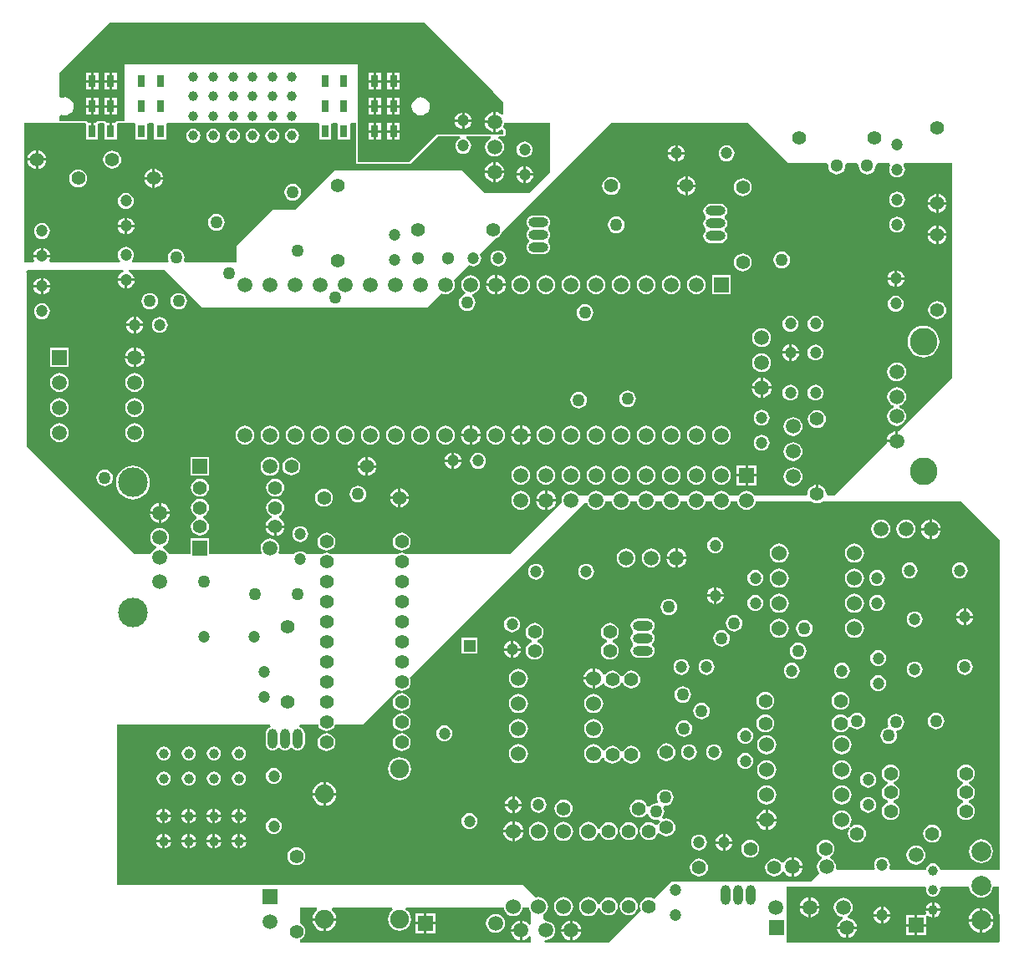
<source format=gbr>
G04 Layer_Physical_Order=2*
G04 Layer_Color=36540*
%FSLAX44Y44*%
%MOMM*%
%TF.FileFunction,Copper,L2,Inr,Signal*%
%TF.Part,Single*%
G01*
G75*
%TA.AperFunction,ViaPad*%
%ADD21C,1.2000*%
%TA.AperFunction,ViaPad*%
%ADD22C,1.5000*%
%TA.AperFunction,ViaPad*%
%ADD23C,1.4000*%
%TA.AperFunction,ViaPad*%
%ADD24O,2.0000X1.0000*%
%TA.AperFunction,ViaPad*%
%ADD25O,2.0000X1.0000*%
%TA.AperFunction,ViaPad*%
%ADD26R,1.5000X1.5000*%
%TA.AperFunction,ViaPad*%
%ADD27R,1.5000X1.5000*%
%TA.AperFunction,ViaPad*%
%ADD28C,2.0000*%
%TA.AperFunction,ViaPad*%
%ADD29C,1.5240*%
%TA.AperFunction,ViaPad*%
%ADD30C,1.0000*%
%TA.AperFunction,ViaPad*%
%ADD31O,1.0000X2.0000*%
%TA.AperFunction,ViaPad*%
%ADD32O,1.0000X2.0000*%
%TA.AperFunction,ViaPad*%
%ADD33C,1.3000*%
%TA.AperFunction,ViaPad*%
%ADD34C,1.9000*%
%TA.AperFunction,ViaPad*%
%ADD35R,1.2000X1.2000*%
%TA.AperFunction,ViaPad*%
%ADD36R,0.8000X1.2000*%
%TA.AperFunction,ViaPad*%
%ADD37C,3.0000*%
%TA.AperFunction,ViaPad*%
%ADD38C,1.2700*%
%TA.AperFunction,ViaPad*%
%ADD39C,2.8000*%
G36*
X533746Y782233D02*
X531206Y779693D01*
X513426Y761913D01*
Y760643D01*
X467706D01*
X463896Y764453D01*
X444846Y783503D01*
X315306D01*
X275936Y744133D01*
X253076D01*
X245456Y736513D01*
X216246Y707303D01*
Y690793D01*
X164324D01*
X163048Y692793D01*
X163421Y693693D01*
X163708Y695873D01*
X163421Y698052D01*
X162580Y700084D01*
X161242Y701828D01*
X159497Y703166D01*
X157466Y704008D01*
X155286Y704295D01*
X153106Y704008D01*
X151075Y703166D01*
X149331Y701828D01*
X147993Y700084D01*
X147151Y698052D01*
X146864Y695873D01*
X147151Y693693D01*
X147524Y692793D01*
X146249Y690793D01*
X110983D01*
X110320Y692398D01*
X110258Y692793D01*
X111474Y694378D01*
X112280Y696324D01*
X112555Y698413D01*
X112280Y700501D01*
X111474Y702447D01*
X110192Y704118D01*
X108521Y705401D01*
X106575Y706207D01*
X104486Y706482D01*
X102398Y706207D01*
X100452Y705401D01*
X98781Y704118D01*
X97498Y702447D01*
X96692Y700501D01*
X96417Y698413D01*
X96692Y696324D01*
X97498Y694378D01*
X98715Y692793D01*
X98653Y692398D01*
X97990Y690793D01*
X27809D01*
X26823Y692793D01*
X26856Y692836D01*
X27717Y694913D01*
X27843Y695873D01*
X10950D01*
X11076Y694913D01*
X11937Y692836D01*
X11970Y692793D01*
X10984Y690793D01*
X1616D01*
Y831763D01*
X62349D01*
X64266Y831562D01*
X64266Y829763D01*
Y815563D01*
X76266D01*
X76266Y831562D01*
X78183Y831763D01*
X81149D01*
X83066Y831562D01*
X83066Y829763D01*
Y815563D01*
X95066D01*
X95066Y831562D01*
X96983Y831763D01*
X112349D01*
X114266Y831562D01*
X114266Y829763D01*
Y815563D01*
X126266D01*
X126266Y831562D01*
X128183Y831763D01*
X131149D01*
X133066Y831562D01*
X133066Y829763D01*
Y815563D01*
X145066D01*
X145066Y831562D01*
X146983Y831763D01*
X298549D01*
X300466Y831562D01*
X300466Y829763D01*
Y815563D01*
X312466D01*
X312466Y831562D01*
X314384Y831763D01*
X317349D01*
X319266Y831562D01*
X319266Y829763D01*
Y815563D01*
X331266D01*
X331266Y831562D01*
X333184Y831763D01*
X337397D01*
Y792393D01*
X337552Y791612D01*
X337994Y790951D01*
X338656Y790509D01*
X339436Y790353D01*
X391506D01*
X391506Y790353D01*
X392287Y790509D01*
X392948Y790951D01*
X417078Y815081D01*
X420291Y818293D01*
X442657D01*
X443054Y816293D01*
X442082Y815891D01*
X440411Y814608D01*
X439128Y812937D01*
X438322Y810991D01*
X438047Y808903D01*
X438322Y806814D01*
X439128Y804868D01*
X440411Y803197D01*
X442082Y801915D01*
X444028Y801108D01*
X446116Y800834D01*
X448205Y801108D01*
X450151Y801915D01*
X451822Y803197D01*
X453104Y804868D01*
X453910Y806814D01*
X454185Y808903D01*
X453910Y810991D01*
X453104Y812937D01*
X451822Y814608D01*
X450151Y815891D01*
X449178Y816293D01*
X449576Y818293D01*
X473553D01*
X473951Y816293D01*
X473075Y815931D01*
X471091Y814408D01*
X469568Y812424D01*
X468611Y810113D01*
X468284Y807633D01*
X468611Y805153D01*
X469568Y802842D01*
X471091Y800857D01*
X473075Y799334D01*
X475386Y798377D01*
X477866Y798051D01*
X480346Y798377D01*
X482657Y799334D01*
X484642Y800857D01*
X486165Y802842D01*
X487122Y805153D01*
X487448Y807633D01*
X487122Y810113D01*
X486165Y812424D01*
X484642Y814408D01*
X482657Y815931D01*
X481782Y816293D01*
X482180Y818293D01*
X486756D01*
X487537Y818449D01*
X488198Y818891D01*
X488640Y819552D01*
X488796Y820333D01*
Y824840D01*
X488746Y825088D01*
X488733Y825340D01*
X488669Y825475D01*
X488640Y825621D01*
X488500Y825831D01*
X488392Y826059D01*
X488281Y826158D01*
X488198Y826282D01*
X487988Y826423D01*
X487801Y826592D01*
X487539Y826748D01*
X486784Y827568D01*
X486554Y828916D01*
X486629Y829363D01*
X487122Y830553D01*
X487281Y831763D01*
X533746D01*
Y782233D01*
D02*
G37*
G36*
X512944Y35776D02*
X513913Y33436D01*
X514696Y32416D01*
Y20420D01*
X512696Y19741D01*
X511697Y21043D01*
X509600Y22652D01*
X507157Y23664D01*
X505806Y23842D01*
Y13883D01*
Y3923D01*
X507157Y4101D01*
X509600Y5113D01*
X511697Y6722D01*
X512696Y8024D01*
X514696Y7345D01*
Y1183D01*
X281016D01*
Y4724D01*
X281745Y5026D01*
X283625Y6469D01*
X285068Y8349D01*
X285975Y10538D01*
X286284Y12888D01*
X285975Y15237D01*
X285068Y17426D01*
X283625Y19306D01*
X281745Y20749D01*
X281016Y21051D01*
Y36743D01*
X297466D01*
X298145Y34743D01*
X296909Y33795D01*
X294979Y31280D01*
X293766Y28351D01*
X293520Y26478D01*
X317473D01*
X317226Y28351D01*
X316013Y31280D01*
X314083Y33795D01*
X312848Y34743D01*
X313527Y36743D01*
X374353D01*
X375032Y34743D01*
X373294Y33410D01*
X371451Y31007D01*
X370292Y28210D01*
X369897Y25208D01*
X370292Y22206D01*
X371451Y19408D01*
X373294Y17006D01*
X375697Y15162D01*
X378494Y14004D01*
X381496Y13608D01*
X384498Y14004D01*
X387296Y15162D01*
X389698Y17006D01*
X391541Y19408D01*
X392700Y22206D01*
X393096Y25208D01*
X392700Y28210D01*
X391541Y31007D01*
X389698Y33410D01*
X387961Y34743D01*
X388640Y36743D01*
X487417D01*
X487544Y35776D01*
X488513Y33436D01*
X490055Y31427D01*
X492065Y29885D01*
X494405Y28915D01*
X496916Y28585D01*
X499428Y28915D01*
X501768Y29885D01*
X503777Y31427D01*
X505319Y33436D01*
X506289Y35776D01*
X506416Y36743D01*
X512817D01*
X512944Y35776D01*
D02*
G37*
G36*
X775046Y791123D02*
X814087D01*
X815814Y789123D01*
X815743Y788583D01*
X816035Y786364D01*
X816892Y784296D01*
X818254Y782520D01*
X820030Y781158D01*
X822097Y780301D01*
X824316Y780009D01*
X826535Y780301D01*
X828603Y781158D01*
X830379Y782520D01*
X831741Y784296D01*
X832598Y786364D01*
X832890Y788583D01*
X832819Y789123D01*
X834546Y791123D01*
X845087D01*
X846814Y789123D01*
X846743Y788583D01*
X847035Y786364D01*
X847891Y784296D01*
X849254Y782520D01*
X851030Y781158D01*
X853097Y780301D01*
X855316Y780009D01*
X857535Y780301D01*
X859603Y781158D01*
X861378Y782520D01*
X862741Y784296D01*
X863597Y786364D01*
X863890Y788583D01*
X863819Y789123D01*
X865546Y791123D01*
X877804D01*
X878790Y789123D01*
X878548Y788807D01*
X877742Y786861D01*
X877467Y784773D01*
X877742Y782684D01*
X878548Y780738D01*
X879831Y779067D01*
X881502Y777785D01*
X883448Y776979D01*
X885536Y776704D01*
X887625Y776979D01*
X889571Y777785D01*
X891242Y779067D01*
X892524Y780738D01*
X893330Y782684D01*
X893605Y784773D01*
X893330Y786861D01*
X892524Y788807D01*
X892282Y789123D01*
X893269Y791123D01*
X941416D01*
Y573953D01*
X887020Y519556D01*
X886310Y519649D01*
Y509690D01*
X885040D01*
Y508420D01*
X875081D01*
X875174Y507710D01*
X874106Y506643D01*
X822036Y454573D01*
X814992D01*
X813879Y455843D01*
X813551Y458333D01*
X812589Y460654D01*
X811060Y462647D01*
X809068Y464176D01*
X806747Y465137D01*
X805526Y465298D01*
Y455843D01*
X802986D01*
Y465298D01*
X801766Y465137D01*
X799445Y464176D01*
X797452Y462647D01*
X795923Y460654D01*
X794962Y458333D01*
X794634Y455843D01*
X793520Y454573D01*
X741424D01*
X739912Y456543D01*
X737927Y458066D01*
X735616Y459023D01*
X733136Y459350D01*
X730656Y459023D01*
X728345Y458066D01*
X726361Y456543D01*
X724849Y454573D01*
X716024D01*
X714512Y456543D01*
X712527Y458066D01*
X710216Y459023D01*
X707736Y459350D01*
X705256Y459023D01*
X702945Y458066D01*
X700961Y456543D01*
X699449Y454573D01*
X690624D01*
X689112Y456543D01*
X687127Y458066D01*
X684816Y459023D01*
X682336Y459350D01*
X679856Y459023D01*
X677545Y458066D01*
X675561Y456543D01*
X674049Y454573D01*
X665224D01*
X663712Y456543D01*
X661727Y458066D01*
X659416Y459023D01*
X656936Y459350D01*
X654456Y459023D01*
X652145Y458066D01*
X650161Y456543D01*
X648649Y454573D01*
X639824D01*
X638312Y456543D01*
X636327Y458066D01*
X634016Y459023D01*
X631536Y459350D01*
X629056Y459023D01*
X626745Y458066D01*
X624761Y456543D01*
X623249Y454573D01*
X614424D01*
X612912Y456543D01*
X610927Y458066D01*
X608616Y459023D01*
X606136Y459350D01*
X603656Y459023D01*
X601345Y458066D01*
X599361Y456543D01*
X597849Y454573D01*
X589024D01*
X587512Y456543D01*
X585527Y458066D01*
X583216Y459023D01*
X580736Y459350D01*
X578256Y459023D01*
X575945Y458066D01*
X573961Y456543D01*
X572449Y454573D01*
X563624D01*
X562112Y456543D01*
X560127Y458066D01*
X557816Y459023D01*
X555336Y459350D01*
X552856Y459023D01*
X550545Y458066D01*
X548561Y456543D01*
X547038Y454559D01*
X546081Y452248D01*
X545754Y449768D01*
X546015Y447791D01*
X493106Y394883D01*
X389098D01*
X388425Y395399D01*
X386236Y396306D01*
X383886Y396615D01*
X381537Y396306D01*
X379347Y395399D01*
X378674Y394883D01*
X312898D01*
X312225Y395399D01*
X310036Y396306D01*
X307686Y396615D01*
X305337Y396306D01*
X303148Y395399D01*
X302474Y394883D01*
X287413D01*
X286722Y395783D01*
X285051Y397066D01*
X283105Y397872D01*
X281016Y398147D01*
X278928Y397872D01*
X276982Y397066D01*
X275311Y395783D01*
X274620Y394883D01*
X259628D01*
X259362Y395423D01*
X258843Y396883D01*
X259732Y399028D01*
X260058Y401508D01*
X259732Y403988D01*
X258775Y406299D01*
X257252Y408283D01*
X255267Y409806D01*
X252956Y410763D01*
X250476Y411090D01*
X247996Y410763D01*
X245685Y409806D01*
X243701Y408283D01*
X242178Y406299D01*
X241221Y403988D01*
X240894Y401508D01*
X241221Y399028D01*
X242109Y396883D01*
X241591Y395423D01*
X241325Y394883D01*
X188976D01*
Y411008D01*
X169976D01*
Y394883D01*
X147766D01*
X146985Y396769D01*
X145462Y398753D01*
X143477Y400276D01*
X141982Y400895D01*
Y403060D01*
X143477Y403679D01*
X145462Y405202D01*
X146985Y407187D01*
X147942Y409498D01*
X148268Y411978D01*
X147942Y414458D01*
X146985Y416769D01*
X145462Y418753D01*
X143477Y420276D01*
X141166Y421233D01*
X138686Y421560D01*
X136206Y421233D01*
X133895Y420276D01*
X131911Y418753D01*
X130388Y416769D01*
X129431Y414458D01*
X129104Y411978D01*
X129431Y409498D01*
X130388Y407187D01*
X131911Y405202D01*
X133895Y403679D01*
X135391Y403060D01*
Y400895D01*
X133895Y400276D01*
X131911Y398753D01*
X130388Y396769D01*
X129607Y394883D01*
X113376D01*
X4156Y504103D01*
Y679363D01*
X3427Y681550D01*
X4597Y683173D01*
X101472D01*
X101870Y681173D01*
X100180Y680472D01*
X98396Y679103D01*
X97027Y677319D01*
X96166Y675242D01*
X96040Y674283D01*
X112933D01*
X112807Y675242D01*
X111946Y677319D01*
X110577Y679103D01*
X108793Y680472D01*
X107102Y681173D01*
X107500Y683173D01*
X115916D01*
X143856Y683173D01*
X181956Y645073D01*
X409286D01*
X423954Y659740D01*
X425856Y658952D01*
X428336Y658626D01*
X430816Y658952D01*
X433127Y659909D01*
X435112Y661432D01*
X436634Y663417D01*
X437592Y665728D01*
X437918Y668208D01*
X437592Y670688D01*
X436804Y672590D01*
X452164Y687950D01*
X452242Y687890D01*
X454188Y687084D01*
X456276Y686809D01*
X458365Y687084D01*
X460311Y687890D01*
X461982Y689172D01*
X463264Y690843D01*
X464070Y692789D01*
X464345Y694878D01*
X464070Y696966D01*
X463264Y698912D01*
X463204Y698990D01*
X479948Y715735D01*
X481135Y716226D01*
X483015Y717669D01*
X484458Y719549D01*
X484949Y720736D01*
X595976Y831763D01*
X734406D01*
X775046Y791123D01*
D02*
G37*
G36*
X989644Y2887D02*
X988246Y1458D01*
X773776D01*
Y58608D01*
X913823D01*
X915166Y56625D01*
X914926Y54798D01*
X915166Y52970D01*
X915872Y51267D01*
X916994Y49805D01*
X918456Y48683D01*
X920159Y47978D01*
X921986Y47737D01*
X923814Y47978D01*
X925517Y48683D01*
X926979Y49805D01*
X928101Y51267D01*
X928806Y52970D01*
X929047Y54798D01*
X928806Y56625D01*
X930150Y58608D01*
X958594D01*
X958935Y56015D01*
X960144Y53096D01*
X962068Y50589D01*
X964575Y48666D01*
X967494Y47456D01*
X970626Y47044D01*
X973759Y47456D01*
X976678Y48666D01*
X979185Y50589D01*
X981108Y53096D01*
X982317Y56015D01*
X982659Y58608D01*
X988406D01*
X989644Y2887D01*
D02*
G37*
G36*
X442306Y897803D02*
X476596Y863513D01*
X486756Y853353D01*
Y841225D01*
X485810Y840660D01*
X484756Y840401D01*
X482930Y841803D01*
X480487Y842814D01*
X479136Y842992D01*
Y833033D01*
Y823073D01*
X480487Y823251D01*
X482930Y824263D01*
X484756Y825664D01*
X485810Y825405D01*
X486756Y824840D01*
Y820333D01*
X419446D01*
X415636Y816523D01*
X391506Y792393D01*
X339436D01*
Y891453D01*
X103216D01*
Y833802D01*
X96983D01*
X96878Y833781D01*
X96772Y833791D01*
X94855Y833591D01*
X94574Y833504D01*
X94286Y833447D01*
X94197Y833387D01*
X94095Y833355D01*
X93869Y833168D01*
X93624Y833005D01*
X93565Y832915D01*
X93483Y832847D01*
X93345Y832587D01*
X93182Y832343D01*
X93161Y832238D01*
X93111Y832143D01*
X93108Y832103D01*
X90336D01*
Y823563D01*
X87796D01*
Y832103D01*
X85025D01*
X85021Y832143D01*
X84971Y832238D01*
X84950Y832343D01*
X84787Y832587D01*
X84650Y832847D01*
X84568Y832915D01*
X84508Y833005D01*
X84264Y833168D01*
X84038Y833355D01*
X83936Y833387D01*
X83847Y833447D01*
X83559Y833504D01*
X83278Y833591D01*
X81361Y833791D01*
X81254Y833781D01*
X81149Y833802D01*
X78183D01*
X78078Y833781D01*
X77972Y833791D01*
X76055Y833591D01*
X75774Y833504D01*
X75486Y833447D01*
X75397Y833387D01*
X75295Y833355D01*
X75069Y833168D01*
X74824Y833005D01*
X74765Y832915D01*
X74682Y832847D01*
X74545Y832587D01*
X74382Y832343D01*
X74361Y832238D01*
X74311Y832143D01*
X74308Y832103D01*
X71536D01*
Y823563D01*
X68996D01*
Y832103D01*
X66225D01*
X66221Y832143D01*
X66171Y832238D01*
X66150Y832343D01*
X65987Y832587D01*
X65850Y832847D01*
X65768Y832915D01*
X65708Y833005D01*
X65464Y833168D01*
X65238Y833355D01*
X65136Y833387D01*
X65047Y833447D01*
X64759Y833504D01*
X64478Y833591D01*
X62561Y833791D01*
X62454Y833781D01*
X62349Y833802D01*
X37176D01*
Y839270D01*
X39176Y840571D01*
X40204Y840145D01*
X42566Y839835D01*
X44929Y840145D01*
X47130Y841057D01*
X49021Y842508D01*
X50471Y844398D01*
X51383Y846600D01*
X51694Y848963D01*
X51383Y851325D01*
X50471Y853527D01*
X49021Y855417D01*
X47130Y856868D01*
X44929Y857780D01*
X42566Y858091D01*
X40204Y857780D01*
X39176Y857354D01*
X37176Y858655D01*
Y878753D01*
Y882563D01*
X62576Y907963D01*
X87976Y933363D01*
X406746D01*
X442306Y897803D01*
D02*
G37*
G36*
X983326Y415203D02*
X989676Y408853D01*
Y74843D01*
X929041D01*
X928806Y76625D01*
X928101Y78328D01*
X926979Y79790D01*
X925517Y80912D01*
X923814Y81617D01*
X921986Y81858D01*
X920159Y81617D01*
X918456Y80912D01*
X916994Y79790D01*
X915872Y78328D01*
X915166Y76625D01*
X914932Y74843D01*
X878577D01*
X877566Y76843D01*
X878090Y78109D01*
X878365Y80198D01*
X878090Y82286D01*
X877284Y84232D01*
X876002Y85903D01*
X874331Y87186D01*
X872385Y87992D01*
X870296Y88267D01*
X868208Y87992D01*
X866262Y87186D01*
X864591Y85903D01*
X863308Y84232D01*
X862502Y82286D01*
X862227Y80198D01*
X862502Y78109D01*
X863027Y76843D01*
X862016Y74843D01*
X824709D01*
X823291Y76843D01*
X823488Y78338D01*
X823162Y80818D01*
X822205Y83129D01*
X820682Y85113D01*
X818697Y86636D01*
X818136Y86868D01*
X817919Y87822D01*
X818001Y89089D01*
X819565Y90289D01*
X821008Y92169D01*
X821915Y94358D01*
X822224Y96708D01*
X821915Y99057D01*
X821008Y101247D01*
X819565Y103126D01*
X817685Y104569D01*
X815496Y105476D01*
X813146Y105785D01*
X810797Y105476D01*
X808607Y104569D01*
X806727Y103126D01*
X805285Y101247D01*
X804378Y99057D01*
X804069Y96708D01*
X804378Y94358D01*
X805285Y92169D01*
X806727Y90289D01*
X808607Y88846D01*
X808916Y88718D01*
X809062Y87192D01*
X808976Y86529D01*
X807131Y85113D01*
X805608Y83129D01*
X804651Y80818D01*
X804324Y78338D01*
X804651Y75858D01*
X805608Y73547D01*
X806664Y72170D01*
X797906Y63413D01*
X656936D01*
X639011Y45845D01*
X638615Y46149D01*
X636426Y47056D01*
X634076Y47365D01*
X631727Y47056D01*
X629538Y46149D01*
X627657Y44707D01*
X626215Y42826D01*
X625308Y40637D01*
X624999Y38288D01*
X625308Y35938D01*
X626215Y33749D01*
X626409Y33496D01*
X593436Y1183D01*
X528793D01*
X528118Y2976D01*
X529467Y4362D01*
X529936Y4301D01*
X532416Y4627D01*
X534727Y5584D01*
X536712Y7107D01*
X538234Y9092D01*
X539192Y11403D01*
X539518Y13883D01*
X539192Y16363D01*
X538234Y18674D01*
X536712Y20658D01*
X534727Y22181D01*
X532416Y23138D01*
X529936Y23465D01*
X529396Y23393D01*
X527396Y25147D01*
Y30060D01*
X529177Y31427D01*
X530719Y33436D01*
X531689Y35776D01*
X532019Y38288D01*
X531689Y40799D01*
X530719Y43139D01*
X529177Y45149D01*
X527168Y46691D01*
X524828Y47660D01*
X522316Y47991D01*
X519805Y47660D01*
X519249Y47430D01*
X507076Y59603D01*
X95596D01*
Y222163D01*
X250801D01*
X251249Y220287D01*
X249546Y219582D01*
X248084Y218460D01*
X246962Y216998D01*
X246257Y215295D01*
X246016Y213468D01*
Y203468D01*
X246257Y201640D01*
X246962Y199937D01*
X248084Y198475D01*
X249546Y197353D01*
X251249Y196648D01*
X253076Y196407D01*
X254904Y196648D01*
X256607Y197353D01*
X258069Y198475D01*
X258166Y198602D01*
X260687D01*
X260784Y198475D01*
X262246Y197353D01*
X263949Y196648D01*
X265776Y196407D01*
X267604Y196648D01*
X269307Y197353D01*
X270769Y198475D01*
X270866Y198602D01*
X273387D01*
X273484Y198475D01*
X274946Y197353D01*
X276649Y196648D01*
X278476Y196407D01*
X280304Y196648D01*
X282006Y197353D01*
X283469Y198475D01*
X284591Y199937D01*
X285296Y201640D01*
X285537Y203468D01*
Y213468D01*
X285296Y215295D01*
X284591Y216998D01*
X283469Y218460D01*
X282006Y219582D01*
X280304Y220287D01*
X280751Y222163D01*
X299111D01*
X299825Y220439D01*
X301267Y218559D01*
X303148Y217116D01*
X305337Y216209D01*
X307686Y215900D01*
X310036Y216209D01*
X312225Y217116D01*
X314105Y218559D01*
X315548Y220439D01*
X316262Y222163D01*
X344516D01*
X379887Y257533D01*
X381537Y256849D01*
X383886Y256540D01*
X386236Y256849D01*
X388425Y257756D01*
X390305Y259199D01*
X391748Y261079D01*
X392655Y263268D01*
X392964Y265618D01*
X392655Y267967D01*
X391971Y269617D01*
X547716Y425363D01*
X569484Y447131D01*
X569974Y447169D01*
X571771Y446588D01*
X572438Y444977D01*
X573961Y442992D01*
X575945Y441469D01*
X578256Y440512D01*
X580736Y440186D01*
X583216Y440512D01*
X585527Y441469D01*
X587512Y442992D01*
X589035Y444977D01*
X589992Y447288D01*
X590198Y448858D01*
X596674D01*
X596881Y447288D01*
X597838Y444977D01*
X599361Y442992D01*
X601345Y441469D01*
X603656Y440512D01*
X606136Y440186D01*
X608616Y440512D01*
X610927Y441469D01*
X612912Y442992D01*
X614435Y444977D01*
X615392Y447288D01*
X615598Y448858D01*
X622074D01*
X622281Y447288D01*
X623238Y444977D01*
X624761Y442992D01*
X626745Y441469D01*
X629056Y440512D01*
X631536Y440186D01*
X634016Y440512D01*
X636327Y441469D01*
X638312Y442992D01*
X639835Y444977D01*
X640792Y447288D01*
X640998Y448858D01*
X647474D01*
X647681Y447288D01*
X648638Y444977D01*
X650161Y442992D01*
X652145Y441469D01*
X654456Y440512D01*
X656936Y440186D01*
X659416Y440512D01*
X661727Y441469D01*
X663712Y442992D01*
X665235Y444977D01*
X666192Y447288D01*
X666398Y448858D01*
X672874D01*
X673081Y447288D01*
X674038Y444977D01*
X675561Y442992D01*
X677545Y441469D01*
X679856Y440512D01*
X682336Y440186D01*
X684816Y440512D01*
X687127Y441469D01*
X689112Y442992D01*
X690635Y444977D01*
X691592Y447288D01*
X691798Y448858D01*
X698274D01*
X698481Y447288D01*
X699438Y444977D01*
X700961Y442992D01*
X702945Y441469D01*
X705256Y440512D01*
X707736Y440186D01*
X710216Y440512D01*
X712527Y441469D01*
X714512Y442992D01*
X716034Y444977D01*
X716992Y447288D01*
X717198Y448858D01*
X723674D01*
X723881Y447288D01*
X724838Y444977D01*
X726361Y442992D01*
X728345Y441469D01*
X730656Y440512D01*
X733136Y440186D01*
X735616Y440512D01*
X737927Y441469D01*
X739912Y442992D01*
X741434Y444977D01*
X742392Y447288D01*
X742598Y448858D01*
X798575D01*
X799717Y447981D01*
X801907Y447074D01*
X804256Y446765D01*
X806606Y447074D01*
X808795Y447981D01*
X809937Y448858D01*
X949671D01*
X983326Y415203D01*
D02*
G37*
%LPC*%
G36*
X501996Y279131D02*
X499485Y278800D01*
X497145Y277831D01*
X495135Y276289D01*
X493593Y274279D01*
X492624Y271939D01*
X492293Y269428D01*
X492624Y266916D01*
X493593Y264576D01*
X495135Y262567D01*
X497145Y261025D01*
X499485Y260055D01*
X501996Y259725D01*
X504508Y260055D01*
X506848Y261025D01*
X508857Y262567D01*
X510399Y264576D01*
X511369Y266916D01*
X511699Y269428D01*
X511369Y271939D01*
X510399Y274279D01*
X508857Y276289D01*
X506848Y277831D01*
X504508Y278800D01*
X501996Y279131D01*
D02*
G37*
G36*
X576926Y268158D02*
X568116D01*
X568298Y266775D01*
X569322Y264304D01*
X570950Y262181D01*
X573073Y260553D01*
X575544Y259529D01*
X576926Y259347D01*
Y268158D01*
D02*
G37*
G36*
X579466Y279508D02*
Y269428D01*
Y259347D01*
X580849Y259529D01*
X583320Y260553D01*
X585443Y262181D01*
X586984Y264190D01*
X587540Y264267D01*
X589169Y264141D01*
X589385Y263619D01*
X590827Y261739D01*
X592707Y260296D01*
X594897Y259389D01*
X597246Y259080D01*
X599596Y259389D01*
X601785Y260296D01*
X603665Y261739D01*
X605108Y263619D01*
X605689Y265022D01*
X607854D01*
X608435Y263619D01*
X609877Y261739D01*
X611758Y260296D01*
X613947Y259389D01*
X616296Y259080D01*
X618646Y259389D01*
X620835Y260296D01*
X622715Y261739D01*
X624158Y263619D01*
X625065Y265808D01*
X625374Y268158D01*
X625065Y270507D01*
X624158Y272696D01*
X622715Y274576D01*
X620835Y276019D01*
X618646Y276926D01*
X616296Y277235D01*
X613947Y276926D01*
X611758Y276019D01*
X609877Y274576D01*
X608435Y272696D01*
X607854Y271293D01*
X605689D01*
X605108Y272696D01*
X603665Y274576D01*
X601785Y276019D01*
X599596Y276926D01*
X597246Y277235D01*
X594897Y276926D01*
X592707Y276019D01*
X590827Y274576D01*
X589787Y273221D01*
X588055Y273232D01*
X587530Y273444D01*
X587071Y274552D01*
X585443Y276674D01*
X583320Y278302D01*
X580849Y279326D01*
X579466Y279508D01*
D02*
G37*
G36*
X829656Y285117D02*
X827568Y284842D01*
X825622Y284036D01*
X823951Y282753D01*
X822668Y281082D01*
X821862Y279136D01*
X821587Y277048D01*
X821862Y274959D01*
X822668Y273013D01*
X823951Y271342D01*
X825622Y270060D01*
X827568Y269254D01*
X829656Y268979D01*
X831745Y269254D01*
X833691Y270060D01*
X835362Y271342D01*
X836644Y273013D01*
X837450Y274959D01*
X837725Y277048D01*
X837450Y279136D01*
X836644Y281082D01*
X835362Y282753D01*
X833691Y284036D01*
X831745Y284842D01*
X829656Y285117D01*
D02*
G37*
G36*
X778856D02*
X776768Y284842D01*
X774822Y284036D01*
X773151Y282753D01*
X771868Y281082D01*
X771062Y279136D01*
X770787Y277048D01*
X771062Y274959D01*
X771868Y273013D01*
X773151Y271342D01*
X774822Y270060D01*
X776768Y269254D01*
X778856Y268979D01*
X780945Y269254D01*
X782891Y270060D01*
X784562Y271342D01*
X785844Y273013D01*
X786650Y274959D01*
X786925Y277048D01*
X786650Y279136D01*
X785844Y281082D01*
X784562Y282753D01*
X782891Y284036D01*
X780945Y284842D01*
X778856Y285117D01*
D02*
G37*
G36*
X501996Y253731D02*
X499485Y253400D01*
X497145Y252431D01*
X495135Y250889D01*
X493593Y248879D01*
X492624Y246539D01*
X492293Y244028D01*
X492624Y241516D01*
X493593Y239176D01*
X495135Y237167D01*
X497145Y235625D01*
X499485Y234655D01*
X501996Y234325D01*
X504508Y234655D01*
X506848Y235625D01*
X508857Y237167D01*
X510399Y239176D01*
X511369Y241516D01*
X511699Y244028D01*
X511369Y246539D01*
X510399Y248879D01*
X508857Y250889D01*
X506848Y252431D01*
X504508Y253400D01*
X501996Y253731D01*
D02*
G37*
G36*
X578196D02*
X575685Y253400D01*
X573345Y252431D01*
X571335Y250889D01*
X569793Y248879D01*
X568824Y246539D01*
X568493Y244028D01*
X568824Y241516D01*
X569793Y239176D01*
X571335Y237167D01*
X573345Y235625D01*
X575685Y234655D01*
X578196Y234325D01*
X580708Y234655D01*
X583048Y235625D01*
X585057Y237167D01*
X586599Y239176D01*
X587569Y241516D01*
X587899Y244028D01*
X587569Y246539D01*
X586599Y248879D01*
X585057Y250889D01*
X583048Y252431D01*
X580708Y253400D01*
X578196Y253731D01*
D02*
G37*
G36*
X828386Y255645D02*
X826037Y255336D01*
X823848Y254429D01*
X821967Y252987D01*
X820525Y251106D01*
X819618Y248917D01*
X819309Y246568D01*
X819618Y244218D01*
X820525Y242029D01*
X821967Y240149D01*
X823848Y238706D01*
X826037Y237799D01*
X828386Y237490D01*
X830736Y237799D01*
X832925Y238706D01*
X834805Y240149D01*
X836248Y242029D01*
X837155Y244218D01*
X837464Y246568D01*
X837155Y248917D01*
X836248Y251106D01*
X834805Y252987D01*
X832925Y254429D01*
X830736Y255336D01*
X828386Y255645D01*
D02*
G37*
G36*
X752186D02*
X749837Y255336D01*
X747647Y254429D01*
X745767Y252987D01*
X744325Y251106D01*
X743418Y248917D01*
X743109Y246568D01*
X743418Y244218D01*
X744325Y242029D01*
X745767Y240149D01*
X747647Y238706D01*
X749837Y237799D01*
X752186Y237490D01*
X754536Y237799D01*
X756725Y238706D01*
X758605Y240149D01*
X760048Y242029D01*
X760955Y244218D01*
X761264Y246568D01*
X760955Y248917D01*
X760048Y251106D01*
X758605Y252987D01*
X756725Y254429D01*
X754536Y255336D01*
X752186Y255645D01*
D02*
G37*
G36*
X866486Y272417D02*
X864398Y272142D01*
X862452Y271336D01*
X860781Y270053D01*
X859498Y268382D01*
X858692Y266436D01*
X858417Y264348D01*
X858692Y262259D01*
X859498Y260313D01*
X860781Y258642D01*
X862452Y257360D01*
X864398Y256554D01*
X866486Y256279D01*
X868575Y256554D01*
X870521Y257360D01*
X872192Y258642D01*
X873474Y260313D01*
X874280Y262259D01*
X874555Y264348D01*
X874280Y266436D01*
X873474Y268382D01*
X872192Y270053D01*
X870521Y271336D01*
X868575Y272142D01*
X866486Y272417D01*
D02*
G37*
G36*
X383886Y254375D02*
X381537Y254066D01*
X379347Y253159D01*
X377467Y251716D01*
X376025Y249837D01*
X375118Y247647D01*
X374809Y245298D01*
X375118Y242948D01*
X376025Y240759D01*
X377467Y238879D01*
X379347Y237436D01*
X381537Y236529D01*
X383886Y236220D01*
X386236Y236529D01*
X388425Y237436D01*
X390305Y238879D01*
X391748Y240759D01*
X392655Y242948D01*
X392964Y245298D01*
X392655Y247647D01*
X391748Y249837D01*
X390305Y251716D01*
X388425Y253159D01*
X386236Y254066D01*
X383886Y254375D01*
D02*
G37*
G36*
X668366Y261340D02*
X666187Y261053D01*
X664155Y260211D01*
X662411Y258873D01*
X661073Y257129D01*
X660231Y255097D01*
X659944Y252918D01*
X660231Y250738D01*
X661073Y248707D01*
X662411Y246962D01*
X664155Y245624D01*
X666187Y244783D01*
X668366Y244496D01*
X670546Y244783D01*
X672577Y245624D01*
X674322Y246962D01*
X675660Y248707D01*
X676501Y250738D01*
X676788Y252918D01*
X676501Y255097D01*
X675660Y257129D01*
X674322Y258873D01*
X672577Y260211D01*
X670546Y261053D01*
X668366Y261340D01*
D02*
G37*
G36*
X903316Y286387D02*
X901228Y286112D01*
X899282Y285306D01*
X897611Y284023D01*
X896328Y282352D01*
X895522Y280406D01*
X895247Y278318D01*
X895522Y276229D01*
X896328Y274283D01*
X897611Y272612D01*
X899282Y271330D01*
X901228Y270524D01*
X903316Y270249D01*
X905405Y270524D01*
X907351Y271330D01*
X909022Y272612D01*
X910304Y274283D01*
X911110Y276229D01*
X911385Y278318D01*
X911110Y280406D01*
X910304Y282352D01*
X909022Y284023D01*
X907351Y285306D01*
X905405Y286112D01*
X903316Y286387D01*
D02*
G37*
G36*
X632726Y329828D02*
X622726D01*
X620899Y329587D01*
X619196Y328882D01*
X617734Y327760D01*
X616612Y326298D01*
X615906Y324595D01*
X615666Y322768D01*
X615906Y320940D01*
X616612Y319237D01*
X617734Y317775D01*
X617860Y317678D01*
Y315157D01*
X617734Y315060D01*
X616612Y313598D01*
X615906Y311895D01*
X615666Y310068D01*
X615906Y308240D01*
X616612Y306537D01*
X617734Y305075D01*
X617860Y304978D01*
Y302457D01*
X617734Y302360D01*
X616612Y300898D01*
X615906Y299195D01*
X615666Y297368D01*
X615906Y295540D01*
X616612Y293837D01*
X617734Y292375D01*
X619196Y291253D01*
X620899Y290548D01*
X622726Y290307D01*
X632726D01*
X634554Y290548D01*
X636256Y291253D01*
X637719Y292375D01*
X638841Y293837D01*
X639546Y295540D01*
X639787Y297368D01*
X639546Y299195D01*
X638841Y300898D01*
X637719Y302360D01*
X637592Y302457D01*
Y304978D01*
X637719Y305075D01*
X638841Y306537D01*
X639546Y308240D01*
X639787Y310068D01*
X639546Y311895D01*
X638841Y313598D01*
X637719Y315060D01*
X637592Y315157D01*
Y317678D01*
X637719Y317775D01*
X638841Y319237D01*
X639546Y320940D01*
X639787Y322768D01*
X639546Y324595D01*
X638841Y326298D01*
X637719Y327760D01*
X636256Y328882D01*
X634554Y329587D01*
X632726Y329828D01*
D02*
G37*
G36*
X504093Y297368D02*
X496916D01*
Y290191D01*
X497876Y290317D01*
X499953Y291178D01*
X501737Y292547D01*
X503106Y294331D01*
X503966Y296408D01*
X504093Y297368D01*
D02*
G37*
G36*
X494376D02*
X487200D01*
X487326Y296408D01*
X488187Y294331D01*
X489556Y292547D01*
X491339Y291178D01*
X493417Y290317D01*
X494376Y290191D01*
Y297368D01*
D02*
G37*
G36*
X460466Y310448D02*
X444466D01*
Y294448D01*
X460466D01*
Y310448D01*
D02*
G37*
G36*
X707736Y318490D02*
X705556Y318203D01*
X703525Y317361D01*
X701781Y316023D01*
X700443Y314279D01*
X699601Y312247D01*
X699314Y310068D01*
X699601Y307888D01*
X700443Y305857D01*
X701781Y304112D01*
X703525Y302774D01*
X705556Y301933D01*
X707736Y301646D01*
X709916Y301933D01*
X711947Y302774D01*
X713692Y304112D01*
X715030Y305857D01*
X715871Y307888D01*
X716158Y310068D01*
X715871Y312247D01*
X715030Y314279D01*
X713692Y316023D01*
X711947Y317361D01*
X709916Y318203D01*
X707736Y318490D01*
D02*
G37*
G36*
X496916Y307084D02*
Y299908D01*
X504093D01*
X503966Y300867D01*
X503106Y302945D01*
X501737Y304728D01*
X499953Y306097D01*
X497876Y306958D01*
X496916Y307084D01*
D02*
G37*
G36*
X494376D02*
X493417Y306958D01*
X491339Y306097D01*
X489556Y304728D01*
X488187Y302945D01*
X487326Y300867D01*
X487200Y299908D01*
X494376D01*
Y307084D01*
D02*
G37*
G36*
X785206Y305515D02*
X783027Y305228D01*
X780995Y304386D01*
X779251Y303048D01*
X777913Y301304D01*
X777071Y299272D01*
X776784Y297093D01*
X777071Y294913D01*
X777913Y292882D01*
X779251Y291137D01*
X780995Y289799D01*
X783027Y288958D01*
X785206Y288671D01*
X787386Y288958D01*
X789417Y289799D01*
X791162Y291137D01*
X792500Y292882D01*
X793341Y294913D01*
X793628Y297093D01*
X793341Y299272D01*
X792500Y301304D01*
X791162Y303048D01*
X789417Y304386D01*
X787386Y305228D01*
X785206Y305515D01*
D02*
G37*
G36*
X692496Y288927D02*
X690408Y288652D01*
X688462Y287846D01*
X686791Y286563D01*
X685508Y284892D01*
X684702Y282946D01*
X684427Y280858D01*
X684702Y278769D01*
X685508Y276823D01*
X686791Y275152D01*
X688462Y273870D01*
X690408Y273064D01*
X692496Y272789D01*
X694585Y273064D01*
X696531Y273870D01*
X698202Y275152D01*
X699484Y276823D01*
X700290Y278769D01*
X700565Y280858D01*
X700290Y282946D01*
X699484Y284892D01*
X698202Y286563D01*
X696531Y287846D01*
X694585Y288652D01*
X692496Y288927D01*
D02*
G37*
G36*
X667096D02*
X665008Y288652D01*
X663062Y287846D01*
X661391Y286563D01*
X660108Y284892D01*
X659302Y282946D01*
X659027Y280858D01*
X659302Y278769D01*
X660108Y276823D01*
X661391Y275152D01*
X663062Y273870D01*
X665008Y273064D01*
X667096Y272789D01*
X669185Y273064D01*
X671131Y273870D01*
X672802Y275152D01*
X674084Y276823D01*
X674890Y278769D01*
X675165Y280858D01*
X674890Y282946D01*
X674084Y284892D01*
X672802Y286563D01*
X671131Y287846D01*
X669185Y288652D01*
X667096Y288927D01*
D02*
G37*
G36*
X576926Y279508D02*
X575544Y279326D01*
X573073Y278302D01*
X570950Y276674D01*
X569322Y274552D01*
X568298Y272080D01*
X568116Y270698D01*
X576926D01*
Y279508D01*
D02*
G37*
G36*
X954116Y288927D02*
X952028Y288652D01*
X950082Y287846D01*
X948411Y286563D01*
X947128Y284892D01*
X946322Y282946D01*
X946047Y280858D01*
X946322Y278769D01*
X947128Y276823D01*
X948411Y275152D01*
X950082Y273870D01*
X952028Y273064D01*
X954116Y272789D01*
X956205Y273064D01*
X958151Y273870D01*
X959822Y275152D01*
X961104Y276823D01*
X961910Y278769D01*
X962185Y280858D01*
X961910Y282946D01*
X961104Y284892D01*
X959822Y286563D01*
X958151Y287846D01*
X956205Y288652D01*
X954116Y288927D01*
D02*
G37*
G36*
X594706Y325495D02*
X592357Y325186D01*
X590168Y324279D01*
X588287Y322836D01*
X586845Y320956D01*
X585938Y318767D01*
X585629Y316418D01*
X585938Y314068D01*
X586845Y311879D01*
X588287Y309999D01*
X590168Y308556D01*
X591571Y307975D01*
Y305810D01*
X590168Y305229D01*
X588287Y303787D01*
X586845Y301907D01*
X585938Y299717D01*
X585629Y297368D01*
X585938Y295018D01*
X586845Y292829D01*
X588287Y290949D01*
X590168Y289506D01*
X592357Y288599D01*
X594706Y288290D01*
X597056Y288599D01*
X599245Y289506D01*
X601125Y290949D01*
X602568Y292829D01*
X603475Y295018D01*
X603784Y297368D01*
X603475Y299717D01*
X602568Y301907D01*
X601125Y303787D01*
X599245Y305229D01*
X597842Y305810D01*
Y307975D01*
X599245Y308556D01*
X601125Y309999D01*
X602568Y311879D01*
X603475Y314068D01*
X603784Y316418D01*
X603475Y318767D01*
X602568Y320956D01*
X601125Y322836D01*
X599245Y324279D01*
X597056Y325186D01*
X594706Y325495D01*
D02*
G37*
G36*
X518506D02*
X516157Y325186D01*
X513968Y324279D01*
X512087Y322836D01*
X510645Y320956D01*
X509738Y318767D01*
X509429Y316418D01*
X509738Y314068D01*
X510645Y311879D01*
X512087Y309999D01*
X513968Y308556D01*
X515370Y307975D01*
Y305810D01*
X513968Y305229D01*
X512087Y303787D01*
X510645Y301907D01*
X509738Y299717D01*
X509429Y297368D01*
X509738Y295018D01*
X510645Y292829D01*
X512087Y290949D01*
X513968Y289506D01*
X516157Y288599D01*
X518506Y288290D01*
X520856Y288599D01*
X523045Y289506D01*
X524925Y290949D01*
X526368Y292829D01*
X527275Y295018D01*
X527584Y297368D01*
X527275Y299717D01*
X526368Y301907D01*
X524925Y303787D01*
X523045Y305229D01*
X521642Y305810D01*
Y307975D01*
X523045Y308556D01*
X524925Y309999D01*
X526368Y311879D01*
X527275Y314068D01*
X527584Y316418D01*
X527275Y318767D01*
X526368Y320956D01*
X524925Y322836D01*
X523045Y324279D01*
X520856Y325186D01*
X518506Y325495D01*
D02*
G37*
G36*
X866486Y297817D02*
X864398Y297542D01*
X862452Y296736D01*
X860781Y295453D01*
X859498Y293782D01*
X858692Y291836D01*
X858417Y289748D01*
X858692Y287659D01*
X859498Y285713D01*
X860781Y284042D01*
X862452Y282760D01*
X864398Y281954D01*
X866486Y281679D01*
X868575Y281954D01*
X870521Y282760D01*
X872192Y284042D01*
X873474Y285713D01*
X874280Y287659D01*
X874555Y289748D01*
X874280Y291836D01*
X873474Y293782D01*
X872192Y295453D01*
X870521Y296736D01*
X868575Y297542D01*
X866486Y297817D01*
D02*
G37*
G36*
X168096Y200318D02*
X166269Y200077D01*
X164566Y199372D01*
X163104Y198250D01*
X161982Y196788D01*
X161276Y195085D01*
X161036Y193258D01*
X161276Y191430D01*
X161982Y189727D01*
X163104Y188265D01*
X164566Y187143D01*
X166269Y186438D01*
X168096Y186197D01*
X169924Y186438D01*
X171626Y187143D01*
X173089Y188265D01*
X174211Y189727D01*
X174916Y191430D01*
X175157Y193258D01*
X174916Y195085D01*
X174211Y196788D01*
X173089Y198250D01*
X171626Y199372D01*
X169924Y200077D01*
X168096Y200318D01*
D02*
G37*
G36*
X142696D02*
X140869Y200077D01*
X139166Y199372D01*
X137704Y198250D01*
X136582Y196788D01*
X135877Y195085D01*
X135636Y193258D01*
X135877Y191430D01*
X136582Y189727D01*
X137704Y188265D01*
X139166Y187143D01*
X140869Y186438D01*
X142696Y186197D01*
X144524Y186438D01*
X146227Y187143D01*
X147689Y188265D01*
X148811Y189727D01*
X149516Y191430D01*
X149757Y193258D01*
X149516Y195085D01*
X148811Y196788D01*
X147689Y198250D01*
X146227Y199372D01*
X144524Y200077D01*
X142696Y200318D01*
D02*
G37*
G36*
X651856Y203575D02*
X649507Y203266D01*
X647318Y202359D01*
X645437Y200917D01*
X643995Y199036D01*
X643088Y196847D01*
X642779Y194498D01*
X643088Y192148D01*
X643995Y189959D01*
X645437Y188079D01*
X647318Y186636D01*
X649507Y185729D01*
X651856Y185420D01*
X654206Y185729D01*
X656395Y186636D01*
X658275Y188079D01*
X659718Y189959D01*
X660625Y192148D01*
X660934Y194498D01*
X660625Y196847D01*
X659718Y199036D01*
X658275Y200917D01*
X656395Y202359D01*
X654206Y203266D01*
X651856Y203575D01*
D02*
G37*
G36*
X193496Y200318D02*
X191669Y200077D01*
X189966Y199372D01*
X188504Y198250D01*
X187382Y196788D01*
X186677Y195085D01*
X186436Y193258D01*
X186677Y191430D01*
X187382Y189727D01*
X188504Y188265D01*
X189966Y187143D01*
X191669Y186438D01*
X193496Y186197D01*
X195324Y186438D01*
X197027Y187143D01*
X198489Y188265D01*
X199611Y189727D01*
X200316Y191430D01*
X200557Y193258D01*
X200316Y195085D01*
X199611Y196788D01*
X198489Y198250D01*
X197027Y199372D01*
X195324Y200077D01*
X193496Y200318D01*
D02*
G37*
G36*
X700116Y202567D02*
X698028Y202292D01*
X696082Y201486D01*
X694411Y200203D01*
X693128Y198532D01*
X692322Y196586D01*
X692047Y194498D01*
X692322Y192409D01*
X693128Y190463D01*
X694411Y188792D01*
X696082Y187510D01*
X698028Y186704D01*
X700116Y186429D01*
X702205Y186704D01*
X704151Y187510D01*
X705822Y188792D01*
X707104Y190463D01*
X707910Y192409D01*
X708185Y194498D01*
X707910Y196586D01*
X707104Y198532D01*
X705822Y200203D01*
X704151Y201486D01*
X702205Y202292D01*
X700116Y202567D01*
D02*
G37*
G36*
X674716D02*
X672628Y202292D01*
X670682Y201486D01*
X669011Y200203D01*
X667728Y198532D01*
X666922Y196586D01*
X666647Y194498D01*
X666922Y192409D01*
X667728Y190463D01*
X669011Y188792D01*
X670682Y187510D01*
X672628Y186704D01*
X674716Y186429D01*
X676805Y186704D01*
X678751Y187510D01*
X680422Y188792D01*
X681704Y190463D01*
X682510Y192409D01*
X682785Y194498D01*
X682510Y196586D01*
X681704Y198532D01*
X680422Y200203D01*
X678751Y201486D01*
X676805Y202292D01*
X674716Y202567D01*
D02*
G37*
G36*
X218896Y200318D02*
X217069Y200077D01*
X215366Y199372D01*
X213904Y198250D01*
X212782Y196788D01*
X212076Y195085D01*
X211836Y193258D01*
X212076Y191430D01*
X212782Y189727D01*
X213904Y188265D01*
X215366Y187143D01*
X217069Y186438D01*
X218896Y186197D01*
X220724Y186438D01*
X222426Y187143D01*
X223889Y188265D01*
X225011Y189727D01*
X225716Y191430D01*
X225957Y193258D01*
X225716Y195085D01*
X225011Y196788D01*
X223889Y198250D01*
X222426Y199372D01*
X220724Y200077D01*
X218896Y200318D01*
D02*
G37*
G36*
X501996Y202931D02*
X499485Y202600D01*
X497145Y201631D01*
X495135Y200089D01*
X493593Y198079D01*
X492624Y195739D01*
X492293Y193228D01*
X492624Y190716D01*
X493593Y188376D01*
X495135Y186367D01*
X497145Y184825D01*
X499485Y183855D01*
X501996Y183525D01*
X504508Y183855D01*
X506848Y184825D01*
X508857Y186367D01*
X510399Y188376D01*
X511369Y190716D01*
X511699Y193228D01*
X511369Y195739D01*
X510399Y198079D01*
X508857Y200089D01*
X506848Y201631D01*
X504508Y202600D01*
X501996Y202931D01*
D02*
G37*
G36*
X381496Y189207D02*
X378494Y188812D01*
X375697Y187653D01*
X373294Y185809D01*
X371451Y183407D01*
X370292Y180610D01*
X369897Y177608D01*
X370292Y174606D01*
X371451Y171808D01*
X373294Y169406D01*
X375697Y167562D01*
X378494Y166404D01*
X381496Y166008D01*
X384498Y166404D01*
X387296Y167562D01*
X389698Y169406D01*
X391541Y171808D01*
X392700Y174606D01*
X393096Y177608D01*
X392700Y180610D01*
X391541Y183407D01*
X389698Y185809D01*
X387296Y187653D01*
X384498Y188812D01*
X381496Y189207D01*
D02*
G37*
G36*
X254346Y178437D02*
X252258Y178162D01*
X250312Y177356D01*
X248641Y176073D01*
X247358Y174402D01*
X246552Y172456D01*
X246277Y170368D01*
X246552Y168279D01*
X247358Y166333D01*
X248641Y164662D01*
X250312Y163380D01*
X252258Y162574D01*
X254346Y162299D01*
X256435Y162574D01*
X258381Y163380D01*
X260052Y164662D01*
X261334Y166333D01*
X262140Y168279D01*
X262415Y170368D01*
X262140Y172456D01*
X261334Y174402D01*
X260052Y176073D01*
X258381Y177356D01*
X256435Y178162D01*
X254346Y178437D01*
D02*
G37*
G36*
X218896Y174918D02*
X217069Y174677D01*
X215366Y173972D01*
X213904Y172850D01*
X212782Y171388D01*
X212076Y169685D01*
X211836Y167858D01*
X212076Y166030D01*
X212782Y164327D01*
X213904Y162865D01*
X215366Y161743D01*
X217069Y161038D01*
X218896Y160797D01*
X220724Y161038D01*
X222426Y161743D01*
X223889Y162865D01*
X225011Y164327D01*
X225716Y166030D01*
X225957Y167858D01*
X225716Y169685D01*
X225011Y171388D01*
X223889Y172850D01*
X222426Y173972D01*
X220724Y174677D01*
X218896Y174918D01*
D02*
G37*
G36*
X753456Y186421D02*
X750945Y186090D01*
X748605Y185121D01*
X746595Y183579D01*
X745053Y181569D01*
X744084Y179229D01*
X743753Y176718D01*
X744084Y174206D01*
X745053Y171866D01*
X746595Y169857D01*
X748605Y168315D01*
X750945Y167345D01*
X753456Y167015D01*
X755968Y167345D01*
X758308Y168315D01*
X760317Y169857D01*
X761859Y171866D01*
X762829Y174206D01*
X763159Y176718D01*
X762829Y179229D01*
X761859Y181569D01*
X760317Y183579D01*
X758308Y185121D01*
X755968Y186090D01*
X753456Y186421D01*
D02*
G37*
G36*
X578196Y202931D02*
X575685Y202600D01*
X573345Y201631D01*
X571335Y200089D01*
X569793Y198079D01*
X568824Y195739D01*
X568493Y193228D01*
X568824Y190716D01*
X569793Y188376D01*
X571335Y186367D01*
X573345Y184825D01*
X575685Y183855D01*
X578196Y183525D01*
X580708Y183855D01*
X583048Y184825D01*
X585057Y186367D01*
X586599Y188376D01*
X586712Y188647D01*
X588876Y188647D01*
X589385Y187419D01*
X590827Y185539D01*
X592707Y184096D01*
X594897Y183189D01*
X597246Y182880D01*
X599596Y183189D01*
X601785Y184096D01*
X603665Y185539D01*
X605108Y187419D01*
X605689Y188822D01*
X607854D01*
X608435Y187419D01*
X609877Y185539D01*
X611758Y184096D01*
X613947Y183189D01*
X616296Y182880D01*
X618646Y183189D01*
X620835Y184096D01*
X622715Y185539D01*
X624158Y187419D01*
X625065Y189608D01*
X625374Y191958D01*
X625065Y194307D01*
X624158Y196496D01*
X622715Y198377D01*
X620835Y199819D01*
X618646Y200726D01*
X616296Y201035D01*
X613947Y200726D01*
X611758Y199819D01*
X609877Y198377D01*
X608435Y196496D01*
X607854Y195093D01*
X605689D01*
X605108Y196496D01*
X603665Y198377D01*
X601785Y199819D01*
X599596Y200726D01*
X597246Y201035D01*
X594897Y200726D01*
X592707Y199819D01*
X590827Y198377D01*
X589385Y196497D01*
X587238Y196539D01*
X586599Y198079D01*
X585057Y200089D01*
X583048Y201631D01*
X580708Y202600D01*
X578196Y202931D01*
D02*
G37*
G36*
X731866Y193677D02*
X729778Y193402D01*
X727832Y192596D01*
X726161Y191313D01*
X724878Y189642D01*
X724072Y187696D01*
X723797Y185608D01*
X724072Y183519D01*
X724878Y181573D01*
X726161Y179902D01*
X727832Y178620D01*
X729778Y177814D01*
X731866Y177539D01*
X733955Y177814D01*
X735901Y178620D01*
X737572Y179902D01*
X738854Y181573D01*
X739660Y183519D01*
X739935Y185608D01*
X739660Y187696D01*
X738854Y189642D01*
X737572Y191313D01*
X735901Y192596D01*
X733955Y193402D01*
X731866Y193677D01*
D02*
G37*
G36*
X829656Y186421D02*
X827145Y186090D01*
X824805Y185121D01*
X822795Y183579D01*
X821253Y181569D01*
X820284Y179229D01*
X819953Y176718D01*
X820284Y174206D01*
X821253Y171866D01*
X822795Y169857D01*
X824805Y168315D01*
X827145Y167345D01*
X829656Y167015D01*
X832168Y167345D01*
X834508Y168315D01*
X836517Y169857D01*
X838059Y171866D01*
X839029Y174206D01*
X839359Y176718D01*
X839029Y179229D01*
X838059Y181569D01*
X836517Y183579D01*
X834508Y185121D01*
X832168Y186090D01*
X829656Y186421D01*
D02*
G37*
G36*
X752186Y232785D02*
X749837Y232476D01*
X747647Y231569D01*
X745767Y230126D01*
X744325Y228246D01*
X743418Y226057D01*
X743109Y223708D01*
X743418Y221358D01*
X744325Y219169D01*
X745767Y217289D01*
X747647Y215846D01*
X749837Y214939D01*
X752186Y214630D01*
X754536Y214939D01*
X756725Y215846D01*
X758605Y217289D01*
X760048Y219169D01*
X760955Y221358D01*
X761264Y223708D01*
X760955Y226057D01*
X760048Y228246D01*
X758605Y230126D01*
X756725Y231569D01*
X754536Y232476D01*
X752186Y232785D01*
D02*
G37*
G36*
X669636Y227050D02*
X667457Y226763D01*
X665425Y225921D01*
X663681Y224583D01*
X662343Y222839D01*
X661501Y220807D01*
X661214Y218628D01*
X661501Y216448D01*
X662343Y214417D01*
X663681Y212672D01*
X665425Y211334D01*
X667457Y210492D01*
X669636Y210206D01*
X671816Y210492D01*
X673847Y211334D01*
X675592Y212672D01*
X676930Y214417D01*
X677771Y216448D01*
X678058Y218628D01*
X677771Y220807D01*
X676930Y222839D01*
X675592Y224583D01*
X673847Y225921D01*
X671816Y226763D01*
X669636Y227050D01*
D02*
G37*
G36*
X578196Y228331D02*
X575685Y228000D01*
X573345Y227031D01*
X571335Y225489D01*
X569793Y223479D01*
X568824Y221139D01*
X568493Y218628D01*
X568824Y216116D01*
X569793Y213776D01*
X571335Y211767D01*
X573345Y210225D01*
X575685Y209255D01*
X578196Y208925D01*
X580708Y209255D01*
X583048Y210225D01*
X585057Y211767D01*
X586599Y213776D01*
X587569Y216116D01*
X587899Y218628D01*
X587569Y221139D01*
X586599Y223479D01*
X585057Y225489D01*
X583048Y227031D01*
X580708Y228000D01*
X578196Y228331D01*
D02*
G37*
G36*
X383886Y234055D02*
X381537Y233746D01*
X379347Y232839D01*
X377467Y231397D01*
X376025Y229517D01*
X375118Y227327D01*
X374809Y224978D01*
X375118Y222628D01*
X376025Y220439D01*
X377467Y218559D01*
X379347Y217116D01*
X381537Y216209D01*
X383886Y215900D01*
X386236Y216209D01*
X388425Y217116D01*
X390305Y218559D01*
X391748Y220439D01*
X392655Y222628D01*
X392964Y224978D01*
X392655Y227327D01*
X391748Y229517D01*
X390305Y231397D01*
X388425Y232839D01*
X386236Y233746D01*
X383886Y234055D01*
D02*
G37*
G36*
X844896Y234670D02*
X842717Y234383D01*
X840685Y233541D01*
X838941Y232203D01*
X837603Y230459D01*
X837416Y230009D01*
X835127Y229708D01*
X834805Y230126D01*
X832925Y231569D01*
X830736Y232476D01*
X828386Y232785D01*
X826037Y232476D01*
X823848Y231569D01*
X821967Y230126D01*
X820525Y228246D01*
X819618Y226057D01*
X819309Y223708D01*
X819618Y221358D01*
X820525Y219169D01*
X821967Y217289D01*
X823848Y215846D01*
X826037Y214939D01*
X828386Y214630D01*
X830736Y214939D01*
X832925Y215846D01*
X834805Y217289D01*
X836248Y219169D01*
X836610Y220044D01*
X838900Y220346D01*
X838941Y220292D01*
X840685Y218954D01*
X842717Y218113D01*
X844896Y217826D01*
X847076Y218113D01*
X849107Y218954D01*
X850852Y220292D01*
X852190Y222037D01*
X853031Y224068D01*
X853318Y226248D01*
X853031Y228427D01*
X852190Y230459D01*
X850852Y232203D01*
X849107Y233541D01*
X847076Y234383D01*
X844896Y234670D01*
D02*
G37*
G36*
X687416Y244830D02*
X685237Y244543D01*
X683205Y243701D01*
X681461Y242363D01*
X680123Y240619D01*
X679281Y238587D01*
X678994Y236408D01*
X679281Y234228D01*
X680123Y232197D01*
X681461Y230452D01*
X683205Y229114D01*
X685237Y228272D01*
X687416Y227986D01*
X689596Y228272D01*
X691627Y229114D01*
X693372Y230452D01*
X694710Y232197D01*
X695551Y234228D01*
X695838Y236408D01*
X695551Y238587D01*
X694710Y240619D01*
X693372Y242363D01*
X691627Y243701D01*
X689596Y244543D01*
X687416Y244830D01*
D02*
G37*
G36*
X924906Y234670D02*
X922727Y234383D01*
X920695Y233541D01*
X918951Y232203D01*
X917613Y230459D01*
X916771Y228427D01*
X916484Y226248D01*
X916771Y224068D01*
X917613Y222037D01*
X918951Y220292D01*
X920695Y218954D01*
X922727Y218113D01*
X924906Y217826D01*
X927086Y218113D01*
X929117Y218954D01*
X930862Y220292D01*
X932200Y222037D01*
X933041Y224068D01*
X933328Y226248D01*
X933041Y228427D01*
X932200Y230459D01*
X930862Y232203D01*
X929117Y233541D01*
X927086Y234383D01*
X924906Y234670D01*
D02*
G37*
G36*
X501996Y228331D02*
X499485Y228000D01*
X497145Y227031D01*
X495135Y225489D01*
X493593Y223479D01*
X492624Y221139D01*
X492293Y218628D01*
X492624Y216116D01*
X493593Y213776D01*
X495135Y211767D01*
X497145Y210225D01*
X499485Y209255D01*
X501996Y208925D01*
X504508Y209255D01*
X506848Y210225D01*
X508857Y211767D01*
X510399Y213776D01*
X511369Y216116D01*
X511699Y218628D01*
X511369Y221139D01*
X510399Y223479D01*
X508857Y225489D01*
X506848Y227031D01*
X504508Y228000D01*
X501996Y228331D01*
D02*
G37*
G36*
X307686Y213735D02*
X305337Y213426D01*
X303148Y212519D01*
X301267Y211077D01*
X299825Y209196D01*
X298918Y207007D01*
X298609Y204658D01*
X298918Y202308D01*
X299825Y200119D01*
X301267Y198239D01*
X303148Y196796D01*
X305337Y195889D01*
X307686Y195580D01*
X310036Y195889D01*
X312225Y196796D01*
X314105Y198239D01*
X315548Y200119D01*
X316455Y202308D01*
X316764Y204658D01*
X316455Y207007D01*
X315548Y209196D01*
X314105Y211077D01*
X312225Y212519D01*
X310036Y213426D01*
X307686Y213735D01*
D02*
G37*
G36*
X829656Y211821D02*
X827145Y211490D01*
X824805Y210521D01*
X822795Y208979D01*
X821253Y206969D01*
X820284Y204629D01*
X819953Y202118D01*
X820284Y199606D01*
X821253Y197266D01*
X822795Y195257D01*
X824805Y193715D01*
X827145Y192745D01*
X829656Y192415D01*
X832168Y192745D01*
X834508Y193715D01*
X836517Y195257D01*
X838059Y197266D01*
X839029Y199606D01*
X839359Y202118D01*
X839029Y204629D01*
X838059Y206969D01*
X836517Y208979D01*
X834508Y210521D01*
X832168Y211490D01*
X829656Y211821D01*
D02*
G37*
G36*
X753456D02*
X750945Y211490D01*
X748605Y210521D01*
X746595Y208979D01*
X745053Y206969D01*
X744084Y204629D01*
X743753Y202118D01*
X744084Y199606D01*
X745053Y197266D01*
X746595Y195257D01*
X748605Y193715D01*
X750945Y192745D01*
X753456Y192415D01*
X755968Y192745D01*
X758308Y193715D01*
X760317Y195257D01*
X761859Y197266D01*
X762829Y199606D01*
X763159Y202118D01*
X762829Y204629D01*
X761859Y206969D01*
X760317Y208979D01*
X758308Y210521D01*
X755968Y211490D01*
X753456Y211821D01*
D02*
G37*
G36*
X383886Y213735D02*
X381537Y213426D01*
X379347Y212519D01*
X377467Y211077D01*
X376025Y209196D01*
X375118Y207007D01*
X374809Y204658D01*
X375118Y202308D01*
X376025Y200119D01*
X377467Y198239D01*
X379347Y196796D01*
X381537Y195889D01*
X383886Y195580D01*
X386236Y195889D01*
X388425Y196796D01*
X390305Y198239D01*
X391748Y200119D01*
X392655Y202308D01*
X392964Y204658D01*
X392655Y207007D01*
X391748Y209196D01*
X390305Y211077D01*
X388425Y212519D01*
X386236Y213426D01*
X383886Y213735D01*
D02*
G37*
G36*
X427066Y221617D02*
X424978Y221342D01*
X423032Y220536D01*
X421361Y219253D01*
X420078Y217582D01*
X419272Y215636D01*
X418997Y213548D01*
X419272Y211459D01*
X420078Y209513D01*
X421361Y207842D01*
X423032Y206560D01*
X424978Y205754D01*
X427066Y205479D01*
X429155Y205754D01*
X431101Y206560D01*
X432772Y207842D01*
X434054Y209513D01*
X434860Y211459D01*
X435135Y213548D01*
X434860Y215636D01*
X434054Y217582D01*
X432772Y219253D01*
X431101Y220536D01*
X429155Y221342D01*
X427066Y221617D01*
D02*
G37*
G36*
X731866Y219077D02*
X729778Y218802D01*
X727832Y217996D01*
X726161Y216713D01*
X724878Y215042D01*
X724072Y213096D01*
X723797Y211008D01*
X724072Y208919D01*
X724878Y206973D01*
X726161Y205302D01*
X727832Y204020D01*
X729778Y203214D01*
X731866Y202939D01*
X733955Y203214D01*
X735901Y204020D01*
X737572Y205302D01*
X738854Y206973D01*
X739660Y208919D01*
X739935Y211008D01*
X739660Y213096D01*
X738854Y215042D01*
X737572Y216713D01*
X735901Y217996D01*
X733955Y218802D01*
X731866Y219077D01*
D02*
G37*
G36*
X884266Y233400D02*
X882086Y233113D01*
X880055Y232271D01*
X878311Y230933D01*
X876973Y229189D01*
X876131Y227157D01*
X875844Y224978D01*
X876131Y222798D01*
X876646Y221556D01*
X875831Y219693D01*
X875508Y219389D01*
X875078Y219333D01*
X873046Y218491D01*
X871302Y217153D01*
X869964Y215409D01*
X869122Y213377D01*
X868835Y211198D01*
X869122Y209018D01*
X869964Y206987D01*
X871302Y205242D01*
X873046Y203904D01*
X875078Y203062D01*
X877258Y202775D01*
X879437Y203062D01*
X881469Y203904D01*
X883213Y205242D01*
X884551Y206987D01*
X885393Y209018D01*
X885679Y211198D01*
X885393Y213377D01*
X884878Y214619D01*
X885693Y216482D01*
X886015Y216786D01*
X886446Y216842D01*
X888477Y217684D01*
X890222Y219022D01*
X891560Y220767D01*
X892401Y222798D01*
X892688Y224978D01*
X892401Y227157D01*
X891560Y229189D01*
X890222Y230933D01*
X888477Y232271D01*
X886446Y233113D01*
X884266Y233400D01*
D02*
G37*
G36*
X766156Y329931D02*
X763645Y329600D01*
X761305Y328631D01*
X759295Y327089D01*
X757753Y325079D01*
X756784Y322739D01*
X756453Y320228D01*
X756784Y317716D01*
X757753Y315376D01*
X759295Y313367D01*
X761305Y311825D01*
X763645Y310855D01*
X766156Y310525D01*
X768668Y310855D01*
X771008Y311825D01*
X773017Y313367D01*
X774559Y315376D01*
X775529Y317716D01*
X775859Y320228D01*
X775529Y322739D01*
X774559Y325079D01*
X773017Y327089D01*
X771008Y328631D01*
X768668Y329600D01*
X766156Y329931D01*
D02*
G37*
G36*
X929786Y419288D02*
X921096D01*
Y410598D01*
X922447Y410776D01*
X924890Y411788D01*
X926987Y413397D01*
X928596Y415494D01*
X929608Y417937D01*
X929786Y419288D01*
D02*
G37*
G36*
X918556D02*
X909867D01*
X910045Y417937D01*
X911056Y415494D01*
X912666Y413397D01*
X914763Y411788D01*
X917205Y410776D01*
X918556Y410598D01*
Y419288D01*
D02*
G37*
G36*
X281016Y423547D02*
X278928Y423272D01*
X276982Y422466D01*
X275311Y421183D01*
X274028Y419512D01*
X273222Y417566D01*
X272947Y415478D01*
X273222Y413389D01*
X274028Y411443D01*
X275311Y409772D01*
X276982Y408490D01*
X278928Y407684D01*
X281016Y407409D01*
X283105Y407684D01*
X285051Y408490D01*
X286722Y409772D01*
X288004Y411443D01*
X288810Y413389D01*
X289085Y415478D01*
X288810Y417566D01*
X288004Y419512D01*
X286722Y421183D01*
X285051Y422466D01*
X283105Y423272D01*
X281016Y423547D01*
D02*
G37*
G36*
X869026Y430140D02*
X866546Y429813D01*
X864235Y428856D01*
X862251Y427333D01*
X860728Y425349D01*
X859771Y423038D01*
X859444Y420558D01*
X859771Y418078D01*
X860728Y415767D01*
X862251Y413782D01*
X864235Y412259D01*
X866546Y411302D01*
X869026Y410976D01*
X871506Y411302D01*
X873817Y412259D01*
X875802Y413782D01*
X877325Y415767D01*
X878282Y418078D01*
X878608Y420558D01*
X878282Y423038D01*
X877325Y425349D01*
X875802Y427333D01*
X873817Y428856D01*
X871506Y429813D01*
X869026Y430140D01*
D02*
G37*
G36*
X265071Y421828D02*
X256886D01*
Y413643D01*
X258107Y413803D01*
X260427Y414765D01*
X262420Y416294D01*
X263950Y418287D01*
X264911Y420607D01*
X265071Y421828D01*
D02*
G37*
G36*
X254346D02*
X246161D01*
X246322Y420607D01*
X247283Y418287D01*
X248812Y416294D01*
X250805Y414765D01*
X253126Y413803D01*
X254346Y413643D01*
Y421828D01*
D02*
G37*
G36*
X894426Y430140D02*
X891946Y429813D01*
X889635Y428856D01*
X887651Y427333D01*
X886128Y425349D01*
X885171Y423038D01*
X884844Y420558D01*
X885171Y418078D01*
X886128Y415767D01*
X887651Y413782D01*
X889635Y412259D01*
X891946Y411302D01*
X894426Y410976D01*
X896906Y411302D01*
X899217Y412259D01*
X901202Y413782D01*
X902725Y415767D01*
X903682Y418078D01*
X904008Y420558D01*
X903682Y423038D01*
X902725Y425349D01*
X901202Y427333D01*
X899217Y428856D01*
X896906Y429813D01*
X894426Y430140D01*
D02*
G37*
G36*
X660746Y401307D02*
X659395Y401129D01*
X656953Y400117D01*
X654856Y398508D01*
X653246Y396411D01*
X652235Y393969D01*
X652057Y392618D01*
X660746D01*
Y401307D01*
D02*
G37*
G36*
X842356Y406131D02*
X839845Y405800D01*
X837505Y404831D01*
X835495Y403289D01*
X833953Y401279D01*
X832984Y398939D01*
X832653Y396428D01*
X832984Y393916D01*
X833953Y391576D01*
X835495Y389567D01*
X837505Y388025D01*
X839845Y387055D01*
X842356Y386725D01*
X844868Y387055D01*
X847208Y388025D01*
X849217Y389567D01*
X850759Y391576D01*
X851729Y393916D01*
X852059Y396428D01*
X851729Y398939D01*
X850759Y401279D01*
X849217Y403289D01*
X847208Y404831D01*
X844868Y405800D01*
X842356Y406131D01*
D02*
G37*
G36*
X766156D02*
X763645Y405800D01*
X761305Y404831D01*
X759295Y403289D01*
X757753Y401279D01*
X756784Y398939D01*
X756453Y396428D01*
X756784Y393916D01*
X757753Y391576D01*
X759295Y389567D01*
X761305Y388025D01*
X763645Y387055D01*
X766156Y386725D01*
X768668Y387055D01*
X771008Y388025D01*
X773017Y389567D01*
X774559Y391576D01*
X775529Y393916D01*
X775859Y396428D01*
X775529Y398939D01*
X774559Y401279D01*
X773017Y403289D01*
X771008Y404831D01*
X768668Y405800D01*
X766156Y406131D01*
D02*
G37*
G36*
X663286Y401307D02*
Y392618D01*
X671976D01*
X671798Y393969D01*
X670786Y396411D01*
X669177Y398508D01*
X667080Y400117D01*
X664637Y401129D01*
X663286Y401307D01*
D02*
G37*
G36*
X383886Y416935D02*
X381537Y416626D01*
X379347Y415719D01*
X377467Y414277D01*
X376025Y412397D01*
X375118Y410207D01*
X374809Y407858D01*
X375118Y405508D01*
X376025Y403319D01*
X377467Y401439D01*
X379347Y399996D01*
X381537Y399089D01*
X383886Y398780D01*
X386236Y399089D01*
X388425Y399996D01*
X390305Y401439D01*
X391748Y403319D01*
X392655Y405508D01*
X392964Y407858D01*
X392655Y410207D01*
X391748Y412397D01*
X390305Y414277D01*
X388425Y415719D01*
X386236Y416626D01*
X383886Y416935D01*
D02*
G37*
G36*
X307686D02*
X305337Y416626D01*
X303148Y415719D01*
X301267Y414277D01*
X299825Y412397D01*
X298918Y410207D01*
X298609Y407858D01*
X298918Y405508D01*
X299825Y403319D01*
X301267Y401439D01*
X303148Y399996D01*
X305337Y399089D01*
X307686Y398780D01*
X310036Y399089D01*
X312225Y399996D01*
X314105Y401439D01*
X315548Y403319D01*
X316455Y405508D01*
X316764Y407858D01*
X316455Y410207D01*
X315548Y412397D01*
X314105Y414277D01*
X312225Y415719D01*
X310036Y416626D01*
X307686Y416935D01*
D02*
G37*
G36*
X701386Y412117D02*
X699298Y411842D01*
X697352Y411036D01*
X695681Y409753D01*
X694398Y408082D01*
X693592Y406136D01*
X693317Y404048D01*
X693592Y401959D01*
X694398Y400013D01*
X695681Y398342D01*
X697352Y397060D01*
X699298Y396254D01*
X701386Y395979D01*
X703475Y396254D01*
X705421Y397060D01*
X707092Y398342D01*
X708374Y400013D01*
X709180Y401959D01*
X709455Y404048D01*
X709180Y406136D01*
X708374Y408082D01*
X707092Y409753D01*
X705421Y411036D01*
X703475Y411842D01*
X701386Y412117D01*
D02*
G37*
G36*
X179416Y451225D02*
X177067Y450916D01*
X174877Y450009D01*
X172997Y448567D01*
X171555Y446687D01*
X170648Y444497D01*
X170339Y442148D01*
X170648Y439798D01*
X171555Y437609D01*
X172997Y435729D01*
X174877Y434286D01*
X176280Y433705D01*
Y431540D01*
X174877Y430959D01*
X172997Y429516D01*
X171555Y427636D01*
X170648Y425447D01*
X170339Y423098D01*
X170648Y420748D01*
X171555Y418559D01*
X172997Y416679D01*
X174877Y415236D01*
X177067Y414329D01*
X179416Y414020D01*
X181766Y414329D01*
X183955Y415236D01*
X185835Y416679D01*
X187278Y418559D01*
X188185Y420748D01*
X188494Y423098D01*
X188185Y425447D01*
X187278Y427636D01*
X185835Y429516D01*
X183955Y430959D01*
X182552Y431540D01*
Y433705D01*
X183955Y434286D01*
X185835Y435729D01*
X187278Y437609D01*
X188185Y439798D01*
X188494Y442148D01*
X188185Y444497D01*
X187278Y446687D01*
X185835Y448567D01*
X183955Y450009D01*
X181766Y450916D01*
X179416Y451225D01*
D02*
G37*
G36*
X504536Y459350D02*
X502056Y459023D01*
X499745Y458066D01*
X497761Y456543D01*
X496238Y454559D01*
X495281Y452248D01*
X494954Y449768D01*
X495281Y447288D01*
X496238Y444977D01*
X497761Y442992D01*
X499745Y441469D01*
X502056Y440512D01*
X504536Y440186D01*
X507016Y440512D01*
X509327Y441469D01*
X511312Y442992D01*
X512835Y444977D01*
X513792Y447288D01*
X514118Y449768D01*
X513792Y452248D01*
X512835Y454559D01*
X511312Y456543D01*
X509327Y458066D01*
X507016Y459023D01*
X504536Y459350D01*
D02*
G37*
G36*
X539896Y448498D02*
X531206D01*
Y439808D01*
X532557Y439986D01*
X535000Y440998D01*
X537097Y442607D01*
X538706Y444704D01*
X539718Y447147D01*
X539896Y448498D01*
D02*
G37*
G36*
X528666D02*
X519977D01*
X520155Y447147D01*
X521166Y444704D01*
X522776Y442607D01*
X524873Y440998D01*
X527315Y439986D01*
X528666Y439808D01*
Y448498D01*
D02*
G37*
G36*
X380076Y451038D02*
X371891D01*
X372052Y449817D01*
X373013Y447496D01*
X374542Y445504D01*
X376535Y443974D01*
X378856Y443013D01*
X380076Y442853D01*
Y451038D01*
D02*
G37*
G36*
X339436Y464540D02*
X337257Y464253D01*
X335225Y463411D01*
X333481Y462073D01*
X332143Y460329D01*
X331301Y458297D01*
X331014Y456118D01*
X331301Y453938D01*
X332143Y451907D01*
X333481Y450162D01*
X335225Y448824D01*
X337257Y447982D01*
X339436Y447696D01*
X341616Y447982D01*
X343647Y448824D01*
X345392Y450162D01*
X346730Y451907D01*
X347571Y453938D01*
X347858Y456118D01*
X347571Y458297D01*
X346730Y460329D01*
X345392Y462073D01*
X343647Y463411D01*
X341616Y464253D01*
X339436Y464540D01*
D02*
G37*
G36*
X305146Y461385D02*
X302797Y461076D01*
X300607Y460169D01*
X298727Y458727D01*
X297285Y456847D01*
X296378Y454657D01*
X296069Y452308D01*
X296378Y449958D01*
X297285Y447769D01*
X298727Y445889D01*
X300607Y444446D01*
X302797Y443539D01*
X305146Y443230D01*
X307496Y443539D01*
X309685Y444446D01*
X311565Y445889D01*
X313008Y447769D01*
X313915Y449958D01*
X314224Y452308D01*
X313915Y454657D01*
X313008Y456847D01*
X311565Y458727D01*
X309685Y460169D01*
X307496Y461076D01*
X305146Y461385D01*
D02*
G37*
G36*
X390801Y451038D02*
X382616D01*
Y442853D01*
X383837Y443013D01*
X386157Y443974D01*
X388150Y445504D01*
X389679Y447496D01*
X390641Y449817D01*
X390801Y451038D01*
D02*
G37*
G36*
X255616Y451225D02*
X253267Y450916D01*
X251077Y450009D01*
X249197Y448567D01*
X247755Y446687D01*
X246848Y444497D01*
X246539Y442148D01*
X246848Y439798D01*
X247755Y437609D01*
X249197Y435729D01*
X251077Y434286D01*
X251775Y433997D01*
Y431833D01*
X250805Y431431D01*
X248812Y429902D01*
X247283Y427909D01*
X246322Y425588D01*
X246161Y424368D01*
X265071D01*
X264911Y425588D01*
X263950Y427909D01*
X262420Y429902D01*
X260427Y431431D01*
X259458Y431833D01*
Y433997D01*
X260155Y434286D01*
X262035Y435729D01*
X263478Y437609D01*
X264385Y439798D01*
X264694Y442148D01*
X264385Y444497D01*
X263478Y446687D01*
X262035Y448567D01*
X260155Y450009D01*
X257966Y450916D01*
X255616Y451225D01*
D02*
G37*
G36*
X921096Y430517D02*
Y421828D01*
X929786D01*
X929608Y423179D01*
X928596Y425621D01*
X926987Y427718D01*
X924890Y429328D01*
X922447Y430339D01*
X921096Y430517D01*
D02*
G37*
G36*
X918556D02*
X917205Y430339D01*
X914763Y429328D01*
X912666Y427718D01*
X911056Y425621D01*
X910045Y423179D01*
X909867Y421828D01*
X918556D01*
Y430517D01*
D02*
G37*
G36*
X137416Y435708D02*
X128727D01*
X128905Y434357D01*
X129916Y431914D01*
X131526Y429817D01*
X133623Y428208D01*
X136065Y427196D01*
X137416Y427018D01*
Y435708D01*
D02*
G37*
G36*
X139956Y446937D02*
Y438248D01*
X148646D01*
X148468Y439599D01*
X147456Y442041D01*
X145847Y444138D01*
X143750Y445747D01*
X141307Y446759D01*
X139956Y446937D01*
D02*
G37*
G36*
X137416D02*
X136065Y446759D01*
X133623Y445747D01*
X131526Y444138D01*
X129916Y442041D01*
X128905Y439599D01*
X128727Y438248D01*
X137416D01*
Y446937D01*
D02*
G37*
G36*
X148646Y435708D02*
X139956D01*
Y427018D01*
X141307Y427196D01*
X143750Y428208D01*
X145847Y429817D01*
X147456Y431914D01*
X148468Y434357D01*
X148646Y435708D01*
D02*
G37*
G36*
X636616Y400930D02*
X634136Y400603D01*
X631825Y399646D01*
X629841Y398123D01*
X628318Y396139D01*
X627361Y393828D01*
X627034Y391348D01*
X627361Y388868D01*
X628318Y386557D01*
X629841Y384572D01*
X631825Y383049D01*
X634136Y382092D01*
X636616Y381766D01*
X639096Y382092D01*
X641407Y383049D01*
X643392Y384572D01*
X644914Y386557D01*
X645872Y388868D01*
X646198Y391348D01*
X645872Y393828D01*
X644914Y396139D01*
X643392Y398123D01*
X641407Y399646D01*
X639096Y400603D01*
X636616Y400930D01*
D02*
G37*
G36*
X654396Y349965D02*
X652216Y349678D01*
X650185Y348836D01*
X648441Y347498D01*
X647103Y345754D01*
X646261Y343722D01*
X645974Y341543D01*
X646261Y339363D01*
X647103Y337332D01*
X648441Y335587D01*
X650185Y334249D01*
X652216Y333408D01*
X654396Y333120D01*
X656576Y333408D01*
X658607Y334249D01*
X660352Y335587D01*
X661690Y337332D01*
X662531Y339363D01*
X662818Y341543D01*
X662531Y343722D01*
X661690Y345754D01*
X660352Y347498D01*
X658607Y348836D01*
X656576Y349678D01*
X654396Y349965D01*
D02*
G37*
G36*
X955386Y340104D02*
Y332928D01*
X962563D01*
X962437Y333887D01*
X961576Y335965D01*
X960207Y337748D01*
X958423Y339117D01*
X956346Y339978D01*
X955386Y340104D01*
D02*
G37*
G36*
X952846D02*
X951887Y339978D01*
X949809Y339117D01*
X948026Y337748D01*
X946657Y335965D01*
X945796Y333887D01*
X945670Y332928D01*
X952846D01*
Y340104D01*
D02*
G37*
G36*
X766156Y355331D02*
X763645Y355000D01*
X761305Y354031D01*
X759295Y352489D01*
X757753Y350479D01*
X756784Y348139D01*
X756453Y345628D01*
X756784Y343116D01*
X757753Y340776D01*
X759295Y338767D01*
X761305Y337225D01*
X763645Y336255D01*
X766156Y335925D01*
X768668Y336255D01*
X771008Y337225D01*
X773017Y338767D01*
X774559Y340776D01*
X775529Y343116D01*
X775859Y345628D01*
X775529Y348139D01*
X774559Y350479D01*
X773017Y352489D01*
X771008Y354031D01*
X768668Y355000D01*
X766156Y355331D01*
D02*
G37*
G36*
X865216Y353697D02*
X863128Y353422D01*
X861182Y352616D01*
X859511Y351333D01*
X858228Y349662D01*
X857422Y347716D01*
X857147Y345628D01*
X857422Y343539D01*
X858228Y341593D01*
X859511Y339922D01*
X861182Y338640D01*
X863128Y337834D01*
X865216Y337559D01*
X867305Y337834D01*
X869251Y338640D01*
X870922Y339922D01*
X872204Y341593D01*
X873010Y343539D01*
X873285Y345628D01*
X873010Y347716D01*
X872204Y349662D01*
X870922Y351333D01*
X869251Y352616D01*
X867305Y353422D01*
X865216Y353697D01*
D02*
G37*
G36*
X742026D02*
X739938Y353422D01*
X737992Y352616D01*
X736321Y351333D01*
X735038Y349662D01*
X734232Y347716D01*
X733957Y345628D01*
X734232Y343539D01*
X735038Y341593D01*
X736321Y339922D01*
X737992Y338640D01*
X739938Y337834D01*
X742026Y337559D01*
X744115Y337834D01*
X746061Y338640D01*
X747732Y339922D01*
X749014Y341593D01*
X749820Y343539D01*
X750095Y345628D01*
X749820Y347716D01*
X749014Y349662D01*
X747732Y351333D01*
X746061Y352616D01*
X744115Y353422D01*
X742026Y353697D01*
D02*
G37*
G36*
X842356Y355331D02*
X839845Y355000D01*
X837505Y354031D01*
X835495Y352489D01*
X833953Y350479D01*
X832984Y348139D01*
X832653Y345628D01*
X832984Y343116D01*
X833953Y340776D01*
X835495Y338767D01*
X837505Y337225D01*
X839845Y336255D01*
X842356Y335925D01*
X844868Y336255D01*
X847208Y337225D01*
X849217Y338767D01*
X850759Y340776D01*
X851729Y343116D01*
X852059Y345628D01*
X851729Y348139D01*
X850759Y350479D01*
X849217Y352489D01*
X847208Y354031D01*
X844868Y355000D01*
X842356Y355331D01*
D02*
G37*
G36*
X495646Y332107D02*
X493558Y331832D01*
X491612Y331026D01*
X489941Y329743D01*
X488658Y328072D01*
X487852Y326126D01*
X487577Y324038D01*
X487852Y321949D01*
X488658Y320003D01*
X489941Y318332D01*
X491612Y317050D01*
X493558Y316244D01*
X495646Y315969D01*
X497735Y316244D01*
X499681Y317050D01*
X501352Y318332D01*
X502634Y320003D01*
X503440Y321949D01*
X503715Y324038D01*
X503440Y326126D01*
X502634Y328072D01*
X501352Y329743D01*
X499681Y331026D01*
X497735Y331832D01*
X495646Y332107D01*
D02*
G37*
G36*
X791556Y328375D02*
X789377Y328088D01*
X787345Y327246D01*
X785601Y325908D01*
X784263Y324164D01*
X783421Y322132D01*
X783134Y319953D01*
X783421Y317773D01*
X784263Y315742D01*
X785601Y313997D01*
X787345Y312659D01*
X789377Y311817D01*
X791556Y311530D01*
X793736Y311817D01*
X795767Y312659D01*
X797512Y313997D01*
X798850Y315742D01*
X799691Y317773D01*
X799978Y319953D01*
X799691Y322132D01*
X798850Y324164D01*
X797512Y325908D01*
X795767Y327246D01*
X793736Y328088D01*
X791556Y328375D01*
D02*
G37*
G36*
X842356Y329931D02*
X839845Y329600D01*
X837505Y328631D01*
X835495Y327089D01*
X833953Y325079D01*
X832984Y322739D01*
X832653Y320228D01*
X832984Y317716D01*
X833953Y315376D01*
X835495Y313367D01*
X837505Y311825D01*
X839845Y310855D01*
X842356Y310525D01*
X844868Y310855D01*
X847208Y311825D01*
X849217Y313367D01*
X850759Y315376D01*
X851729Y317716D01*
X852059Y320228D01*
X851729Y322739D01*
X850759Y325079D01*
X849217Y327089D01*
X847208Y328631D01*
X844868Y329600D01*
X842356Y329931D01*
D02*
G37*
G36*
X720436Y333730D02*
X718257Y333443D01*
X716225Y332601D01*
X714481Y331263D01*
X713143Y329519D01*
X712301Y327487D01*
X712014Y325308D01*
X712301Y323128D01*
X713143Y321097D01*
X714481Y319352D01*
X716225Y318014D01*
X718257Y317173D01*
X720436Y316886D01*
X722616Y317173D01*
X724647Y318014D01*
X726392Y319352D01*
X727730Y321097D01*
X728571Y323128D01*
X728858Y325308D01*
X728571Y327487D01*
X727730Y329519D01*
X726392Y331263D01*
X724647Y332601D01*
X722616Y333443D01*
X720436Y333730D01*
D02*
G37*
G36*
X962563Y330388D02*
X955386D01*
Y323211D01*
X956346Y323338D01*
X958423Y324198D01*
X960207Y325567D01*
X961576Y327351D01*
X962437Y329428D01*
X962563Y330388D01*
D02*
G37*
G36*
X952846D02*
X945670D01*
X945796Y329428D01*
X946657Y327351D01*
X948026Y325567D01*
X949809Y324198D01*
X951887Y323338D01*
X952846Y323211D01*
Y330388D01*
D02*
G37*
G36*
X903316Y337187D02*
X901228Y336912D01*
X899282Y336106D01*
X897611Y334823D01*
X896328Y333152D01*
X895522Y331206D01*
X895247Y329118D01*
X895522Y327029D01*
X896328Y325083D01*
X897611Y323412D01*
X899282Y322130D01*
X901228Y321324D01*
X903316Y321049D01*
X905405Y321324D01*
X907351Y322130D01*
X909022Y323412D01*
X910304Y325083D01*
X911110Y327029D01*
X911385Y329118D01*
X911110Y331206D01*
X910304Y333152D01*
X909022Y334823D01*
X907351Y336106D01*
X905405Y336912D01*
X903316Y337187D01*
D02*
G37*
G36*
X700116Y351978D02*
X692940D01*
X693066Y351018D01*
X693927Y348941D01*
X695295Y347157D01*
X697079Y345788D01*
X699157Y344927D01*
X700116Y344801D01*
Y351978D01*
D02*
G37*
G36*
X898236Y386717D02*
X896148Y386442D01*
X894202Y385636D01*
X892531Y384353D01*
X891248Y382682D01*
X890442Y380736D01*
X890167Y378648D01*
X890442Y376559D01*
X891248Y374613D01*
X892531Y372942D01*
X894202Y371660D01*
X896148Y370854D01*
X898236Y370579D01*
X900325Y370854D01*
X902271Y371660D01*
X903942Y372942D01*
X905224Y374613D01*
X906030Y376559D01*
X906305Y378648D01*
X906030Y380736D01*
X905224Y382682D01*
X903942Y384353D01*
X902271Y385636D01*
X900325Y386442D01*
X898236Y386717D01*
D02*
G37*
G36*
X570576Y385447D02*
X568488Y385172D01*
X566542Y384366D01*
X564871Y383083D01*
X563588Y381412D01*
X562782Y379466D01*
X562507Y377378D01*
X562782Y375289D01*
X563588Y373343D01*
X564871Y371672D01*
X566542Y370390D01*
X568488Y369584D01*
X570576Y369309D01*
X572665Y369584D01*
X574611Y370390D01*
X576282Y371672D01*
X577564Y373343D01*
X578370Y375289D01*
X578645Y377378D01*
X578370Y379466D01*
X577564Y381412D01*
X576282Y383083D01*
X574611Y384366D01*
X572665Y385172D01*
X570576Y385447D01*
D02*
G37*
G36*
X519776D02*
X517688Y385172D01*
X515742Y384366D01*
X514071Y383083D01*
X512788Y381412D01*
X511982Y379466D01*
X511707Y377378D01*
X511982Y375289D01*
X512788Y373343D01*
X514071Y371672D01*
X515742Y370390D01*
X517688Y369584D01*
X519776Y369309D01*
X521865Y369584D01*
X523811Y370390D01*
X525482Y371672D01*
X526764Y373343D01*
X527570Y375289D01*
X527845Y377378D01*
X527570Y379466D01*
X526764Y381412D01*
X525482Y383083D01*
X523811Y384366D01*
X521865Y385172D01*
X519776Y385447D01*
D02*
G37*
G36*
X949036Y386717D02*
X946948Y386442D01*
X945002Y385636D01*
X943331Y384353D01*
X942048Y382682D01*
X941242Y380736D01*
X940967Y378648D01*
X941242Y376559D01*
X942048Y374613D01*
X943331Y372942D01*
X945002Y371660D01*
X946948Y370854D01*
X949036Y370579D01*
X951125Y370854D01*
X953071Y371660D01*
X954742Y372942D01*
X956024Y374613D01*
X956830Y376559D01*
X957105Y378648D01*
X956830Y380736D01*
X956024Y382682D01*
X954742Y384353D01*
X953071Y385636D01*
X951125Y386442D01*
X949036Y386717D01*
D02*
G37*
G36*
X611216Y400930D02*
X608736Y400603D01*
X606425Y399646D01*
X604441Y398123D01*
X602918Y396139D01*
X601961Y393828D01*
X601634Y391348D01*
X601961Y388868D01*
X602918Y386557D01*
X604441Y384572D01*
X606425Y383049D01*
X608736Y382092D01*
X611216Y381766D01*
X613696Y382092D01*
X616007Y383049D01*
X617992Y384572D01*
X619515Y386557D01*
X620472Y388868D01*
X620798Y391348D01*
X620472Y393828D01*
X619515Y396139D01*
X617992Y398123D01*
X616007Y399646D01*
X613696Y400603D01*
X611216Y400930D01*
D02*
G37*
G36*
X671976Y390078D02*
X663286D01*
Y381388D01*
X664637Y381566D01*
X667080Y382578D01*
X669177Y384187D01*
X670786Y386284D01*
X671798Y388727D01*
X671976Y390078D01*
D02*
G37*
G36*
X660746D02*
X652057D01*
X652235Y388727D01*
X653246Y386284D01*
X654856Y384187D01*
X656953Y382578D01*
X659395Y381566D01*
X660746Y381388D01*
Y390078D01*
D02*
G37*
G36*
X702656Y361694D02*
Y354518D01*
X709833D01*
X709706Y355477D01*
X708846Y357555D01*
X707477Y359338D01*
X705693Y360707D01*
X703616Y361568D01*
X702656Y361694D01*
D02*
G37*
G36*
X700116D02*
X699157Y361568D01*
X697079Y360707D01*
X695295Y359338D01*
X693927Y357555D01*
X693066Y355477D01*
X692940Y354518D01*
X700116D01*
Y361694D01*
D02*
G37*
G36*
X709833Y351978D02*
X702656D01*
Y344801D01*
X703616Y344927D01*
X705693Y345788D01*
X707477Y347157D01*
X708846Y348941D01*
X709706Y351018D01*
X709833Y351978D01*
D02*
G37*
G36*
X766156Y380731D02*
X763645Y380400D01*
X761305Y379431D01*
X759295Y377889D01*
X757753Y375879D01*
X756784Y373539D01*
X756453Y371028D01*
X756784Y368516D01*
X757753Y366176D01*
X759295Y364167D01*
X761305Y362625D01*
X763645Y361655D01*
X766156Y361325D01*
X768668Y361655D01*
X771008Y362625D01*
X773017Y364167D01*
X774559Y366176D01*
X775529Y368516D01*
X775859Y371028D01*
X775529Y373539D01*
X774559Y375879D01*
X773017Y377889D01*
X771008Y379431D01*
X768668Y380400D01*
X766156Y380731D01*
D02*
G37*
G36*
X865216Y379097D02*
X863128Y378822D01*
X861182Y378016D01*
X859511Y376733D01*
X858228Y375062D01*
X857422Y373116D01*
X857147Y371028D01*
X857422Y368939D01*
X858228Y366993D01*
X859511Y365322D01*
X861182Y364040D01*
X863128Y363234D01*
X865216Y362959D01*
X867305Y363234D01*
X869251Y364040D01*
X870922Y365322D01*
X872204Y366993D01*
X873010Y368939D01*
X873285Y371028D01*
X873010Y373116D01*
X872204Y375062D01*
X870922Y376733D01*
X869251Y378016D01*
X867305Y378822D01*
X865216Y379097D01*
D02*
G37*
G36*
X742026D02*
X739938Y378822D01*
X737992Y378016D01*
X736321Y376733D01*
X735038Y375062D01*
X734232Y373116D01*
X733957Y371028D01*
X734232Y368939D01*
X735038Y366993D01*
X736321Y365322D01*
X737992Y364040D01*
X739938Y363234D01*
X742026Y362959D01*
X744115Y363234D01*
X746061Y364040D01*
X747732Y365322D01*
X749014Y366993D01*
X749820Y368939D01*
X750095Y371028D01*
X749820Y373116D01*
X749014Y375062D01*
X747732Y376733D01*
X746061Y378016D01*
X744115Y378822D01*
X742026Y379097D01*
D02*
G37*
G36*
X842356Y380731D02*
X839845Y380400D01*
X837505Y379431D01*
X835495Y377889D01*
X833953Y375879D01*
X832984Y373539D01*
X832653Y371028D01*
X832984Y368516D01*
X833953Y366176D01*
X835495Y364167D01*
X837505Y362625D01*
X839845Y361655D01*
X842356Y361325D01*
X844868Y361655D01*
X847208Y362625D01*
X849217Y364167D01*
X850759Y366176D01*
X851729Y368516D01*
X852059Y371028D01*
X851729Y373539D01*
X850759Y375879D01*
X849217Y377889D01*
X847208Y379431D01*
X844868Y380400D01*
X842356Y380731D01*
D02*
G37*
G36*
X684876Y86735D02*
X682527Y86426D01*
X680338Y85519D01*
X678457Y84076D01*
X677015Y82197D01*
X676108Y80007D01*
X675799Y77658D01*
X676108Y75308D01*
X677015Y73119D01*
X678457Y71239D01*
X680338Y69796D01*
X682527Y68889D01*
X684876Y68580D01*
X687226Y68889D01*
X689415Y69796D01*
X691295Y71239D01*
X692738Y73119D01*
X693645Y75308D01*
X693954Y77658D01*
X693645Y80007D01*
X692738Y82197D01*
X691295Y84076D01*
X689415Y85519D01*
X687226Y86426D01*
X684876Y86735D01*
D02*
G37*
G36*
X789866Y77068D02*
X781176D01*
Y68378D01*
X782527Y68556D01*
X784970Y69568D01*
X787067Y71177D01*
X788676Y73274D01*
X789688Y75717D01*
X789866Y77068D01*
D02*
G37*
G36*
X798176Y47297D02*
Y38608D01*
X806866D01*
X806688Y39959D01*
X805676Y42401D01*
X804067Y44498D01*
X801970Y46108D01*
X799527Y47119D01*
X798176Y47297D01*
D02*
G37*
G36*
X781176Y88297D02*
Y79608D01*
X789866D01*
X789688Y80959D01*
X788676Y83401D01*
X787067Y85498D01*
X784970Y87107D01*
X782527Y88119D01*
X781176Y88297D01*
D02*
G37*
G36*
X970626Y106251D02*
X967494Y105839D01*
X964575Y104630D01*
X962068Y102706D01*
X960144Y100199D01*
X958935Y97280D01*
X958523Y94148D01*
X958935Y91015D01*
X960144Y88096D01*
X962068Y85589D01*
X964575Y83666D01*
X967494Y82457D01*
X970626Y82044D01*
X973759Y82457D01*
X976678Y83666D01*
X979185Y85589D01*
X981108Y88096D01*
X982317Y91015D01*
X982730Y94148D01*
X982317Y97280D01*
X981108Y100199D01*
X979185Y102706D01*
X976678Y104630D01*
X973759Y105839D01*
X970626Y106251D01*
D02*
G37*
G36*
X904586Y99880D02*
X902106Y99553D01*
X899795Y98596D01*
X897811Y97073D01*
X896288Y95089D01*
X895331Y92778D01*
X895004Y90298D01*
X895331Y87818D01*
X896288Y85507D01*
X897811Y83522D01*
X899795Y81999D01*
X902106Y81042D01*
X904586Y80716D01*
X907066Y81042D01*
X909377Y81999D01*
X911362Y83522D01*
X912885Y85507D01*
X913842Y87818D01*
X914168Y90298D01*
X913842Y92778D01*
X912885Y95089D01*
X911362Y97073D01*
X909377Y98596D01*
X907066Y99553D01*
X904586Y99880D01*
D02*
G37*
G36*
X277206Y98165D02*
X274857Y97856D01*
X272668Y96949D01*
X270787Y95506D01*
X269345Y93626D01*
X268438Y91437D01*
X268129Y89088D01*
X268438Y86738D01*
X269345Y84549D01*
X270787Y82669D01*
X272668Y81226D01*
X274857Y80319D01*
X277206Y80010D01*
X279556Y80319D01*
X281745Y81226D01*
X283625Y82669D01*
X285068Y84549D01*
X285975Y86738D01*
X286284Y89088D01*
X285975Y91437D01*
X285068Y93626D01*
X283625Y95506D01*
X281745Y96949D01*
X279556Y97856D01*
X277206Y98165D01*
D02*
G37*
G36*
X869026Y37844D02*
X868067Y37718D01*
X865990Y36857D01*
X864205Y35488D01*
X862837Y33705D01*
X861976Y31627D01*
X861850Y30668D01*
X869026D01*
Y37844D01*
D02*
G37*
G36*
X613756Y47365D02*
X611407Y47056D01*
X609217Y46149D01*
X607337Y44707D01*
X605895Y42826D01*
X604988Y40637D01*
X604679Y38288D01*
X604988Y35938D01*
X605895Y33749D01*
X607337Y31869D01*
X609217Y30426D01*
X611407Y29519D01*
X613756Y29210D01*
X616106Y29519D01*
X618295Y30426D01*
X620175Y31869D01*
X621618Y33749D01*
X622525Y35938D01*
X622834Y38288D01*
X622525Y40637D01*
X621618Y42826D01*
X620175Y44707D01*
X618295Y46149D01*
X616106Y47056D01*
X613756Y47365D01*
D02*
G37*
G36*
X573116Y47991D02*
X570605Y47660D01*
X568265Y46691D01*
X566255Y45149D01*
X564713Y43139D01*
X563744Y40799D01*
X563413Y38288D01*
X563744Y35776D01*
X564713Y33436D01*
X566255Y31427D01*
X568265Y29885D01*
X570605Y28915D01*
X573116Y28585D01*
X575628Y28915D01*
X577968Y29885D01*
X579977Y31427D01*
X581519Y33436D01*
X582489Y35776D01*
X582580Y36473D01*
X584598D01*
X584668Y35938D01*
X585575Y33749D01*
X587017Y31869D01*
X588898Y30426D01*
X591087Y29519D01*
X593436Y29210D01*
X595786Y29519D01*
X597975Y30426D01*
X599855Y31869D01*
X601298Y33749D01*
X602205Y35938D01*
X602514Y38288D01*
X602205Y40637D01*
X601298Y42826D01*
X599855Y44707D01*
X597975Y46149D01*
X595786Y47056D01*
X593436Y47365D01*
X591087Y47056D01*
X588898Y46149D01*
X587017Y44707D01*
X585575Y42826D01*
X584668Y40637D01*
X584598Y40103D01*
X582580D01*
X582489Y40799D01*
X581519Y43139D01*
X579977Y45149D01*
X577968Y46691D01*
X575628Y47660D01*
X573116Y47991D01*
D02*
G37*
G36*
X871566Y37844D02*
Y30668D01*
X878743D01*
X878616Y31627D01*
X877756Y33705D01*
X876387Y35488D01*
X874603Y36857D01*
X872526Y37718D01*
X871566Y37844D01*
D02*
G37*
G36*
X795636Y47297D02*
X794285Y47119D01*
X791843Y46108D01*
X789746Y44498D01*
X788136Y42401D01*
X787125Y39959D01*
X786947Y38608D01*
X795636D01*
Y47297D01*
D02*
G37*
G36*
X923256Y42235D02*
Y36068D01*
X929424D01*
X929332Y36766D01*
X928572Y38600D01*
X927364Y40175D01*
X925789Y41384D01*
X923955Y42144D01*
X923256Y42235D01*
D02*
G37*
G36*
X920716D02*
X920018Y42144D01*
X918184Y41384D01*
X916609Y40175D01*
X915400Y38600D01*
X914640Y36766D01*
X914548Y36068D01*
X920716D01*
Y42235D01*
D02*
G37*
G36*
X778636Y88297D02*
X777285Y88119D01*
X774843Y87107D01*
X772746Y85498D01*
X771136Y83401D01*
X770870Y82758D01*
X770101Y82534D01*
X768636Y82590D01*
X767495Y84076D01*
X765615Y85519D01*
X763426Y86426D01*
X761076Y86735D01*
X758727Y86426D01*
X756537Y85519D01*
X754657Y84076D01*
X753215Y82197D01*
X752308Y80007D01*
X751999Y77658D01*
X752308Y75308D01*
X753215Y73119D01*
X754657Y71239D01*
X756537Y69796D01*
X758727Y68889D01*
X761076Y68580D01*
X763426Y68889D01*
X765615Y69796D01*
X767495Y71239D01*
X768938Y73119D01*
X768987Y73237D01*
X771136Y73274D01*
X772746Y71177D01*
X774843Y69568D01*
X777285Y68556D01*
X778636Y68378D01*
Y78338D01*
Y88297D01*
D02*
G37*
G36*
X200934Y103088D02*
X194766D01*
Y96920D01*
X195465Y97012D01*
X197299Y97772D01*
X198874Y98980D01*
X200082Y100555D01*
X200842Y102389D01*
X200934Y103088D01*
D02*
G37*
G36*
X192226D02*
X186058D01*
X186150Y102389D01*
X186910Y100555D01*
X188119Y98980D01*
X189694Y97772D01*
X191528Y97012D01*
X192226Y96920D01*
Y103088D01*
D02*
G37*
G36*
X175534D02*
X169366D01*
Y96920D01*
X170065Y97012D01*
X171899Y97772D01*
X173474Y98980D01*
X174683Y100555D01*
X175442Y102389D01*
X175534Y103088D01*
D02*
G37*
G36*
X217626D02*
X211458D01*
X211550Y102389D01*
X212310Y100555D01*
X213519Y98980D01*
X215094Y97772D01*
X216928Y97012D01*
X217626Y96920D01*
Y103088D01*
D02*
G37*
G36*
X921096Y121025D02*
X918747Y120716D01*
X916557Y119809D01*
X914677Y118366D01*
X913235Y116487D01*
X912328Y114297D01*
X912019Y111948D01*
X912328Y109598D01*
X913235Y107409D01*
X914677Y105529D01*
X916557Y104086D01*
X918747Y103179D01*
X921096Y102870D01*
X923446Y103179D01*
X925635Y104086D01*
X927515Y105529D01*
X928958Y107409D01*
X929865Y109598D01*
X930174Y111948D01*
X929865Y114297D01*
X928958Y116487D01*
X927515Y118366D01*
X925635Y119809D01*
X923446Y120716D01*
X921096Y121025D01*
D02*
G37*
G36*
X829656Y135621D02*
X827145Y135290D01*
X824805Y134321D01*
X822795Y132779D01*
X821253Y130769D01*
X820284Y128429D01*
X819953Y125918D01*
X820284Y123406D01*
X821253Y121066D01*
X822795Y119057D01*
X824805Y117515D01*
X827145Y116545D01*
X829656Y116215D01*
X832168Y116545D01*
X834508Y117515D01*
X836517Y119057D01*
X838048Y117807D01*
X837035Y116487D01*
X836128Y114297D01*
X835819Y111948D01*
X836128Y109598D01*
X837035Y107409D01*
X838477Y105529D01*
X840358Y104086D01*
X842547Y103179D01*
X844896Y102870D01*
X847246Y103179D01*
X849435Y104086D01*
X851315Y105529D01*
X852758Y107409D01*
X853665Y109598D01*
X853974Y111948D01*
X853665Y114297D01*
X852758Y116487D01*
X851315Y118366D01*
X849435Y119809D01*
X847246Y120716D01*
X844896Y121025D01*
X842547Y120716D01*
X840358Y119809D01*
X838477Y118367D01*
X836947Y119616D01*
X838059Y121066D01*
X839029Y123406D01*
X839359Y125918D01*
X839029Y128429D01*
X838059Y130769D01*
X836517Y132779D01*
X834508Y134321D01*
X832168Y135290D01*
X829656Y135621D01*
D02*
G37*
G36*
X226334Y103088D02*
X220166D01*
Y96920D01*
X220865Y97012D01*
X222699Y97772D01*
X224274Y98980D01*
X225483Y100555D01*
X226242Y102389D01*
X226334Y103088D01*
D02*
G37*
G36*
X718723Y101788D02*
X711546D01*
Y94611D01*
X712506Y94738D01*
X714583Y95598D01*
X716367Y96967D01*
X717736Y98751D01*
X718596Y100828D01*
X718723Y101788D01*
D02*
G37*
G36*
X709006D02*
X701830D01*
X701956Y100828D01*
X702817Y98751D01*
X704185Y96967D01*
X705969Y95598D01*
X708047Y94738D01*
X709006Y94611D01*
Y101788D01*
D02*
G37*
G36*
X736946Y105785D02*
X734597Y105476D01*
X732408Y104569D01*
X730527Y103126D01*
X729085Y101247D01*
X728178Y99057D01*
X727869Y96708D01*
X728178Y94358D01*
X729085Y92169D01*
X730527Y90289D01*
X732408Y88846D01*
X734597Y87939D01*
X736946Y87630D01*
X739296Y87939D01*
X741485Y88846D01*
X743365Y90289D01*
X744808Y92169D01*
X745715Y94358D01*
X746024Y96708D01*
X745715Y99057D01*
X744808Y101247D01*
X743365Y103126D01*
X741485Y104569D01*
X739296Y105476D01*
X736946Y105785D01*
D02*
G37*
G36*
X684876Y111127D02*
X682788Y110852D01*
X680842Y110046D01*
X679171Y108763D01*
X677888Y107092D01*
X677082Y105146D01*
X676807Y103058D01*
X677082Y100969D01*
X677888Y99023D01*
X679171Y97352D01*
X680842Y96070D01*
X682788Y95264D01*
X684876Y94989D01*
X686965Y95264D01*
X688911Y96070D01*
X690582Y97352D01*
X691864Y99023D01*
X692670Y100969D01*
X692945Y103058D01*
X692670Y105146D01*
X691864Y107092D01*
X690582Y108763D01*
X688911Y110046D01*
X686965Y110852D01*
X684876Y111127D01*
D02*
G37*
G36*
X166826Y103088D02*
X160658D01*
X160750Y102389D01*
X161510Y100555D01*
X162719Y98980D01*
X164294Y97772D01*
X166128Y97012D01*
X166826Y96920D01*
Y103088D01*
D02*
G37*
G36*
X150134D02*
X143966D01*
Y96920D01*
X144665Y97012D01*
X146499Y97772D01*
X148074Y98980D01*
X149283Y100555D01*
X150042Y102389D01*
X150134Y103088D01*
D02*
G37*
G36*
X141426D02*
X135258D01*
X135350Y102389D01*
X136110Y100555D01*
X137319Y98980D01*
X138894Y97772D01*
X140728Y97012D01*
X141426Y96920D01*
Y103088D01*
D02*
G37*
G36*
X547716Y47991D02*
X545205Y47660D01*
X542865Y46691D01*
X540855Y45149D01*
X539313Y43139D01*
X538344Y40799D01*
X538013Y38288D01*
X538344Y35776D01*
X539313Y33436D01*
X540855Y31427D01*
X542865Y29885D01*
X545205Y28915D01*
X547716Y28585D01*
X550228Y28915D01*
X552568Y29885D01*
X554577Y31427D01*
X556119Y33436D01*
X557089Y35776D01*
X557419Y38288D01*
X557089Y40799D01*
X556119Y43139D01*
X554577Y45149D01*
X552568Y46691D01*
X550228Y47660D01*
X547716Y47991D01*
D02*
G37*
G36*
X478730Y30772D02*
X476250Y30445D01*
X473939Y29488D01*
X471955Y27965D01*
X470432Y25981D01*
X469474Y23670D01*
X469148Y21190D01*
X469474Y18710D01*
X470432Y16399D01*
X471955Y14414D01*
X473939Y12892D01*
X476250Y11934D01*
X478730Y11608D01*
X481210Y11934D01*
X483521Y12892D01*
X485505Y14414D01*
X487028Y16399D01*
X487985Y18710D01*
X488312Y21190D01*
X487985Y23670D01*
X487028Y25981D01*
X485505Y27965D01*
X483521Y29488D01*
X481210Y30445D01*
X478730Y30772D01*
D02*
G37*
G36*
X417770Y19920D02*
X409000D01*
Y11150D01*
X417770D01*
Y19920D01*
D02*
G37*
G36*
X406460D02*
X397690D01*
Y11150D01*
X406460D01*
Y19920D01*
D02*
G37*
G36*
X969356Y22878D02*
X958145D01*
X958409Y20874D01*
X959673Y17823D01*
X961683Y15204D01*
X964302Y13194D01*
X967353Y11930D01*
X969356Y11667D01*
Y22878D01*
D02*
G37*
G36*
X317473Y23938D02*
X306766D01*
Y13231D01*
X308639Y13477D01*
X311568Y14691D01*
X314083Y16621D01*
X316013Y19136D01*
X317226Y22064D01*
X317473Y23938D01*
D02*
G37*
G36*
X304226D02*
X293520D01*
X293766Y22064D01*
X294979Y19136D01*
X296909Y16621D01*
X299424Y14691D01*
X302353Y13477D01*
X304226Y13231D01*
Y23938D01*
D02*
G37*
G36*
X983107Y22878D02*
X971896D01*
Y11667D01*
X973900Y11930D01*
X976950Y13194D01*
X979570Y15204D01*
X981580Y17823D01*
X982843Y20874D01*
X983107Y22878D01*
D02*
G37*
G36*
X565296Y12613D02*
X556606D01*
Y3923D01*
X557957Y4101D01*
X560400Y5113D01*
X562497Y6722D01*
X564106Y8819D01*
X565118Y11262D01*
X565296Y12613D01*
D02*
G37*
G36*
X554066D02*
X545377D01*
X545555Y11262D01*
X546566Y8819D01*
X548176Y6722D01*
X550273Y5113D01*
X552715Y4101D01*
X554066Y3923D01*
Y12613D01*
D02*
G37*
G36*
X503266D02*
X494577D01*
X494755Y11262D01*
X495766Y8819D01*
X497376Y6722D01*
X499473Y5113D01*
X501915Y4101D01*
X503266Y3923D01*
Y12613D01*
D02*
G37*
G36*
X833406Y15428D02*
X824717D01*
X824895Y14077D01*
X825906Y11634D01*
X827516Y9537D01*
X829613Y7928D01*
X832055Y6916D01*
X833406Y6738D01*
Y15428D01*
D02*
G37*
G36*
X914626Y18028D02*
X905856D01*
Y9258D01*
X914626D01*
Y18028D01*
D02*
G37*
G36*
X903316D02*
X894546D01*
Y9258D01*
X903316D01*
Y18028D01*
D02*
G37*
G36*
X844636Y15428D02*
X835946D01*
Y6738D01*
X837297Y6916D01*
X839740Y7928D01*
X841837Y9537D01*
X843446Y11634D01*
X844458Y14077D01*
X844636Y15428D01*
D02*
G37*
G36*
X503266Y23842D02*
X501915Y23664D01*
X499473Y22652D01*
X497376Y21043D01*
X495766Y18946D01*
X494755Y16504D01*
X494577Y15153D01*
X503266D01*
Y23842D01*
D02*
G37*
G36*
X971896Y36629D02*
Y25418D01*
X983107D01*
X982843Y27421D01*
X981580Y30472D01*
X979570Y33091D01*
X976950Y35101D01*
X973900Y36365D01*
X971896Y36629D01*
D02*
G37*
G36*
X969356D02*
X967353Y36365D01*
X964302Y35101D01*
X961683Y33091D01*
X959673Y30472D01*
X958409Y27421D01*
X958145Y25418D01*
X969356D01*
Y36629D01*
D02*
G37*
G36*
X417770Y31230D02*
X409000D01*
Y22460D01*
X417770D01*
Y31230D01*
D02*
G37*
G36*
X920716Y33528D02*
X914548D01*
X914640Y32829D01*
X915389Y31022D01*
X915299Y30861D01*
X914151Y29338D01*
X912883Y29338D01*
X905856D01*
Y20568D01*
X914626D01*
Y27473D01*
X914626Y28718D01*
X916573Y29467D01*
X916609Y29420D01*
X918184Y28212D01*
X920018Y27452D01*
X920716Y27360D01*
Y33528D01*
D02*
G37*
G36*
X806866Y36068D02*
X798176D01*
Y27378D01*
X799527Y27556D01*
X801970Y28568D01*
X804067Y30177D01*
X805676Y32274D01*
X806688Y34717D01*
X806866Y36068D01*
D02*
G37*
G36*
X795636D02*
X786947D01*
X787125Y34717D01*
X788136Y32274D01*
X789746Y30177D01*
X791843Y28568D01*
X794285Y27556D01*
X795636Y27378D01*
Y36068D01*
D02*
G37*
G36*
X929424Y33528D02*
X923256D01*
Y27360D01*
X923955Y27452D01*
X925789Y28212D01*
X927364Y29420D01*
X928572Y30995D01*
X929332Y32829D01*
X929424Y33528D01*
D02*
G37*
G36*
X830906Y46920D02*
X828426Y46593D01*
X826115Y45636D01*
X824131Y44113D01*
X822608Y42129D01*
X821651Y39818D01*
X821324Y37338D01*
X821651Y34858D01*
X822608Y32547D01*
X824131Y30562D01*
X826115Y29039D01*
X828426Y28082D01*
X830151Y27855D01*
X830421Y25802D01*
X829613Y25468D01*
X827516Y23858D01*
X825906Y21761D01*
X824895Y19319D01*
X824717Y17968D01*
X844636D01*
X844458Y19319D01*
X843446Y21761D01*
X841837Y23858D01*
X839740Y25468D01*
X837297Y26479D01*
X835359Y26734D01*
X835089Y28787D01*
X835697Y29039D01*
X837682Y30562D01*
X839204Y32547D01*
X840162Y34858D01*
X840488Y37338D01*
X840162Y39818D01*
X839204Y42129D01*
X837682Y44113D01*
X835697Y45636D01*
X833386Y46593D01*
X830906Y46920D01*
D02*
G37*
G36*
X556606Y23842D02*
Y15153D01*
X565296D01*
X565118Y16504D01*
X564106Y18946D01*
X562497Y21043D01*
X560400Y22652D01*
X557957Y23664D01*
X556606Y23842D01*
D02*
G37*
G36*
X554066D02*
X552715Y23664D01*
X550273Y22652D01*
X548176Y21043D01*
X546566Y18946D01*
X545555Y16504D01*
X545377Y15153D01*
X554066D01*
Y23842D01*
D02*
G37*
G36*
X903316Y29338D02*
X894546D01*
Y20568D01*
X903316D01*
Y29338D01*
D02*
G37*
G36*
X406460Y31230D02*
X397690D01*
Y22460D01*
X406460D01*
Y31230D01*
D02*
G37*
G36*
X878743Y28128D02*
X871566D01*
Y20951D01*
X872526Y21077D01*
X874603Y21938D01*
X876387Y23307D01*
X877756Y25091D01*
X878616Y27168D01*
X878743Y28128D01*
D02*
G37*
G36*
X869026D02*
X861850D01*
X861976Y27168D01*
X862837Y25091D01*
X864205Y23307D01*
X865990Y21938D01*
X868067Y21077D01*
X869026Y20951D01*
Y28128D01*
D02*
G37*
G36*
X709006Y111504D02*
X708047Y111378D01*
X705969Y110517D01*
X704185Y109148D01*
X702817Y107365D01*
X701956Y105287D01*
X701830Y104328D01*
X709006D01*
Y111504D01*
D02*
G37*
G36*
X194766Y137196D02*
Y131028D01*
X200934D01*
X200842Y131726D01*
X200082Y133560D01*
X198874Y135135D01*
X197299Y136344D01*
X195465Y137104D01*
X194766Y137196D01*
D02*
G37*
G36*
X192226D02*
X191528Y137104D01*
X189694Y136344D01*
X188119Y135135D01*
X186910Y133560D01*
X186150Y131726D01*
X186058Y131028D01*
X192226D01*
Y137196D01*
D02*
G37*
G36*
X169366D02*
Y131028D01*
X175534D01*
X175442Y131726D01*
X174683Y133560D01*
X173474Y135135D01*
X171899Y136344D01*
X170065Y137104D01*
X169366Y137196D01*
D02*
G37*
G36*
X217626D02*
X216928Y137104D01*
X215094Y136344D01*
X213519Y135135D01*
X212310Y133560D01*
X211550Y131726D01*
X211458Y131028D01*
X217626D01*
Y137196D01*
D02*
G37*
G36*
X505363Y139888D02*
X498186D01*
Y132711D01*
X499146Y132837D01*
X501223Y133698D01*
X503007Y135067D01*
X504376Y136851D01*
X505237Y138928D01*
X505363Y139888D01*
D02*
G37*
G36*
X495646D02*
X488470D01*
X488596Y138928D01*
X489457Y136851D01*
X490826Y135067D01*
X492609Y133698D01*
X494687Y132837D01*
X495646Y132711D01*
Y139888D01*
D02*
G37*
G36*
X220166Y137196D02*
Y131028D01*
X226334D01*
X226242Y131726D01*
X225483Y133560D01*
X224274Y135135D01*
X222699Y136344D01*
X220865Y137104D01*
X220166Y137196D01*
D02*
G37*
G36*
X754726Y135998D02*
Y127188D01*
X763537D01*
X763355Y128570D01*
X762331Y131041D01*
X760703Y133164D01*
X758580Y134792D01*
X756109Y135816D01*
X754726Y135998D01*
D02*
G37*
G36*
X752186D02*
X750804Y135816D01*
X748333Y134792D01*
X746210Y133164D01*
X744582Y131041D01*
X743558Y128570D01*
X743376Y127188D01*
X752186D01*
Y135998D01*
D02*
G37*
G36*
X955386Y181985D02*
X953037Y181676D01*
X950847Y180769D01*
X948967Y179326D01*
X947525Y177446D01*
X946618Y175257D01*
X946309Y172908D01*
X946618Y170558D01*
X947525Y168369D01*
X948967Y166489D01*
X950847Y165046D01*
X952251Y164465D01*
Y162300D01*
X950847Y161719D01*
X948967Y160277D01*
X947525Y158397D01*
X946618Y156207D01*
X946309Y153858D01*
X946618Y151508D01*
X947525Y149319D01*
X948967Y147439D01*
X950847Y145996D01*
X952251Y145415D01*
Y143250D01*
X950847Y142669D01*
X948967Y141227D01*
X947525Y139347D01*
X946618Y137157D01*
X946309Y134808D01*
X946618Y132458D01*
X947525Y130269D01*
X948967Y128389D01*
X950847Y126946D01*
X953037Y126039D01*
X955386Y125730D01*
X957736Y126039D01*
X959925Y126946D01*
X961805Y128389D01*
X963248Y130269D01*
X964155Y132458D01*
X964464Y134808D01*
X964155Y137157D01*
X963248Y139347D01*
X961805Y141227D01*
X959925Y142669D01*
X958522Y143250D01*
Y145415D01*
X959925Y145996D01*
X961805Y147439D01*
X963248Y149319D01*
X964155Y151508D01*
X964464Y153858D01*
X964155Y156207D01*
X963248Y158397D01*
X961805Y160277D01*
X959925Y161719D01*
X958522Y162300D01*
Y164465D01*
X959925Y165046D01*
X961805Y166489D01*
X963248Y168369D01*
X964155Y170558D01*
X964464Y172908D01*
X964155Y175257D01*
X963248Y177446D01*
X961805Y179326D01*
X959925Y180769D01*
X957736Y181676D01*
X955386Y181985D01*
D02*
G37*
G36*
X547716Y146425D02*
X545367Y146116D01*
X543177Y145209D01*
X541297Y143766D01*
X539855Y141887D01*
X538948Y139697D01*
X538639Y137348D01*
X538948Y134998D01*
X539855Y132809D01*
X541297Y130929D01*
X543177Y129486D01*
X545367Y128579D01*
X547716Y128270D01*
X550066Y128579D01*
X552255Y129486D01*
X554135Y130929D01*
X555578Y132809D01*
X556485Y134998D01*
X556794Y137348D01*
X556485Y139697D01*
X555578Y141887D01*
X554135Y143766D01*
X552255Y145209D01*
X550066Y146116D01*
X547716Y146425D01*
D02*
G37*
G36*
X166826Y137196D02*
X166128Y137104D01*
X164294Y136344D01*
X162719Y135135D01*
X161510Y133560D01*
X160750Y131726D01*
X160658Y131028D01*
X166826D01*
Y137196D01*
D02*
G37*
G36*
X143966D02*
Y131028D01*
X150134D01*
X150042Y131726D01*
X149283Y133560D01*
X148074Y135135D01*
X146499Y136344D01*
X144665Y137104D01*
X143966Y137196D01*
D02*
G37*
G36*
X141426D02*
X140728Y137104D01*
X138894Y136344D01*
X137319Y135135D01*
X136110Y133560D01*
X135350Y131726D01*
X135258Y131028D01*
X141426D01*
Y137196D01*
D02*
G37*
G36*
X522316Y149227D02*
X520228Y148952D01*
X518282Y148146D01*
X516611Y146863D01*
X515328Y145192D01*
X514522Y143246D01*
X514247Y141158D01*
X514522Y139069D01*
X515328Y137123D01*
X516611Y135452D01*
X518282Y134170D01*
X520228Y133364D01*
X522316Y133089D01*
X524405Y133364D01*
X526351Y134170D01*
X528022Y135452D01*
X529304Y137123D01*
X530110Y139069D01*
X530385Y141158D01*
X530110Y143246D01*
X529304Y145192D01*
X528022Y146863D01*
X526351Y148146D01*
X524405Y148952D01*
X522316Y149227D01*
D02*
G37*
G36*
X306766Y164184D02*
Y153478D01*
X317473D01*
X317226Y155351D01*
X316013Y158280D01*
X314083Y160795D01*
X311568Y162724D01*
X308639Y163938D01*
X306766Y164184D01*
D02*
G37*
G36*
X304226D02*
X302353Y163938D01*
X299424Y162724D01*
X296909Y160795D01*
X294979Y158280D01*
X293766Y155351D01*
X293520Y153478D01*
X304226D01*
Y164184D01*
D02*
G37*
G36*
X650586Y156925D02*
X648407Y156638D01*
X646375Y155796D01*
X644631Y154458D01*
X643293Y152714D01*
X642451Y150682D01*
X642164Y148503D01*
X642451Y146323D01*
X643243Y144410D01*
X643055Y143939D01*
X642115Y142541D01*
X641350Y142642D01*
X639170Y142355D01*
X637139Y141514D01*
X635395Y140175D01*
X634750Y139334D01*
X633201Y139607D01*
X632622Y139847D01*
X631778Y141887D01*
X630335Y143766D01*
X628455Y145209D01*
X626266Y146116D01*
X623916Y146425D01*
X621567Y146116D01*
X619378Y145209D01*
X617497Y143766D01*
X616055Y141887D01*
X615148Y139697D01*
X614839Y137348D01*
X615148Y134998D01*
X616055Y132809D01*
X617497Y130929D01*
X619378Y129486D01*
X621567Y128579D01*
X623916Y128270D01*
X626266Y128579D01*
X628455Y129486D01*
X630335Y130929D01*
X631196Y132051D01*
X632095Y132046D01*
X633379Y131645D01*
X634056Y130009D01*
X635395Y128265D01*
X637139Y126926D01*
X639170Y126085D01*
X641350Y125798D01*
X643530Y126085D01*
X644411Y126450D01*
X645437Y124717D01*
X643995Y122836D01*
X643133Y120755D01*
X642705Y120570D01*
X641016Y120228D01*
X640495Y120906D01*
X638615Y122349D01*
X636426Y123256D01*
X634076Y123565D01*
X631727Y123256D01*
X629538Y122349D01*
X627657Y120906D01*
X626215Y119026D01*
X625308Y116837D01*
X624999Y114488D01*
X625308Y112138D01*
X626215Y109949D01*
X627657Y108069D01*
X629538Y106626D01*
X631727Y105719D01*
X634076Y105410D01*
X636426Y105719D01*
X638615Y106626D01*
X640495Y108069D01*
X641938Y109949D01*
X642800Y112031D01*
X643227Y112215D01*
X644917Y112557D01*
X645437Y111879D01*
X647318Y110436D01*
X649507Y109529D01*
X651856Y109220D01*
X654206Y109529D01*
X656395Y110436D01*
X658275Y111879D01*
X659718Y113759D01*
X660625Y115948D01*
X660934Y118298D01*
X660625Y120647D01*
X659718Y122836D01*
X658275Y124717D01*
X656395Y126159D01*
X654206Y127066D01*
X651856Y127375D01*
X649507Y127066D01*
X648467Y126635D01*
X647305Y128265D01*
X648644Y130009D01*
X649485Y132040D01*
X649772Y134220D01*
X649485Y136400D01*
X648693Y138313D01*
X648881Y138784D01*
X649822Y140181D01*
X650586Y140080D01*
X652766Y140367D01*
X654797Y141209D01*
X656542Y142547D01*
X657880Y144292D01*
X658721Y146323D01*
X659008Y148503D01*
X658721Y150682D01*
X657880Y152714D01*
X656542Y154458D01*
X654797Y155796D01*
X652766Y156638D01*
X650586Y156925D01*
D02*
G37*
G36*
X856326Y174627D02*
X854238Y174352D01*
X852292Y173546D01*
X850621Y172263D01*
X849338Y170592D01*
X848532Y168646D01*
X848257Y166558D01*
X848532Y164469D01*
X849338Y162523D01*
X850621Y160852D01*
X852292Y159570D01*
X854238Y158764D01*
X856326Y158489D01*
X858415Y158764D01*
X860361Y159570D01*
X862032Y160852D01*
X863314Y162523D01*
X864120Y164469D01*
X864395Y166558D01*
X864120Y168646D01*
X863314Y170592D01*
X862032Y172263D01*
X860361Y173546D01*
X858415Y174352D01*
X856326Y174627D01*
D02*
G37*
G36*
X193496Y174918D02*
X191669Y174677D01*
X189966Y173972D01*
X188504Y172850D01*
X187382Y171388D01*
X186677Y169685D01*
X186436Y167858D01*
X186677Y166030D01*
X187382Y164327D01*
X188504Y162865D01*
X189966Y161743D01*
X191669Y161038D01*
X193496Y160797D01*
X195324Y161038D01*
X197027Y161743D01*
X198489Y162865D01*
X199611Y164327D01*
X200316Y166030D01*
X200557Y167858D01*
X200316Y169685D01*
X199611Y171388D01*
X198489Y172850D01*
X197027Y173972D01*
X195324Y174677D01*
X193496Y174918D01*
D02*
G37*
G36*
X168096D02*
X166269Y174677D01*
X164566Y173972D01*
X163104Y172850D01*
X161982Y171388D01*
X161276Y169685D01*
X161036Y167858D01*
X161276Y166030D01*
X161982Y164327D01*
X163104Y162865D01*
X164566Y161743D01*
X166269Y161038D01*
X168096Y160797D01*
X169924Y161038D01*
X171626Y161743D01*
X173089Y162865D01*
X174211Y164327D01*
X174916Y166030D01*
X175157Y167858D01*
X174916Y169685D01*
X174211Y171388D01*
X173089Y172850D01*
X171626Y173972D01*
X169924Y174677D01*
X168096Y174918D01*
D02*
G37*
G36*
X142696D02*
X140869Y174677D01*
X139166Y173972D01*
X137704Y172850D01*
X136582Y171388D01*
X135877Y169685D01*
X135636Y167858D01*
X135877Y166030D01*
X136582Y164327D01*
X137704Y162865D01*
X139166Y161743D01*
X140869Y161038D01*
X142696Y160797D01*
X144524Y161038D01*
X146227Y161743D01*
X147689Y162865D01*
X148811Y164327D01*
X149516Y166030D01*
X149757Y167858D01*
X149516Y169685D01*
X148811Y171388D01*
X147689Y172850D01*
X146227Y173972D01*
X144524Y174677D01*
X142696Y174918D01*
D02*
G37*
G36*
X317473Y150938D02*
X306766D01*
Y140231D01*
X308639Y140478D01*
X311568Y141691D01*
X314083Y143621D01*
X316013Y146136D01*
X317226Y149065D01*
X317473Y150938D01*
D02*
G37*
G36*
X304226D02*
X293520D01*
X293766Y149065D01*
X294979Y146136D01*
X296909Y143621D01*
X299424Y141691D01*
X302353Y140478D01*
X304226Y140231D01*
Y150938D01*
D02*
G37*
G36*
X856326Y149227D02*
X854238Y148952D01*
X852292Y148146D01*
X850621Y146863D01*
X849338Y145192D01*
X848532Y143246D01*
X848257Y141158D01*
X848532Y139069D01*
X849338Y137123D01*
X850621Y135452D01*
X852292Y134170D01*
X854238Y133364D01*
X856326Y133089D01*
X858415Y133364D01*
X860361Y134170D01*
X862032Y135452D01*
X863314Y137123D01*
X864120Y139069D01*
X864395Y141158D01*
X864120Y143246D01*
X863314Y145192D01*
X862032Y146863D01*
X860361Y148146D01*
X858415Y148952D01*
X856326Y149227D01*
D02*
G37*
G36*
X753456Y161021D02*
X750945Y160690D01*
X748605Y159721D01*
X746595Y158179D01*
X745053Y156169D01*
X744084Y153829D01*
X743753Y151318D01*
X744084Y148806D01*
X745053Y146466D01*
X746595Y144457D01*
X748605Y142915D01*
X750945Y141945D01*
X753456Y141615D01*
X755968Y141945D01*
X758308Y142915D01*
X760317Y144457D01*
X761859Y146466D01*
X762829Y148806D01*
X763159Y151318D01*
X762829Y153829D01*
X761859Y156169D01*
X760317Y158179D01*
X758308Y159721D01*
X755968Y160690D01*
X753456Y161021D01*
D02*
G37*
G36*
X498186Y149604D02*
Y142428D01*
X505363D01*
X505237Y143387D01*
X504376Y145464D01*
X503007Y147248D01*
X501223Y148617D01*
X499146Y149478D01*
X498186Y149604D01*
D02*
G37*
G36*
X495646D02*
X494687Y149478D01*
X492609Y148617D01*
X490826Y147248D01*
X489457Y145464D01*
X488596Y143387D01*
X488470Y142428D01*
X495646D01*
Y149604D01*
D02*
G37*
G36*
X829656Y161021D02*
X827145Y160690D01*
X824805Y159721D01*
X822795Y158179D01*
X821253Y156169D01*
X820284Y153829D01*
X819953Y151318D01*
X820284Y148806D01*
X821253Y146466D01*
X822795Y144457D01*
X824805Y142915D01*
X827145Y141945D01*
X829656Y141615D01*
X832168Y141945D01*
X834508Y142915D01*
X836517Y144457D01*
X838059Y146466D01*
X839029Y148806D01*
X839359Y151318D01*
X839029Y153829D01*
X838059Y156169D01*
X836517Y158179D01*
X834508Y159721D01*
X832168Y160690D01*
X829656Y161021D01*
D02*
G37*
G36*
X879186Y181985D02*
X876837Y181676D01*
X874648Y180769D01*
X872767Y179326D01*
X871325Y177446D01*
X870418Y175257D01*
X870109Y172908D01*
X870418Y170558D01*
X871325Y168369D01*
X872767Y166489D01*
X874648Y165046D01*
X876050Y164465D01*
Y162300D01*
X874648Y161719D01*
X872767Y160277D01*
X871325Y158397D01*
X870418Y156207D01*
X870109Y153858D01*
X870418Y151508D01*
X871325Y149319D01*
X872767Y147439D01*
X874648Y145996D01*
X876050Y145415D01*
Y143250D01*
X874648Y142669D01*
X872767Y141227D01*
X871325Y139347D01*
X870418Y137157D01*
X870109Y134808D01*
X870418Y132458D01*
X871325Y130269D01*
X872767Y128389D01*
X874648Y126946D01*
X876837Y126039D01*
X879186Y125730D01*
X881536Y126039D01*
X883725Y126946D01*
X885605Y128389D01*
X887048Y130269D01*
X887955Y132458D01*
X888264Y134808D01*
X887955Y137157D01*
X887048Y139347D01*
X885605Y141227D01*
X883725Y142669D01*
X882322Y143250D01*
Y145415D01*
X883725Y145996D01*
X885605Y147439D01*
X887048Y149319D01*
X887955Y151508D01*
X888264Y153858D01*
X887955Y156207D01*
X887048Y158397D01*
X885605Y160277D01*
X883725Y161719D01*
X882322Y162300D01*
Y164465D01*
X883725Y165046D01*
X885605Y166489D01*
X887048Y168369D01*
X887955Y170558D01*
X888264Y172908D01*
X887955Y175257D01*
X887048Y177446D01*
X885605Y179326D01*
X883725Y180769D01*
X881536Y181676D01*
X879186Y181985D01*
D02*
G37*
G36*
X166826Y111796D02*
X166128Y111704D01*
X164294Y110944D01*
X162719Y109735D01*
X161510Y108160D01*
X160750Y106326D01*
X160658Y105628D01*
X166826D01*
Y111796D01*
D02*
G37*
G36*
X143966D02*
Y105628D01*
X150134D01*
X150042Y106326D01*
X149283Y108160D01*
X148074Y109735D01*
X146499Y110944D01*
X144665Y111704D01*
X143966Y111796D01*
D02*
G37*
G36*
X141426D02*
X140728Y111704D01*
X138894Y110944D01*
X137319Y109735D01*
X136110Y108160D01*
X135350Y106326D01*
X135258Y105628D01*
X141426D01*
Y111796D01*
D02*
G37*
G36*
X169366D02*
Y105628D01*
X175534D01*
X175442Y106326D01*
X174683Y108160D01*
X173474Y109735D01*
X171899Y110944D01*
X170065Y111704D01*
X169366Y111796D01*
D02*
G37*
G36*
X217626D02*
X216928Y111704D01*
X215094Y110944D01*
X213519Y109735D01*
X212310Y108160D01*
X211550Y106326D01*
X211458Y105628D01*
X217626D01*
Y111796D01*
D02*
G37*
G36*
X194766D02*
Y105628D01*
X200934D01*
X200842Y106326D01*
X200082Y108160D01*
X198874Y109735D01*
X197299Y110944D01*
X195465Y111704D01*
X194766Y111796D01*
D02*
G37*
G36*
X192226D02*
X191528Y111704D01*
X189694Y110944D01*
X188119Y109735D01*
X186910Y108160D01*
X186150Y106326D01*
X186058Y105628D01*
X192226D01*
Y111796D01*
D02*
G37*
G36*
X506997Y113218D02*
X498186D01*
Y104407D01*
X499569Y104589D01*
X502040Y105613D01*
X504162Y107241D01*
X505791Y109364D01*
X506815Y111835D01*
X506997Y113218D01*
D02*
G37*
G36*
X495646D02*
X486836D01*
X487018Y111835D01*
X488041Y109364D01*
X489670Y107241D01*
X491792Y105613D01*
X494264Y104589D01*
X495646Y104407D01*
Y113218D01*
D02*
G37*
G36*
X711546Y111504D02*
Y104328D01*
X718723D01*
X718596Y105287D01*
X717736Y107365D01*
X716367Y109148D01*
X714583Y110517D01*
X712506Y111378D01*
X711546Y111504D01*
D02*
G37*
G36*
X522316Y124191D02*
X519805Y123860D01*
X517465Y122891D01*
X515455Y121349D01*
X513913Y119339D01*
X512944Y116999D01*
X512613Y114488D01*
X512944Y111976D01*
X513913Y109636D01*
X515455Y107627D01*
X517465Y106085D01*
X519805Y105115D01*
X522316Y104785D01*
X524828Y105115D01*
X527168Y106085D01*
X529177Y107627D01*
X530719Y109636D01*
X531689Y111976D01*
X532019Y114488D01*
X531689Y116999D01*
X530719Y119339D01*
X529177Y121349D01*
X527168Y122891D01*
X524828Y123860D01*
X522316Y124191D01*
D02*
G37*
G36*
X613756Y123565D02*
X611407Y123256D01*
X609217Y122349D01*
X607337Y120906D01*
X605895Y119026D01*
X604988Y116837D01*
X604679Y114488D01*
X604988Y112138D01*
X605895Y109949D01*
X607337Y108069D01*
X609217Y106626D01*
X611407Y105719D01*
X613756Y105410D01*
X616106Y105719D01*
X618295Y106626D01*
X620175Y108069D01*
X621618Y109949D01*
X622525Y112138D01*
X622834Y114488D01*
X622525Y116837D01*
X621618Y119026D01*
X620175Y120906D01*
X618295Y122349D01*
X616106Y123256D01*
X613756Y123565D01*
D02*
G37*
G36*
X573116Y124191D02*
X570605Y123860D01*
X568265Y122891D01*
X566255Y121349D01*
X564713Y119339D01*
X563744Y116999D01*
X563413Y114488D01*
X563744Y111976D01*
X564713Y109636D01*
X566255Y107627D01*
X568265Y106085D01*
X570605Y105115D01*
X573116Y104785D01*
X575628Y105115D01*
X577968Y106085D01*
X579977Y107627D01*
X581519Y109636D01*
X582489Y111976D01*
X582580Y112673D01*
X584598D01*
X584668Y112138D01*
X585575Y109949D01*
X587017Y108069D01*
X588898Y106626D01*
X591087Y105719D01*
X593436Y105410D01*
X595786Y105719D01*
X597975Y106626D01*
X599855Y108069D01*
X601298Y109949D01*
X602205Y112138D01*
X602514Y114488D01*
X602205Y116837D01*
X601298Y119026D01*
X599855Y120906D01*
X597975Y122349D01*
X595786Y123256D01*
X593436Y123565D01*
X591087Y123256D01*
X588898Y122349D01*
X587017Y120906D01*
X585575Y119026D01*
X584668Y116837D01*
X584598Y116303D01*
X582580D01*
X582489Y116999D01*
X581519Y119339D01*
X579977Y121349D01*
X577968Y122891D01*
X575628Y123860D01*
X573116Y124191D01*
D02*
G37*
G36*
X547716D02*
X545205Y123860D01*
X542865Y122891D01*
X540855Y121349D01*
X539313Y119339D01*
X538344Y116999D01*
X538013Y114488D01*
X538344Y111976D01*
X539313Y109636D01*
X540855Y107627D01*
X542865Y106085D01*
X545205Y105115D01*
X547716Y104785D01*
X550228Y105115D01*
X552568Y106085D01*
X554577Y107627D01*
X556119Y109636D01*
X557089Y111976D01*
X557419Y114488D01*
X557089Y116999D01*
X556119Y119339D01*
X554577Y121349D01*
X552568Y122891D01*
X550228Y123860D01*
X547716Y124191D01*
D02*
G37*
G36*
X220166Y111796D02*
Y105628D01*
X226334D01*
X226242Y106326D01*
X225483Y108160D01*
X224274Y109735D01*
X222699Y110944D01*
X220865Y111704D01*
X220166Y111796D01*
D02*
G37*
G36*
X175534Y128488D02*
X169366D01*
Y122320D01*
X170065Y122412D01*
X171899Y123172D01*
X173474Y124380D01*
X174683Y125955D01*
X175442Y127789D01*
X175534Y128488D01*
D02*
G37*
G36*
X166826D02*
X160658D01*
X160750Y127789D01*
X161510Y125955D01*
X162719Y124380D01*
X164294Y123172D01*
X166128Y122412D01*
X166826Y122320D01*
Y128488D01*
D02*
G37*
G36*
X150134D02*
X143966D01*
Y122320D01*
X144665Y122412D01*
X146499Y123172D01*
X148074Y124380D01*
X149283Y125955D01*
X150042Y127789D01*
X150134Y128488D01*
D02*
G37*
G36*
X192226D02*
X186058D01*
X186150Y127789D01*
X186910Y125955D01*
X188119Y124380D01*
X189694Y123172D01*
X191528Y122412D01*
X192226Y122320D01*
Y128488D01*
D02*
G37*
G36*
X226334D02*
X220166D01*
Y122320D01*
X220865Y122412D01*
X222699Y123172D01*
X224274Y124380D01*
X225483Y125955D01*
X226242Y127789D01*
X226334Y128488D01*
D02*
G37*
G36*
X217626D02*
X211458D01*
X211550Y127789D01*
X212310Y125955D01*
X213519Y124380D01*
X215094Y123172D01*
X216928Y122412D01*
X217626Y122320D01*
Y128488D01*
D02*
G37*
G36*
X200934D02*
X194766D01*
Y122320D01*
X195465Y122412D01*
X197299Y123172D01*
X198874Y124380D01*
X200082Y125955D01*
X200842Y127789D01*
X200934Y128488D01*
D02*
G37*
G36*
X498186Y124568D02*
Y115758D01*
X506997D01*
X506815Y117140D01*
X505791Y119612D01*
X504162Y121734D01*
X502040Y123362D01*
X499569Y124386D01*
X498186Y124568D01*
D02*
G37*
G36*
X495646D02*
X494264Y124386D01*
X491792Y123362D01*
X489670Y121734D01*
X488041Y119612D01*
X487018Y117140D01*
X486836Y115758D01*
X495646D01*
Y124568D01*
D02*
G37*
G36*
X254346Y127637D02*
X252258Y127362D01*
X250312Y126556D01*
X248641Y125273D01*
X247358Y123602D01*
X246552Y121656D01*
X246277Y119568D01*
X246552Y117479D01*
X247358Y115533D01*
X248641Y113862D01*
X250312Y112580D01*
X252258Y111774D01*
X254346Y111499D01*
X256435Y111774D01*
X258381Y112580D01*
X260052Y113862D01*
X261334Y115533D01*
X262140Y117479D01*
X262415Y119568D01*
X262140Y121656D01*
X261334Y123602D01*
X260052Y125273D01*
X258381Y126556D01*
X256435Y127362D01*
X254346Y127637D01*
D02*
G37*
G36*
X752186Y124648D02*
X743376D01*
X743558Y123265D01*
X744582Y120794D01*
X746210Y118671D01*
X748333Y117043D01*
X750804Y116019D01*
X752186Y115837D01*
Y124648D01*
D02*
G37*
G36*
X141426Y128488D02*
X135258D01*
X135350Y127789D01*
X136110Y125955D01*
X137319Y124380D01*
X138894Y123172D01*
X140728Y122412D01*
X141426Y122320D01*
Y128488D01*
D02*
G37*
G36*
X452466Y132717D02*
X450378Y132442D01*
X448432Y131636D01*
X446761Y130353D01*
X445478Y128682D01*
X444672Y126736D01*
X444397Y124648D01*
X444672Y122559D01*
X445478Y120613D01*
X446761Y118942D01*
X448432Y117660D01*
X450378Y116854D01*
X452466Y116579D01*
X454555Y116854D01*
X456501Y117660D01*
X458172Y118942D01*
X459454Y120613D01*
X460260Y122559D01*
X460535Y124648D01*
X460260Y126736D01*
X459454Y128682D01*
X458172Y130353D01*
X456501Y131636D01*
X454555Y132442D01*
X452466Y132717D01*
D02*
G37*
G36*
X763537Y124648D02*
X754726D01*
Y115837D01*
X756109Y116019D01*
X758580Y117043D01*
X760703Y118671D01*
X762331Y120794D01*
X763355Y123265D01*
X763537Y124648D01*
D02*
G37*
G36*
X111586Y484860D02*
X108254Y484532D01*
X105049Y483560D01*
X102096Y481981D01*
X99507Y479857D01*
X97383Y477268D01*
X95804Y474315D01*
X94832Y471110D01*
X94504Y467778D01*
X94832Y464445D01*
X95804Y461241D01*
X97383Y458287D01*
X99507Y455699D01*
X102096Y453574D01*
X105049Y451996D01*
X108254Y451024D01*
X111586Y450695D01*
X114919Y451024D01*
X118123Y451996D01*
X121077Y453574D01*
X123665Y455699D01*
X125790Y458287D01*
X127368Y461241D01*
X128340Y464445D01*
X128669Y467778D01*
X128340Y471110D01*
X127368Y474315D01*
X125790Y477268D01*
X123665Y479857D01*
X121077Y481981D01*
X118123Y483560D01*
X114919Y484532D01*
X111586Y484860D01*
D02*
G37*
G36*
X595976Y777340D02*
X593627Y777031D01*
X591437Y776124D01*
X589557Y774681D01*
X588115Y772801D01*
X587208Y770612D01*
X586899Y768263D01*
X587208Y765913D01*
X588115Y763724D01*
X589557Y761844D01*
X591437Y760401D01*
X593627Y759494D01*
X595976Y759185D01*
X598326Y759494D01*
X600515Y760401D01*
X602395Y761844D01*
X603838Y763724D01*
X604745Y765913D01*
X605054Y768263D01*
X604745Y770612D01*
X603838Y772801D01*
X602395Y774681D01*
X600515Y776124D01*
X598326Y777031D01*
X595976Y777340D01*
D02*
G37*
G36*
X681631Y766993D02*
X673446D01*
Y758808D01*
X674667Y758968D01*
X676987Y759929D01*
X678980Y761459D01*
X680509Y763451D01*
X681471Y765772D01*
X681631Y766993D01*
D02*
G37*
G36*
X670906D02*
X662721D01*
X662882Y765772D01*
X663843Y763451D01*
X665372Y761459D01*
X667365Y759929D01*
X669686Y758968D01*
X670906Y758808D01*
Y766993D01*
D02*
G37*
G36*
X131156Y774613D02*
X122971D01*
X123132Y773392D01*
X124093Y771071D01*
X125622Y769079D01*
X127615Y767549D01*
X129936Y766588D01*
X131156Y766428D01*
Y774613D01*
D02*
G37*
G36*
X670906Y777718D02*
X669686Y777557D01*
X667365Y776596D01*
X665372Y775067D01*
X663843Y773074D01*
X662882Y770753D01*
X662721Y769533D01*
X670906D01*
Y777718D01*
D02*
G37*
G36*
X56226Y784960D02*
X53877Y784651D01*
X51687Y783744D01*
X49807Y782301D01*
X48365Y780421D01*
X47458Y778232D01*
X47149Y775883D01*
X47458Y773533D01*
X48365Y771344D01*
X49807Y769464D01*
X51687Y768021D01*
X53877Y767114D01*
X56226Y766805D01*
X58576Y767114D01*
X60765Y768021D01*
X62645Y769464D01*
X64088Y771344D01*
X64995Y773533D01*
X65304Y775883D01*
X64995Y778232D01*
X64088Y780421D01*
X62645Y782301D01*
X60765Y783744D01*
X58576Y784651D01*
X56226Y784960D01*
D02*
G37*
G36*
X141881Y774613D02*
X133696D01*
Y766428D01*
X134917Y766588D01*
X137237Y767549D01*
X139230Y769079D01*
X140759Y771071D01*
X141721Y773392D01*
X141881Y774613D01*
D02*
G37*
G36*
X729326Y776070D02*
X726977Y775761D01*
X724788Y774854D01*
X722907Y773411D01*
X721465Y771531D01*
X720558Y769342D01*
X720249Y766993D01*
X720558Y764643D01*
X721465Y762454D01*
X722907Y760574D01*
X724788Y759131D01*
X726977Y758224D01*
X729326Y757915D01*
X731676Y758224D01*
X733865Y759131D01*
X735745Y760574D01*
X737188Y762454D01*
X738095Y764643D01*
X738404Y766993D01*
X738095Y769342D01*
X737188Y771531D01*
X735745Y773411D01*
X733865Y774854D01*
X731676Y775761D01*
X729326Y776070D01*
D02*
G37*
G36*
X104486Y761092D02*
X102398Y760817D01*
X100452Y760011D01*
X98781Y758728D01*
X97498Y757057D01*
X96692Y755111D01*
X96417Y753023D01*
X96692Y750934D01*
X97498Y748988D01*
X98781Y747317D01*
X100452Y746035D01*
X102398Y745229D01*
X104486Y744954D01*
X106575Y745229D01*
X108521Y746035D01*
X110192Y747317D01*
X111474Y748988D01*
X112280Y750934D01*
X112555Y753023D01*
X112280Y755111D01*
X111474Y757057D01*
X110192Y758728D01*
X108521Y760011D01*
X106575Y760817D01*
X104486Y761092D01*
D02*
G37*
G36*
X935631Y749213D02*
X927446D01*
Y741028D01*
X928667Y741188D01*
X930987Y742149D01*
X932980Y743679D01*
X934510Y745671D01*
X935471Y747992D01*
X935631Y749213D01*
D02*
G37*
G36*
X924906D02*
X916721D01*
X916882Y747992D01*
X917843Y745671D01*
X919372Y743679D01*
X921365Y742149D01*
X923686Y741188D01*
X924906Y741028D01*
Y749213D01*
D02*
G37*
G36*
X885536Y762362D02*
X883448Y762087D01*
X881502Y761281D01*
X879831Y759998D01*
X878548Y758327D01*
X877742Y756381D01*
X877467Y754293D01*
X877742Y752204D01*
X878548Y750258D01*
X879831Y748587D01*
X881502Y747305D01*
X883448Y746498D01*
X885536Y746224D01*
X887625Y746498D01*
X889571Y747305D01*
X891242Y748587D01*
X892524Y750258D01*
X893330Y752204D01*
X893605Y754293D01*
X893330Y756381D01*
X892524Y758327D01*
X891242Y759998D01*
X889571Y761281D01*
X887625Y762087D01*
X885536Y762362D01*
D02*
G37*
G36*
X273396Y770335D02*
X271217Y770048D01*
X269185Y769206D01*
X267441Y767868D01*
X266103Y766124D01*
X265261Y764092D01*
X264974Y761913D01*
X265261Y759733D01*
X266103Y757702D01*
X267441Y755957D01*
X269185Y754619D01*
X271217Y753777D01*
X273396Y753491D01*
X275576Y753777D01*
X277607Y754619D01*
X279352Y755957D01*
X280690Y757702D01*
X281531Y759733D01*
X281818Y761913D01*
X281531Y764092D01*
X280690Y766124D01*
X279352Y767868D01*
X277607Y769206D01*
X275576Y770048D01*
X273396Y770335D01*
D02*
G37*
G36*
X927446Y759938D02*
Y751753D01*
X935631D01*
X935471Y752973D01*
X934510Y755294D01*
X932980Y757287D01*
X930987Y758816D01*
X928667Y759777D01*
X927446Y759938D01*
D02*
G37*
G36*
X924906D02*
X923686Y759777D01*
X921365Y758816D01*
X919372Y757287D01*
X917843Y755294D01*
X916882Y752973D01*
X916721Y751753D01*
X924906D01*
Y759938D01*
D02*
G37*
G36*
X479136Y792192D02*
Y783503D01*
X487826D01*
X487648Y784854D01*
X486636Y787296D01*
X485027Y789393D01*
X482930Y791003D01*
X480487Y792014D01*
X479136Y792192D01*
D02*
G37*
G36*
X476596D02*
X475245Y792014D01*
X472803Y791003D01*
X470706Y789393D01*
X469096Y787296D01*
X468085Y784854D01*
X467907Y783503D01*
X476596D01*
Y792192D01*
D02*
G37*
G36*
X509616Y788139D02*
Y780963D01*
X516793D01*
X516666Y781922D01*
X515806Y783999D01*
X514437Y785783D01*
X512653Y787152D01*
X510576Y788013D01*
X509616Y788139D01*
D02*
G37*
G36*
X13046Y793663D02*
X4861D01*
X5022Y792442D01*
X5983Y790121D01*
X7512Y788129D01*
X9505Y786599D01*
X11826Y785638D01*
X13046Y785478D01*
Y793663D01*
D02*
G37*
G36*
X660746Y800013D02*
X653570D01*
X653696Y799053D01*
X654557Y796976D01*
X655926Y795192D01*
X657710Y793823D01*
X659787Y792962D01*
X660746Y792836D01*
Y800013D01*
D02*
G37*
G36*
X90516Y804010D02*
X88167Y803701D01*
X85977Y802794D01*
X84097Y801351D01*
X82655Y799471D01*
X81748Y797282D01*
X81439Y794933D01*
X81748Y792583D01*
X82655Y790394D01*
X84097Y788514D01*
X85977Y787071D01*
X88167Y786164D01*
X90516Y785855D01*
X92866Y786164D01*
X95055Y787071D01*
X96935Y788514D01*
X98378Y790394D01*
X99285Y792583D01*
X99594Y794933D01*
X99285Y797282D01*
X98378Y799471D01*
X96935Y801351D01*
X95055Y802794D01*
X92866Y803701D01*
X90516Y804010D01*
D02*
G37*
G36*
X23771Y793663D02*
X15586D01*
Y785478D01*
X16807Y785638D01*
X19127Y786599D01*
X21120Y788129D01*
X22650Y790121D01*
X23611Y792442D01*
X23771Y793663D01*
D02*
G37*
G36*
X507076Y788139D02*
X506117Y788013D01*
X504039Y787152D01*
X502256Y785783D01*
X500887Y783999D01*
X500026Y781922D01*
X499900Y780963D01*
X507076D01*
Y788139D01*
D02*
G37*
G36*
X516793Y778423D02*
X509616D01*
Y771246D01*
X510576Y771372D01*
X512653Y772233D01*
X514437Y773602D01*
X515806Y775386D01*
X516666Y777463D01*
X516793Y778423D01*
D02*
G37*
G36*
X507076D02*
X499900D01*
X500026Y777463D01*
X500887Y775386D01*
X502256Y773602D01*
X504039Y772233D01*
X506117Y771372D01*
X507076Y771246D01*
Y778423D01*
D02*
G37*
G36*
X673446Y777718D02*
Y769533D01*
X681631D01*
X681471Y770753D01*
X680509Y773074D01*
X678980Y775067D01*
X676987Y776596D01*
X674667Y777557D01*
X673446Y777718D01*
D02*
G37*
G36*
X476596Y780963D02*
X467907D01*
X468085Y779612D01*
X469096Y777169D01*
X470706Y775072D01*
X472803Y773463D01*
X475245Y772451D01*
X476596Y772273D01*
Y780963D01*
D02*
G37*
G36*
X133696Y785338D02*
Y777153D01*
X141881D01*
X141721Y778373D01*
X140759Y780694D01*
X139230Y782687D01*
X137237Y784216D01*
X134917Y785177D01*
X133696Y785338D01*
D02*
G37*
G36*
X131156D02*
X129936Y785177D01*
X127615Y784216D01*
X125622Y782687D01*
X124093Y780694D01*
X123132Y778373D01*
X122971Y777153D01*
X131156D01*
Y785338D01*
D02*
G37*
G36*
X487826Y780963D02*
X479136D01*
Y772273D01*
X480487Y772451D01*
X482930Y773463D01*
X485027Y775072D01*
X486636Y777169D01*
X487648Y779612D01*
X487826Y780963D01*
D02*
G37*
G36*
X885536Y682729D02*
Y675553D01*
X892713D01*
X892587Y676512D01*
X891726Y678589D01*
X890357Y680373D01*
X888573Y681742D01*
X886496Y682603D01*
X885536Y682729D01*
D02*
G37*
G36*
X882996D02*
X882037Y682603D01*
X879959Y681742D01*
X878176Y680373D01*
X876807Y678589D01*
X875946Y676512D01*
X875820Y675553D01*
X882996D01*
Y682729D01*
D02*
G37*
G36*
X480406Y678167D02*
Y669478D01*
X489096D01*
X488918Y670829D01*
X487906Y673271D01*
X486297Y675368D01*
X484200Y676977D01*
X481757Y677989D01*
X480406Y678167D01*
D02*
G37*
G36*
X729326Y699870D02*
X726977Y699561D01*
X724788Y698654D01*
X722907Y697212D01*
X721465Y695331D01*
X720558Y693142D01*
X720249Y690793D01*
X720558Y688443D01*
X721465Y686254D01*
X722907Y684374D01*
X724788Y682931D01*
X726977Y682024D01*
X729326Y681715D01*
X731676Y682024D01*
X733865Y682931D01*
X735745Y684374D01*
X737188Y686254D01*
X738095Y688443D01*
X738404Y690793D01*
X738095Y693142D01*
X737188Y695331D01*
X735745Y697212D01*
X733865Y698654D01*
X731676Y699561D01*
X729326Y699870D01*
D02*
G37*
G36*
X18126Y705589D02*
X17167Y705463D01*
X15089Y704602D01*
X13305Y703233D01*
X11937Y701449D01*
X11076Y699372D01*
X10950Y698413D01*
X18126D01*
Y705589D01*
D02*
G37*
G36*
X481676Y702947D02*
X479588Y702672D01*
X477642Y701866D01*
X475971Y700583D01*
X474688Y698912D01*
X473882Y696966D01*
X473607Y694878D01*
X473882Y692789D01*
X474688Y690843D01*
X475971Y689172D01*
X477642Y687890D01*
X479588Y687084D01*
X481676Y686809D01*
X483765Y687084D01*
X485711Y687890D01*
X487382Y689172D01*
X488664Y690843D01*
X489470Y692789D01*
X489745Y694878D01*
X489470Y696966D01*
X488664Y698912D01*
X487382Y700583D01*
X485711Y701866D01*
X483765Y702672D01*
X481676Y702947D01*
D02*
G37*
G36*
X768696Y701755D02*
X766516Y701468D01*
X764485Y700626D01*
X762741Y699288D01*
X761403Y697544D01*
X760561Y695512D01*
X760274Y693333D01*
X760561Y691153D01*
X761403Y689122D01*
X762741Y687377D01*
X764485Y686039D01*
X766516Y685198D01*
X768696Y684911D01*
X770876Y685198D01*
X772907Y686039D01*
X774652Y687377D01*
X775990Y689122D01*
X776831Y691153D01*
X777118Y693333D01*
X776831Y695512D01*
X775990Y697544D01*
X774652Y699288D01*
X772907Y700626D01*
X770876Y701468D01*
X768696Y701755D01*
D02*
G37*
G36*
X477866Y678167D02*
X476515Y677989D01*
X474073Y676977D01*
X471976Y675368D01*
X470366Y673271D01*
X469355Y670829D01*
X469177Y669478D01*
X477866D01*
Y678167D01*
D02*
G37*
G36*
X112933Y671743D02*
X105756D01*
Y664566D01*
X106716Y664692D01*
X108793Y665553D01*
X110577Y666922D01*
X111946Y668706D01*
X112807Y670783D01*
X112933Y671743D01*
D02*
G37*
G36*
X103216D02*
X96040D01*
X96166Y670783D01*
X97027Y668706D01*
X98396Y666922D01*
X100180Y665553D01*
X102257Y664692D01*
X103216Y664566D01*
Y671743D01*
D02*
G37*
G36*
X717236Y677708D02*
X698236D01*
Y658708D01*
X717236D01*
Y677708D01*
D02*
G37*
G36*
X882996Y673013D02*
X875820D01*
X875946Y672053D01*
X876807Y669976D01*
X878176Y668192D01*
X879959Y666823D01*
X882037Y665962D01*
X882996Y665836D01*
Y673013D01*
D02*
G37*
G36*
X20666Y675109D02*
Y667933D01*
X27843D01*
X27717Y668892D01*
X26856Y670969D01*
X25487Y672753D01*
X23703Y674122D01*
X21626Y674983D01*
X20666Y675109D01*
D02*
G37*
G36*
X18126D02*
X17167Y674983D01*
X15089Y674122D01*
X13305Y672753D01*
X11937Y670969D01*
X11076Y668892D01*
X10950Y667933D01*
X18126D01*
Y675109D01*
D02*
G37*
G36*
X892713Y673013D02*
X885536D01*
Y665836D01*
X886496Y665962D01*
X888573Y666823D01*
X890357Y668192D01*
X891726Y669976D01*
X892587Y672053D01*
X892713Y673013D01*
D02*
G37*
G36*
X601056Y737315D02*
X598876Y737028D01*
X596845Y736186D01*
X595101Y734848D01*
X593763Y733104D01*
X592921Y731072D01*
X592634Y728893D01*
X592921Y726713D01*
X593763Y724682D01*
X595101Y722937D01*
X596845Y721599D01*
X598876Y720758D01*
X601056Y720471D01*
X603236Y720758D01*
X605267Y721599D01*
X607012Y722937D01*
X608350Y724682D01*
X609191Y726713D01*
X609478Y728893D01*
X609191Y731072D01*
X608350Y733104D01*
X607012Y734848D01*
X605267Y736186D01*
X603236Y737028D01*
X601056Y737315D01*
D02*
G37*
G36*
X927446Y728188D02*
Y720003D01*
X935631D01*
X935471Y721223D01*
X934510Y723544D01*
X932980Y725537D01*
X930987Y727066D01*
X928667Y728027D01*
X927446Y728188D01*
D02*
G37*
G36*
X924906D02*
X923686Y728027D01*
X921365Y727066D01*
X919372Y725537D01*
X917843Y723544D01*
X916882Y721223D01*
X916721Y720003D01*
X924906D01*
Y728188D01*
D02*
G37*
G36*
X885536Y736962D02*
X883448Y736687D01*
X881502Y735881D01*
X879831Y734598D01*
X878548Y732927D01*
X877742Y730981D01*
X877467Y728893D01*
X877742Y726804D01*
X878548Y724858D01*
X879831Y723187D01*
X881502Y721905D01*
X883448Y721098D01*
X885536Y720824D01*
X887625Y721098D01*
X889571Y721905D01*
X891242Y723187D01*
X892524Y724858D01*
X893330Y726804D01*
X893605Y728893D01*
X893330Y730981D01*
X892524Y732927D01*
X891242Y734598D01*
X889571Y735881D01*
X887625Y736687D01*
X885536Y736962D01*
D02*
G37*
G36*
X105756Y736069D02*
Y728893D01*
X112933D01*
X112807Y729852D01*
X111946Y731929D01*
X110577Y733713D01*
X108793Y735082D01*
X106716Y735943D01*
X105756Y736069D01*
D02*
G37*
G36*
X103216D02*
X102257Y735943D01*
X100180Y735082D01*
X98396Y733713D01*
X97027Y731929D01*
X96166Y729852D01*
X96040Y728893D01*
X103216D01*
Y736069D01*
D02*
G37*
G36*
X195926Y739855D02*
X193746Y739568D01*
X191715Y738726D01*
X189971Y737388D01*
X188633Y735644D01*
X187791Y733612D01*
X187504Y731433D01*
X187791Y729253D01*
X188633Y727222D01*
X189971Y725477D01*
X191715Y724139D01*
X193746Y723298D01*
X195926Y723010D01*
X198106Y723298D01*
X200137Y724139D01*
X201882Y725477D01*
X203220Y727222D01*
X204061Y729253D01*
X204348Y731433D01*
X204061Y733612D01*
X203220Y735644D01*
X201882Y737388D01*
X200137Y738726D01*
X198106Y739568D01*
X195926Y739855D01*
D02*
G37*
G36*
X112933Y726353D02*
X105756D01*
Y719176D01*
X106716Y719302D01*
X108793Y720163D01*
X110577Y721532D01*
X111946Y723316D01*
X112807Y725393D01*
X112933Y726353D01*
D02*
G37*
G36*
X924906Y717463D02*
X916721D01*
X916882Y716242D01*
X917843Y713922D01*
X919372Y711929D01*
X921365Y710399D01*
X923686Y709438D01*
X924906Y709277D01*
Y717463D01*
D02*
G37*
G36*
X527316Y738493D02*
X517316D01*
X515489Y738252D01*
X513786Y737547D01*
X512324Y736425D01*
X511202Y734963D01*
X510496Y733260D01*
X510256Y731433D01*
X510496Y729605D01*
X511202Y727902D01*
X512324Y726440D01*
X512450Y726343D01*
Y723822D01*
X512324Y723725D01*
X511202Y722263D01*
X510496Y720560D01*
X510256Y718733D01*
X510496Y716905D01*
X511202Y715202D01*
X512324Y713740D01*
X512450Y713643D01*
Y711122D01*
X512324Y711025D01*
X511202Y709563D01*
X510496Y707860D01*
X510256Y706033D01*
X510496Y704205D01*
X511202Y702502D01*
X512324Y701040D01*
X513786Y699918D01*
X515489Y699213D01*
X517316Y698972D01*
X527316D01*
X529144Y699213D01*
X530846Y699918D01*
X532309Y701040D01*
X533431Y702502D01*
X534136Y704205D01*
X534377Y706033D01*
X534136Y707860D01*
X533431Y709563D01*
X532309Y711025D01*
X532182Y711122D01*
Y713643D01*
X532309Y713740D01*
X533431Y715202D01*
X534136Y716905D01*
X534377Y718733D01*
X534136Y720560D01*
X533431Y722263D01*
X532309Y723725D01*
X532182Y723822D01*
Y726343D01*
X532309Y726440D01*
X533431Y727902D01*
X534136Y729605D01*
X534377Y731433D01*
X534136Y733260D01*
X533431Y734963D01*
X532309Y736425D01*
X530846Y737547D01*
X529144Y738252D01*
X527316Y738493D01*
D02*
G37*
G36*
X20666Y705589D02*
Y698413D01*
X27843D01*
X27717Y699372D01*
X26856Y701449D01*
X25487Y703233D01*
X23703Y704602D01*
X21626Y705463D01*
X20666Y705589D01*
D02*
G37*
G36*
X935631Y717463D02*
X927446D01*
Y709277D01*
X928667Y709438D01*
X930987Y710399D01*
X932980Y711929D01*
X934510Y713922D01*
X935471Y716242D01*
X935631Y717463D01*
D02*
G37*
G36*
X103216Y726353D02*
X96040D01*
X96166Y725393D01*
X97027Y723316D01*
X98396Y721532D01*
X100180Y720163D01*
X102257Y719302D01*
X103216Y719176D01*
Y726353D01*
D02*
G37*
G36*
X19396Y730612D02*
X17308Y730337D01*
X15362Y729531D01*
X13691Y728248D01*
X12408Y726577D01*
X11602Y724631D01*
X11327Y722543D01*
X11602Y720454D01*
X12408Y718508D01*
X13691Y716837D01*
X15362Y715555D01*
X17308Y714749D01*
X19396Y714474D01*
X21485Y714749D01*
X23431Y715555D01*
X25102Y716837D01*
X26384Y718508D01*
X27190Y720454D01*
X27465Y722543D01*
X27190Y724631D01*
X26384Y726577D01*
X25102Y728248D01*
X23431Y729531D01*
X21485Y730337D01*
X19396Y730612D01*
D02*
G37*
G36*
X706386Y749923D02*
X696386D01*
X694559Y749682D01*
X692856Y748977D01*
X691394Y747855D01*
X690272Y746393D01*
X689566Y744690D01*
X689326Y742863D01*
X689566Y741035D01*
X690272Y739332D01*
X691394Y737870D01*
X691520Y737773D01*
Y735252D01*
X691394Y735155D01*
X690272Y733693D01*
X689566Y731990D01*
X689326Y730163D01*
X689566Y728335D01*
X690272Y726632D01*
X691394Y725170D01*
X691520Y725073D01*
Y722552D01*
X691394Y722455D01*
X690272Y720993D01*
X689566Y719290D01*
X689326Y717463D01*
X689566Y715635D01*
X690272Y713932D01*
X691394Y712470D01*
X692856Y711348D01*
X694559Y710643D01*
X696386Y710402D01*
X706386D01*
X708214Y710643D01*
X709917Y711348D01*
X711379Y712470D01*
X712501Y713932D01*
X713206Y715635D01*
X713447Y717463D01*
X713206Y719290D01*
X712501Y720993D01*
X711379Y722455D01*
X711252Y722552D01*
Y725073D01*
X711379Y725170D01*
X712501Y726632D01*
X713206Y728335D01*
X713447Y730163D01*
X713206Y731990D01*
X712501Y733693D01*
X711379Y735155D01*
X711252Y735252D01*
Y737773D01*
X711379Y737870D01*
X712501Y739332D01*
X713206Y741035D01*
X713447Y742863D01*
X713206Y744690D01*
X712501Y746393D01*
X711379Y747855D01*
X709917Y748977D01*
X708214Y749682D01*
X706386Y749923D01*
D02*
G37*
G36*
X355196Y857503D02*
X349926D01*
Y850233D01*
X355196D01*
Y857503D01*
D02*
G37*
G36*
X95606D02*
X90336D01*
Y850233D01*
X95606D01*
Y857503D01*
D02*
G37*
G36*
X87796D02*
X82526D01*
Y850233D01*
X87796D01*
Y857503D01*
D02*
G37*
G36*
X363006D02*
X357736D01*
Y850233D01*
X363006D01*
Y857503D01*
D02*
G37*
G36*
X68996Y873093D02*
X63726D01*
Y865823D01*
X68996D01*
Y873093D01*
D02*
G37*
G36*
X381806Y857503D02*
X376536D01*
Y850233D01*
X381806D01*
Y857503D01*
D02*
G37*
G36*
X373996D02*
X368726D01*
Y850233D01*
X373996D01*
Y857503D01*
D02*
G37*
G36*
X76806D02*
X71536D01*
Y850233D01*
X76806D01*
Y857503D01*
D02*
G37*
G36*
X355196Y847693D02*
X349926D01*
Y840423D01*
X355196D01*
Y847693D01*
D02*
G37*
G36*
X95606D02*
X90336D01*
Y840423D01*
X95606D01*
Y847693D01*
D02*
G37*
G36*
X87796D02*
X82526D01*
Y840423D01*
X87796D01*
Y847693D01*
D02*
G37*
G36*
X363006D02*
X357736D01*
Y840423D01*
X363006D01*
Y847693D01*
D02*
G37*
G36*
X68996Y857503D02*
X63726D01*
Y850233D01*
X68996D01*
Y857503D01*
D02*
G37*
G36*
X381806Y847693D02*
X376536D01*
Y840423D01*
X381806D01*
Y847693D01*
D02*
G37*
G36*
X373996D02*
X368726D01*
Y840423D01*
X373996D01*
Y847693D01*
D02*
G37*
G36*
X95606Y882903D02*
X90336D01*
Y875633D01*
X95606D01*
Y882903D01*
D02*
G37*
G36*
X87796D02*
X82526D01*
Y875633D01*
X87796D01*
Y882903D01*
D02*
G37*
G36*
X76806D02*
X71536D01*
Y875633D01*
X76806D01*
Y882903D01*
D02*
G37*
G36*
X355196D02*
X349926D01*
Y875633D01*
X355196D01*
Y882903D01*
D02*
G37*
G36*
X381806D02*
X376536D01*
Y875633D01*
X381806D01*
Y882903D01*
D02*
G37*
G36*
X373996D02*
X368726D01*
Y875633D01*
X373996D01*
Y882903D01*
D02*
G37*
G36*
X363006D02*
X357736D01*
Y875633D01*
X363006D01*
Y882903D01*
D02*
G37*
G36*
X68996D02*
X63726D01*
Y875633D01*
X68996D01*
Y882903D01*
D02*
G37*
G36*
X95606Y873093D02*
X90336D01*
Y865823D01*
X95606D01*
Y873093D01*
D02*
G37*
G36*
X87796D02*
X82526D01*
Y865823D01*
X87796D01*
Y873093D01*
D02*
G37*
G36*
X76806D02*
X71536D01*
Y865823D01*
X76806D01*
Y873093D01*
D02*
G37*
G36*
X355196D02*
X349926D01*
Y865823D01*
X355196D01*
Y873093D01*
D02*
G37*
G36*
X381806D02*
X376536D01*
Y865823D01*
X381806D01*
Y873093D01*
D02*
G37*
G36*
X373996D02*
X368726D01*
Y865823D01*
X373996D01*
Y873093D01*
D02*
G37*
G36*
X363006D02*
X357736D01*
Y865823D01*
X363006D01*
Y873093D01*
D02*
G37*
G36*
X232766Y826123D02*
X230939Y825882D01*
X229236Y825177D01*
X227774Y824055D01*
X226652Y822593D01*
X225947Y820890D01*
X225706Y819063D01*
X225947Y817235D01*
X226652Y815532D01*
X227774Y814070D01*
X229236Y812948D01*
X230939Y812243D01*
X232766Y812002D01*
X234594Y812243D01*
X236297Y812948D01*
X237759Y814070D01*
X238881Y815532D01*
X239586Y817235D01*
X239827Y819063D01*
X239586Y820890D01*
X238881Y822593D01*
X237759Y824055D01*
X236297Y825177D01*
X234594Y825882D01*
X232766Y826123D01*
D02*
G37*
G36*
X212766D02*
X210939Y825882D01*
X209236Y825177D01*
X207774Y824055D01*
X206652Y822593D01*
X205947Y820890D01*
X205706Y819063D01*
X205947Y817235D01*
X206652Y815532D01*
X207774Y814070D01*
X209236Y812948D01*
X210939Y812243D01*
X212766Y812002D01*
X214594Y812243D01*
X216297Y812948D01*
X217759Y814070D01*
X218881Y815532D01*
X219586Y817235D01*
X219827Y819063D01*
X219586Y820890D01*
X218881Y822593D01*
X217759Y824055D01*
X216297Y825177D01*
X214594Y825882D01*
X212766Y826123D01*
D02*
G37*
G36*
X192766D02*
X190939Y825882D01*
X189236Y825177D01*
X187774Y824055D01*
X186652Y822593D01*
X185947Y820890D01*
X185706Y819063D01*
X185947Y817235D01*
X186652Y815532D01*
X187774Y814070D01*
X189236Y812948D01*
X190939Y812243D01*
X192766Y812002D01*
X194594Y812243D01*
X196297Y812948D01*
X197759Y814070D01*
X198881Y815532D01*
X199586Y817235D01*
X199827Y819063D01*
X199586Y820890D01*
X198881Y822593D01*
X197759Y824055D01*
X196297Y825177D01*
X194594Y825882D01*
X192766Y826123D01*
D02*
G37*
G36*
X252766D02*
X250939Y825882D01*
X249236Y825177D01*
X247774Y824055D01*
X246652Y822593D01*
X245947Y820890D01*
X245706Y819063D01*
X245947Y817235D01*
X246652Y815532D01*
X247774Y814070D01*
X249236Y812948D01*
X250939Y812243D01*
X252766Y812002D01*
X254594Y812243D01*
X256297Y812948D01*
X257759Y814070D01*
X258881Y815532D01*
X259586Y817235D01*
X259827Y819063D01*
X259586Y820890D01*
X258881Y822593D01*
X257759Y824055D01*
X256297Y825177D01*
X254594Y825882D01*
X252766Y826123D01*
D02*
G37*
G36*
X363006Y822293D02*
X357736D01*
Y815023D01*
X363006D01*
Y822293D01*
D02*
G37*
G36*
X355196D02*
X349926D01*
Y815023D01*
X355196D01*
Y822293D01*
D02*
G37*
G36*
X272766Y826123D02*
X270939Y825882D01*
X269236Y825177D01*
X267774Y824055D01*
X266652Y822593D01*
X265947Y820890D01*
X265706Y819063D01*
X265947Y817235D01*
X266652Y815532D01*
X267774Y814070D01*
X269236Y812948D01*
X270939Y812243D01*
X272766Y812002D01*
X274594Y812243D01*
X276297Y812948D01*
X277759Y814070D01*
X278881Y815532D01*
X279586Y817235D01*
X279827Y819063D01*
X279586Y820890D01*
X278881Y822593D01*
X277759Y824055D01*
X276297Y825177D01*
X274594Y825882D01*
X272766Y826123D01*
D02*
G37*
G36*
X172766D02*
X170939Y825882D01*
X169236Y825177D01*
X167774Y824055D01*
X166652Y822593D01*
X165947Y820890D01*
X165706Y819063D01*
X165947Y817235D01*
X166652Y815532D01*
X167774Y814070D01*
X169236Y812948D01*
X170939Y812243D01*
X172766Y812002D01*
X174594Y812243D01*
X176297Y812948D01*
X177759Y814070D01*
X178881Y815532D01*
X179586Y817235D01*
X179827Y819063D01*
X179586Y820890D01*
X178881Y822593D01*
X177759Y824055D01*
X176297Y825177D01*
X174594Y825882D01*
X172766Y826123D01*
D02*
G37*
G36*
X13046Y804388D02*
X11826Y804227D01*
X9505Y803266D01*
X7512Y801737D01*
X5983Y799744D01*
X5022Y797423D01*
X4861Y796203D01*
X13046D01*
Y804388D01*
D02*
G37*
G36*
X712816Y809352D02*
X710728Y809077D01*
X708782Y808271D01*
X707111Y806988D01*
X705828Y805317D01*
X705022Y803371D01*
X704747Y801283D01*
X705022Y799194D01*
X705828Y797248D01*
X707111Y795577D01*
X708782Y794295D01*
X710728Y793488D01*
X712816Y793214D01*
X714905Y793488D01*
X716851Y794295D01*
X718522Y795577D01*
X719804Y797248D01*
X720610Y799194D01*
X720885Y801283D01*
X720610Y803371D01*
X719804Y805317D01*
X718522Y806988D01*
X716851Y808271D01*
X714905Y809077D01*
X712816Y809352D01*
D02*
G37*
G36*
X670463Y800013D02*
X663286D01*
Y792836D01*
X664246Y792962D01*
X666323Y793823D01*
X668107Y795192D01*
X669476Y796976D01*
X670337Y799053D01*
X670463Y800013D01*
D02*
G37*
G36*
X15586Y804388D02*
Y796203D01*
X23771D01*
X23611Y797423D01*
X22650Y799744D01*
X21120Y801737D01*
X19127Y803266D01*
X16807Y804227D01*
X15586Y804388D01*
D02*
G37*
G36*
X663286Y809729D02*
Y802553D01*
X670463D01*
X670337Y803512D01*
X669476Y805589D01*
X668107Y807373D01*
X666323Y808742D01*
X664246Y809603D01*
X663286Y809729D01*
D02*
G37*
G36*
X660746D02*
X659787Y809603D01*
X657710Y808742D01*
X655926Y807373D01*
X654557Y805589D01*
X653696Y803512D01*
X653570Y802553D01*
X660746D01*
Y809729D01*
D02*
G37*
G36*
X508346Y813162D02*
X506258Y812887D01*
X504312Y812081D01*
X502641Y810798D01*
X501358Y809127D01*
X500552Y807181D01*
X500277Y805093D01*
X500552Y803004D01*
X501358Y801058D01*
X502641Y799387D01*
X504312Y798105D01*
X506258Y797299D01*
X508346Y797024D01*
X510435Y797299D01*
X512381Y798105D01*
X514052Y799387D01*
X515334Y801058D01*
X516140Y803004D01*
X516415Y805093D01*
X516140Y807181D01*
X515334Y809127D01*
X514052Y810798D01*
X512381Y812081D01*
X510435Y812887D01*
X508346Y813162D01*
D02*
G37*
G36*
X444846Y842749D02*
X443887Y842623D01*
X441810Y841762D01*
X440025Y840393D01*
X438657Y838609D01*
X437796Y836532D01*
X437670Y835573D01*
X444846D01*
Y842749D01*
D02*
G37*
G36*
X476596Y842992D02*
X475245Y842814D01*
X472803Y841803D01*
X470706Y840193D01*
X469096Y838096D01*
X468085Y835654D01*
X467907Y834303D01*
X476596D01*
Y842992D01*
D02*
G37*
G36*
X454563Y833033D02*
X447386D01*
Y825856D01*
X448346Y825982D01*
X450423Y826843D01*
X452207Y828212D01*
X453576Y829996D01*
X454436Y832073D01*
X454563Y833033D01*
D02*
G37*
G36*
X447386Y842749D02*
Y835573D01*
X454563D01*
X454436Y836532D01*
X453576Y838609D01*
X452207Y840393D01*
X450423Y841762D01*
X448346Y842623D01*
X447386Y842749D01*
D02*
G37*
G36*
X76806Y847693D02*
X71536D01*
Y840423D01*
X76806D01*
Y847693D01*
D02*
G37*
G36*
X68996D02*
X63726D01*
Y840423D01*
X68996D01*
Y847693D01*
D02*
G37*
G36*
X402966Y858091D02*
X400604Y857780D01*
X398402Y856868D01*
X396512Y855417D01*
X395061Y853527D01*
X394149Y851325D01*
X393838Y848963D01*
X394149Y846600D01*
X395061Y844398D01*
X396512Y842508D01*
X398402Y841057D01*
X400604Y840145D01*
X402966Y839835D01*
X405329Y840145D01*
X407530Y841057D01*
X409421Y842508D01*
X410872Y844398D01*
X411783Y846600D01*
X412094Y848963D01*
X411783Y851325D01*
X410872Y853527D01*
X409421Y855417D01*
X407530Y856868D01*
X405329Y857780D01*
X402966Y858091D01*
D02*
G37*
G36*
X444846Y833033D02*
X437670D01*
X437796Y832073D01*
X438657Y829996D01*
X440025Y828212D01*
X441810Y826843D01*
X443887Y825982D01*
X444846Y825856D01*
Y833033D01*
D02*
G37*
G36*
X476596Y831763D02*
X467907D01*
X468085Y830412D01*
X469096Y827969D01*
X470706Y825872D01*
X472803Y824263D01*
X475245Y823251D01*
X476596Y823073D01*
Y831763D01*
D02*
G37*
G36*
X381806Y822293D02*
X376536D01*
Y815023D01*
X381806D01*
Y822293D01*
D02*
G37*
G36*
X373996D02*
X368726D01*
Y815023D01*
X373996D01*
Y822293D01*
D02*
G37*
G36*
X355196Y832103D02*
X349926D01*
Y824833D01*
X355196D01*
Y832103D01*
D02*
G37*
G36*
X381806D02*
X376536D01*
Y824833D01*
X381806D01*
Y832103D01*
D02*
G37*
G36*
X373996D02*
X368726D01*
Y824833D01*
X373996D01*
Y832103D01*
D02*
G37*
G36*
X363006D02*
X357736D01*
Y824833D01*
X363006D01*
Y832103D01*
D02*
G37*
G36*
X250536Y525390D02*
X248056Y525063D01*
X245745Y524106D01*
X243761Y522583D01*
X242238Y520599D01*
X241281Y518288D01*
X240954Y515808D01*
X241281Y513328D01*
X242238Y511017D01*
X243761Y509032D01*
X245745Y507509D01*
X248056Y506552D01*
X250536Y506226D01*
X253016Y506552D01*
X255327Y507509D01*
X257312Y509032D01*
X258834Y511017D01*
X259792Y513328D01*
X260118Y515808D01*
X259792Y518288D01*
X258834Y520599D01*
X257312Y522583D01*
X255327Y524106D01*
X253016Y525063D01*
X250536Y525390D01*
D02*
G37*
G36*
X225136D02*
X222656Y525063D01*
X220345Y524106D01*
X218361Y522583D01*
X216838Y520599D01*
X215881Y518288D01*
X215554Y515808D01*
X215881Y513328D01*
X216838Y511017D01*
X218361Y509032D01*
X220345Y507509D01*
X222656Y506552D01*
X225136Y506226D01*
X227616Y506552D01*
X229927Y507509D01*
X231912Y509032D01*
X233435Y511017D01*
X234392Y513328D01*
X234718Y515808D01*
X234392Y518288D01*
X233435Y520599D01*
X231912Y522583D01*
X229927Y524106D01*
X227616Y525063D01*
X225136Y525390D01*
D02*
G37*
G36*
X514496Y514538D02*
X505806D01*
Y505848D01*
X507157Y506026D01*
X509600Y507038D01*
X511697Y508647D01*
X513306Y510744D01*
X514318Y513187D01*
X514496Y514538D01*
D02*
G37*
G36*
X275936Y525390D02*
X273456Y525063D01*
X271145Y524106D01*
X269161Y522583D01*
X267638Y520599D01*
X266681Y518288D01*
X266354Y515808D01*
X266681Y513328D01*
X267638Y511017D01*
X269161Y509032D01*
X271145Y507509D01*
X273456Y506552D01*
X275936Y506226D01*
X278416Y506552D01*
X280727Y507509D01*
X282712Y509032D01*
X284235Y511017D01*
X285192Y513328D01*
X285518Y515808D01*
X285192Y518288D01*
X284235Y520599D01*
X282712Y522583D01*
X280727Y524106D01*
X278416Y525063D01*
X275936Y525390D01*
D02*
G37*
G36*
X352136D02*
X349656Y525063D01*
X347345Y524106D01*
X345361Y522583D01*
X343838Y520599D01*
X342881Y518288D01*
X342554Y515808D01*
X342881Y513328D01*
X343838Y511017D01*
X345361Y509032D01*
X347345Y507509D01*
X349656Y506552D01*
X352136Y506226D01*
X354616Y506552D01*
X356927Y507509D01*
X358912Y509032D01*
X360434Y511017D01*
X361392Y513328D01*
X361718Y515808D01*
X361392Y518288D01*
X360434Y520599D01*
X358912Y522583D01*
X356927Y524106D01*
X354616Y525063D01*
X352136Y525390D01*
D02*
G37*
G36*
X326736D02*
X324256Y525063D01*
X321945Y524106D01*
X319961Y522583D01*
X318438Y520599D01*
X317481Y518288D01*
X317154Y515808D01*
X317481Y513328D01*
X318438Y511017D01*
X319961Y509032D01*
X321945Y507509D01*
X324256Y506552D01*
X326736Y506226D01*
X329216Y506552D01*
X331527Y507509D01*
X333512Y509032D01*
X335034Y511017D01*
X335992Y513328D01*
X336318Y515808D01*
X335992Y518288D01*
X335034Y520599D01*
X333512Y522583D01*
X331527Y524106D01*
X329216Y525063D01*
X326736Y525390D01*
D02*
G37*
G36*
X301336D02*
X298856Y525063D01*
X296545Y524106D01*
X294561Y522583D01*
X293038Y520599D01*
X292081Y518288D01*
X291754Y515808D01*
X292081Y513328D01*
X293038Y511017D01*
X294561Y509032D01*
X296545Y507509D01*
X298856Y506552D01*
X301336Y506226D01*
X303816Y506552D01*
X306127Y507509D01*
X308112Y509032D01*
X309634Y511017D01*
X310592Y513328D01*
X310918Y515808D01*
X310592Y518288D01*
X309634Y520599D01*
X308112Y522583D01*
X306127Y524106D01*
X303816Y525063D01*
X301336Y525390D01*
D02*
G37*
G36*
X503266Y514538D02*
X494577D01*
X494755Y513187D01*
X495766Y510744D01*
X497376Y508647D01*
X499473Y507038D01*
X501915Y506026D01*
X503266Y505848D01*
Y514538D01*
D02*
G37*
G36*
X434340Y498266D02*
X433381Y498140D01*
X431303Y497280D01*
X429519Y495911D01*
X428150Y494127D01*
X427290Y492049D01*
X427164Y491090D01*
X434340D01*
Y498266D01*
D02*
G37*
G36*
X780126Y508605D02*
X777646Y508278D01*
X775335Y507321D01*
X773351Y505798D01*
X771828Y503814D01*
X770871Y501503D01*
X770544Y499023D01*
X770871Y496543D01*
X771828Y494232D01*
X773351Y492247D01*
X775335Y490724D01*
X777646Y489767D01*
X780126Y489441D01*
X782606Y489767D01*
X784917Y490724D01*
X786902Y492247D01*
X788425Y494232D01*
X789382Y496543D01*
X789708Y499023D01*
X789382Y501503D01*
X788425Y503814D01*
X786902Y505798D01*
X784917Y507321D01*
X782606Y508278D01*
X780126Y508605D01*
D02*
G37*
G36*
X349596Y493513D02*
Y485328D01*
X357781D01*
X357621Y486548D01*
X356660Y488869D01*
X355130Y490862D01*
X353137Y492391D01*
X350817Y493352D01*
X349596Y493513D01*
D02*
G37*
G36*
X436880Y498266D02*
Y491090D01*
X444057D01*
X443930Y492049D01*
X443070Y494127D01*
X441701Y495911D01*
X439917Y497280D01*
X437839Y498140D01*
X436880Y498266D01*
D02*
G37*
G36*
X463696Y514538D02*
X455006D01*
Y505848D01*
X456357Y506026D01*
X458800Y507038D01*
X460897Y508647D01*
X462506Y510744D01*
X463518Y513187D01*
X463696Y514538D01*
D02*
G37*
G36*
X452466D02*
X443777D01*
X443955Y513187D01*
X444966Y510744D01*
X446576Y508647D01*
X448673Y507038D01*
X451115Y506026D01*
X452466Y505848D01*
Y514538D01*
D02*
G37*
G36*
X748376Y515982D02*
X746288Y515707D01*
X744342Y514901D01*
X742671Y513618D01*
X741388Y511947D01*
X740582Y510001D01*
X740307Y507913D01*
X740582Y505824D01*
X741388Y503878D01*
X742671Y502207D01*
X744342Y500925D01*
X746288Y500118D01*
X748376Y499844D01*
X750465Y500118D01*
X752411Y500925D01*
X754082Y502207D01*
X755364Y503878D01*
X756170Y505824D01*
X756445Y507913D01*
X756170Y510001D01*
X755364Y511947D01*
X754082Y513618D01*
X752411Y514901D01*
X750465Y515707D01*
X748376Y515982D01*
D02*
G37*
G36*
X682336Y525390D02*
X679856Y525063D01*
X677545Y524106D01*
X675561Y522583D01*
X674038Y520599D01*
X673081Y518288D01*
X672754Y515808D01*
X673081Y513328D01*
X674038Y511017D01*
X675561Y509032D01*
X677545Y507509D01*
X679856Y506552D01*
X682336Y506226D01*
X684816Y506552D01*
X687127Y507509D01*
X689112Y509032D01*
X690635Y511017D01*
X691592Y513328D01*
X691918Y515808D01*
X691592Y518288D01*
X690635Y520599D01*
X689112Y522583D01*
X687127Y524106D01*
X684816Y525063D01*
X682336Y525390D01*
D02*
G37*
G36*
X656936D02*
X654456Y525063D01*
X652145Y524106D01*
X650161Y522583D01*
X648638Y520599D01*
X647681Y518288D01*
X647354Y515808D01*
X647681Y513328D01*
X648638Y511017D01*
X650161Y509032D01*
X652145Y507509D01*
X654456Y506552D01*
X656936Y506226D01*
X659416Y506552D01*
X661727Y507509D01*
X663712Y509032D01*
X665235Y511017D01*
X666192Y513328D01*
X666518Y515808D01*
X666192Y518288D01*
X665235Y520599D01*
X663712Y522583D01*
X661727Y524106D01*
X659416Y525063D01*
X656936Y525390D01*
D02*
G37*
G36*
X631536D02*
X629056Y525063D01*
X626745Y524106D01*
X624761Y522583D01*
X623238Y520599D01*
X622281Y518288D01*
X621954Y515808D01*
X622281Y513328D01*
X623238Y511017D01*
X624761Y509032D01*
X626745Y507509D01*
X629056Y506552D01*
X631536Y506226D01*
X634016Y506552D01*
X636327Y507509D01*
X638312Y509032D01*
X639835Y511017D01*
X640792Y513328D01*
X641118Y515808D01*
X640792Y518288D01*
X639835Y520599D01*
X638312Y522583D01*
X636327Y524106D01*
X634016Y525063D01*
X631536Y525390D01*
D02*
G37*
G36*
X707736D02*
X705256Y525063D01*
X702945Y524106D01*
X700961Y522583D01*
X699438Y520599D01*
X698481Y518288D01*
X698154Y515808D01*
X698481Y513328D01*
X699438Y511017D01*
X700961Y509032D01*
X702945Y507509D01*
X705256Y506552D01*
X707736Y506226D01*
X710216Y506552D01*
X712527Y507509D01*
X714512Y509032D01*
X716034Y511017D01*
X716992Y513328D01*
X717318Y515808D01*
X716992Y518288D01*
X716034Y520599D01*
X714512Y522583D01*
X712527Y524106D01*
X710216Y525063D01*
X707736Y525390D01*
D02*
G37*
G36*
X883770Y519649D02*
X882419Y519472D01*
X879977Y518460D01*
X877879Y516851D01*
X876270Y514753D01*
X875258Y512311D01*
X875081Y510960D01*
X883770D01*
Y519649D01*
D02*
G37*
G36*
X113376Y527930D02*
X110896Y527603D01*
X108585Y526646D01*
X106601Y525123D01*
X105078Y523139D01*
X104121Y520828D01*
X103794Y518348D01*
X104121Y515868D01*
X105078Y513557D01*
X106601Y511572D01*
X108585Y510049D01*
X110896Y509092D01*
X113376Y508766D01*
X115856Y509092D01*
X118167Y510049D01*
X120152Y511572D01*
X121674Y513557D01*
X122632Y515868D01*
X122958Y518348D01*
X122632Y520828D01*
X121674Y523139D01*
X120152Y525123D01*
X118167Y526646D01*
X115856Y527603D01*
X113376Y527930D01*
D02*
G37*
G36*
X37176D02*
X34696Y527603D01*
X32385Y526646D01*
X30401Y525123D01*
X28878Y523139D01*
X27921Y520828D01*
X27594Y518348D01*
X27921Y515868D01*
X28878Y513557D01*
X30401Y511572D01*
X32385Y510049D01*
X34696Y509092D01*
X37176Y508766D01*
X39656Y509092D01*
X41967Y510049D01*
X43952Y511572D01*
X45475Y513557D01*
X46432Y515868D01*
X46758Y518348D01*
X46432Y520828D01*
X45475Y523139D01*
X43952Y525123D01*
X41967Y526646D01*
X39656Y527603D01*
X37176Y527930D01*
D02*
G37*
G36*
X606136Y525390D02*
X603656Y525063D01*
X601345Y524106D01*
X599361Y522583D01*
X597838Y520599D01*
X596881Y518288D01*
X596554Y515808D01*
X596881Y513328D01*
X597838Y511017D01*
X599361Y509032D01*
X601345Y507509D01*
X603656Y506552D01*
X606136Y506226D01*
X608616Y506552D01*
X610927Y507509D01*
X612912Y509032D01*
X614435Y511017D01*
X615392Y513328D01*
X615718Y515808D01*
X615392Y518288D01*
X614435Y520599D01*
X612912Y522583D01*
X610927Y524106D01*
X608616Y525063D01*
X606136Y525390D01*
D02*
G37*
G36*
X428336D02*
X425856Y525063D01*
X423545Y524106D01*
X421561Y522583D01*
X420038Y520599D01*
X419081Y518288D01*
X418754Y515808D01*
X419081Y513328D01*
X420038Y511017D01*
X421561Y509032D01*
X423545Y507509D01*
X425856Y506552D01*
X428336Y506226D01*
X430816Y506552D01*
X433127Y507509D01*
X435112Y509032D01*
X436634Y511017D01*
X437592Y513328D01*
X437918Y515808D01*
X437592Y518288D01*
X436634Y520599D01*
X435112Y522583D01*
X433127Y524106D01*
X430816Y525063D01*
X428336Y525390D01*
D02*
G37*
G36*
X402936D02*
X400456Y525063D01*
X398145Y524106D01*
X396161Y522583D01*
X394638Y520599D01*
X393681Y518288D01*
X393354Y515808D01*
X393681Y513328D01*
X394638Y511017D01*
X396161Y509032D01*
X398145Y507509D01*
X400456Y506552D01*
X402936Y506226D01*
X405416Y506552D01*
X407727Y507509D01*
X409712Y509032D01*
X411235Y511017D01*
X412192Y513328D01*
X412518Y515808D01*
X412192Y518288D01*
X411235Y520599D01*
X409712Y522583D01*
X407727Y524106D01*
X405416Y525063D01*
X402936Y525390D01*
D02*
G37*
G36*
X377536D02*
X375056Y525063D01*
X372745Y524106D01*
X370761Y522583D01*
X369238Y520599D01*
X368281Y518288D01*
X367954Y515808D01*
X368281Y513328D01*
X369238Y511017D01*
X370761Y509032D01*
X372745Y507509D01*
X375056Y506552D01*
X377536Y506226D01*
X380016Y506552D01*
X382327Y507509D01*
X384312Y509032D01*
X385835Y511017D01*
X386792Y513328D01*
X387118Y515808D01*
X386792Y518288D01*
X385835Y520599D01*
X384312Y522583D01*
X382327Y524106D01*
X380016Y525063D01*
X377536Y525390D01*
D02*
G37*
G36*
X479136D02*
X476656Y525063D01*
X474345Y524106D01*
X472361Y522583D01*
X470838Y520599D01*
X469881Y518288D01*
X469554Y515808D01*
X469881Y513328D01*
X470838Y511017D01*
X472361Y509032D01*
X474345Y507509D01*
X476656Y506552D01*
X479136Y506226D01*
X481616Y506552D01*
X483927Y507509D01*
X485912Y509032D01*
X487435Y511017D01*
X488392Y513328D01*
X488718Y515808D01*
X488392Y518288D01*
X487435Y520599D01*
X485912Y522583D01*
X483927Y524106D01*
X481616Y525063D01*
X479136Y525390D01*
D02*
G37*
G36*
X580736D02*
X578256Y525063D01*
X575945Y524106D01*
X573961Y522583D01*
X572438Y520599D01*
X571481Y518288D01*
X571154Y515808D01*
X571481Y513328D01*
X572438Y511017D01*
X573961Y509032D01*
X575945Y507509D01*
X578256Y506552D01*
X580736Y506226D01*
X583216Y506552D01*
X585527Y507509D01*
X587512Y509032D01*
X589035Y511017D01*
X589992Y513328D01*
X590318Y515808D01*
X589992Y518288D01*
X589035Y520599D01*
X587512Y522583D01*
X585527Y524106D01*
X583216Y525063D01*
X580736Y525390D01*
D02*
G37*
G36*
X555336D02*
X552856Y525063D01*
X550545Y524106D01*
X548561Y522583D01*
X547038Y520599D01*
X546081Y518288D01*
X545754Y515808D01*
X546081Y513328D01*
X547038Y511017D01*
X548561Y509032D01*
X550545Y507509D01*
X552856Y506552D01*
X555336Y506226D01*
X557816Y506552D01*
X560127Y507509D01*
X562112Y509032D01*
X563634Y511017D01*
X564592Y513328D01*
X564918Y515808D01*
X564592Y518288D01*
X563634Y520599D01*
X562112Y522583D01*
X560127Y524106D01*
X557816Y525063D01*
X555336Y525390D01*
D02*
G37*
G36*
X529936D02*
X527456Y525063D01*
X525145Y524106D01*
X523161Y522583D01*
X521638Y520599D01*
X520681Y518288D01*
X520354Y515808D01*
X520681Y513328D01*
X521638Y511017D01*
X523161Y509032D01*
X525145Y507509D01*
X527456Y506552D01*
X529936Y506226D01*
X532416Y506552D01*
X534727Y507509D01*
X536712Y509032D01*
X538234Y511017D01*
X539192Y513328D01*
X539518Y515808D01*
X539192Y518288D01*
X538234Y520599D01*
X536712Y522583D01*
X534727Y524106D01*
X532416Y525063D01*
X529936Y525390D01*
D02*
G37*
G36*
X504536Y484750D02*
X502056Y484423D01*
X499745Y483466D01*
X497761Y481943D01*
X496238Y479959D01*
X495281Y477648D01*
X494954Y475168D01*
X495281Y472688D01*
X496238Y470377D01*
X497761Y468392D01*
X499745Y466869D01*
X502056Y465912D01*
X504536Y465586D01*
X507016Y465912D01*
X509327Y466869D01*
X511312Y468392D01*
X512835Y470377D01*
X513792Y472688D01*
X514118Y475168D01*
X513792Y477648D01*
X512835Y479959D01*
X511312Y481943D01*
X509327Y483466D01*
X507016Y484423D01*
X504536Y484750D01*
D02*
G37*
G36*
X743176Y473898D02*
X734406D01*
Y465128D01*
X743176D01*
Y473898D01*
D02*
G37*
G36*
X731866D02*
X723096D01*
Y465128D01*
X731866D01*
Y473898D01*
D02*
G37*
G36*
X529936Y484750D02*
X527456Y484423D01*
X525145Y483466D01*
X523161Y481943D01*
X521638Y479959D01*
X520681Y477648D01*
X520354Y475168D01*
X520681Y472688D01*
X521638Y470377D01*
X523161Y468392D01*
X525145Y466869D01*
X527456Y465912D01*
X529936Y465586D01*
X532416Y465912D01*
X534727Y466869D01*
X536712Y468392D01*
X538234Y470377D01*
X539192Y472688D01*
X539518Y475168D01*
X539192Y477648D01*
X538234Y479959D01*
X536712Y481943D01*
X534727Y483466D01*
X532416Y484423D01*
X529936Y484750D01*
D02*
G37*
G36*
X606136D02*
X603656Y484423D01*
X601345Y483466D01*
X599361Y481943D01*
X597838Y479959D01*
X596881Y477648D01*
X596554Y475168D01*
X596881Y472688D01*
X597838Y470377D01*
X599361Y468392D01*
X601345Y466869D01*
X603656Y465912D01*
X606136Y465586D01*
X608616Y465912D01*
X610927Y466869D01*
X612912Y468392D01*
X614435Y470377D01*
X615392Y472688D01*
X615718Y475168D01*
X615392Y477648D01*
X614435Y479959D01*
X612912Y481943D01*
X610927Y483466D01*
X608616Y484423D01*
X606136Y484750D01*
D02*
G37*
G36*
X580736D02*
X578256Y484423D01*
X575945Y483466D01*
X573961Y481943D01*
X572438Y479959D01*
X571481Y477648D01*
X571154Y475168D01*
X571481Y472688D01*
X572438Y470377D01*
X573961Y468392D01*
X575945Y466869D01*
X578256Y465912D01*
X580736Y465586D01*
X583216Y465912D01*
X585527Y466869D01*
X587512Y468392D01*
X589035Y470377D01*
X589992Y472688D01*
X590318Y475168D01*
X589992Y477648D01*
X589035Y479959D01*
X587512Y481943D01*
X585527Y483466D01*
X583216Y484423D01*
X580736Y484750D01*
D02*
G37*
G36*
X555336D02*
X552856Y484423D01*
X550545Y483466D01*
X548561Y481943D01*
X547038Y479959D01*
X546081Y477648D01*
X545754Y475168D01*
X546081Y472688D01*
X547038Y470377D01*
X548561Y468392D01*
X550545Y466869D01*
X552856Y465912D01*
X555336Y465586D01*
X557816Y465912D01*
X560127Y466869D01*
X562112Y468392D01*
X563634Y470377D01*
X564592Y472688D01*
X564918Y475168D01*
X564592Y477648D01*
X563634Y479959D01*
X562112Y481943D01*
X560127Y483466D01*
X557816Y484423D01*
X555336Y484750D01*
D02*
G37*
G36*
X82896Y481050D02*
X80716Y480763D01*
X78685Y479921D01*
X76941Y478583D01*
X75603Y476839D01*
X74761Y474807D01*
X74474Y472628D01*
X74761Y470448D01*
X75603Y468417D01*
X76941Y466672D01*
X78685Y465334D01*
X80716Y464492D01*
X82896Y464206D01*
X85076Y464492D01*
X87107Y465334D01*
X88852Y466672D01*
X90190Y468417D01*
X91031Y470448D01*
X91318Y472628D01*
X91031Y474807D01*
X90190Y476839D01*
X88852Y478583D01*
X87107Y479921D01*
X85076Y480763D01*
X82896Y481050D01*
D02*
G37*
G36*
X179416Y471545D02*
X177067Y471236D01*
X174877Y470329D01*
X172997Y468886D01*
X171555Y467006D01*
X170648Y464817D01*
X170339Y462468D01*
X170648Y460118D01*
X171555Y457929D01*
X172997Y456049D01*
X174877Y454606D01*
X177067Y453699D01*
X179416Y453390D01*
X181766Y453699D01*
X183955Y454606D01*
X185835Y456049D01*
X187278Y457929D01*
X188185Y460118D01*
X188494Y462468D01*
X188185Y464817D01*
X187278Y467006D01*
X185835Y468886D01*
X183955Y470329D01*
X181766Y471236D01*
X179416Y471545D01*
D02*
G37*
G36*
X531206Y459727D02*
Y451038D01*
X539896D01*
X539718Y452389D01*
X538706Y454831D01*
X537097Y456928D01*
X535000Y458537D01*
X532557Y459549D01*
X531206Y459727D01*
D02*
G37*
G36*
X528666D02*
X527315Y459549D01*
X524873Y458537D01*
X522776Y456928D01*
X521166Y454831D01*
X520155Y452389D01*
X519977Y451038D01*
X528666D01*
Y459727D01*
D02*
G37*
G36*
X255616Y471545D02*
X253267Y471236D01*
X251077Y470329D01*
X249197Y468886D01*
X247755Y467006D01*
X246848Y464817D01*
X246539Y462468D01*
X246848Y460118D01*
X247755Y457929D01*
X249197Y456049D01*
X251077Y454606D01*
X253267Y453699D01*
X255616Y453390D01*
X257966Y453699D01*
X260155Y454606D01*
X262035Y456049D01*
X263478Y457929D01*
X264385Y460118D01*
X264694Y462468D01*
X264385Y464817D01*
X263478Y467006D01*
X262035Y468886D01*
X260155Y470329D01*
X257966Y471236D01*
X255616Y471545D01*
D02*
G37*
G36*
X780126Y483204D02*
X777646Y482878D01*
X775335Y481921D01*
X773351Y480398D01*
X771828Y478414D01*
X770871Y476103D01*
X770544Y473623D01*
X770871Y471143D01*
X771828Y468832D01*
X773351Y466847D01*
X775335Y465324D01*
X777646Y464367D01*
X780126Y464041D01*
X782606Y464367D01*
X784917Y465324D01*
X786902Y466847D01*
X788425Y468832D01*
X789382Y471143D01*
X789708Y473623D01*
X789382Y476103D01*
X788425Y478414D01*
X786902Y480398D01*
X784917Y481921D01*
X782606Y482878D01*
X780126Y483204D01*
D02*
G37*
G36*
X382616Y461763D02*
Y453578D01*
X390801D01*
X390641Y454798D01*
X389679Y457119D01*
X388150Y459112D01*
X386157Y460641D01*
X383837Y461602D01*
X382616Y461763D01*
D02*
G37*
G36*
X380076D02*
X378856Y461602D01*
X376535Y460641D01*
X374542Y459112D01*
X373013Y457119D01*
X372052Y454798D01*
X371891Y453578D01*
X380076D01*
Y461763D01*
D02*
G37*
G36*
X743176Y485208D02*
X734406D01*
Y476438D01*
X743176D01*
Y485208D01*
D02*
G37*
G36*
X731866D02*
X723096D01*
Y476438D01*
X731866D01*
Y485208D01*
D02*
G37*
G36*
X272126Y493135D02*
X269777Y492826D01*
X267588Y491919D01*
X265707Y490476D01*
X264265Y488596D01*
X263358Y486407D01*
X263049Y484058D01*
X263358Y481708D01*
X264265Y479519D01*
X265707Y477639D01*
X267588Y476196D01*
X269777Y475289D01*
X272126Y474980D01*
X274476Y475289D01*
X276665Y476196D01*
X278545Y477639D01*
X279988Y479519D01*
X280895Y481708D01*
X281204Y484058D01*
X280895Y486407D01*
X279988Y488596D01*
X278545Y490476D01*
X276665Y491919D01*
X274476Y492826D01*
X272126Y493135D01*
D02*
G37*
G36*
X434340Y488550D02*
X427164D01*
X427290Y487591D01*
X428150Y485513D01*
X429519Y483729D01*
X431303Y482360D01*
X433381Y481500D01*
X434340Y481373D01*
Y488550D01*
D02*
G37*
G36*
X347056Y493513D02*
X345836Y493352D01*
X343515Y492391D01*
X341522Y490862D01*
X339993Y488869D01*
X339032Y486548D01*
X338871Y485328D01*
X347056D01*
Y493513D01*
D02*
G37*
G36*
X461010Y497889D02*
X458922Y497614D01*
X456976Y496808D01*
X455304Y495526D01*
X454022Y493854D01*
X453216Y491908D01*
X452941Y489820D01*
X453216Y487732D01*
X454022Y485785D01*
X455304Y484114D01*
X456976Y482832D01*
X458922Y482026D01*
X461010Y481751D01*
X463098Y482026D01*
X465045Y482832D01*
X466716Y484114D01*
X467998Y485785D01*
X468804Y487732D01*
X469079Y489820D01*
X468804Y491908D01*
X467998Y493854D01*
X466716Y495526D01*
X465045Y496808D01*
X463098Y497614D01*
X461010Y497889D01*
D02*
G37*
G36*
X444057Y488550D02*
X436880D01*
Y481373D01*
X437839Y481500D01*
X439917Y482360D01*
X441701Y483729D01*
X443070Y485513D01*
X443930Y487591D01*
X444057Y488550D01*
D02*
G37*
G36*
X357781Y482788D02*
X349596D01*
Y474603D01*
X350817Y474763D01*
X353137Y475724D01*
X355130Y477254D01*
X356660Y479246D01*
X357621Y481567D01*
X357781Y482788D01*
D02*
G37*
G36*
X682336Y484750D02*
X679856Y484423D01*
X677545Y483466D01*
X675561Y481943D01*
X674038Y479959D01*
X673081Y477648D01*
X672754Y475168D01*
X673081Y472688D01*
X674038Y470377D01*
X675561Y468392D01*
X677545Y466869D01*
X679856Y465912D01*
X682336Y465586D01*
X684816Y465912D01*
X687127Y466869D01*
X689112Y468392D01*
X690635Y470377D01*
X691592Y472688D01*
X691918Y475168D01*
X691592Y477648D01*
X690635Y479959D01*
X689112Y481943D01*
X687127Y483466D01*
X684816Y484423D01*
X682336Y484750D01*
D02*
G37*
G36*
X656936D02*
X654456Y484423D01*
X652145Y483466D01*
X650161Y481943D01*
X648638Y479959D01*
X647681Y477648D01*
X647354Y475168D01*
X647681Y472688D01*
X648638Y470377D01*
X650161Y468392D01*
X652145Y466869D01*
X654456Y465912D01*
X656936Y465586D01*
X659416Y465912D01*
X661727Y466869D01*
X663712Y468392D01*
X665235Y470377D01*
X666192Y472688D01*
X666518Y475168D01*
X666192Y477648D01*
X665235Y479959D01*
X663712Y481943D01*
X661727Y483466D01*
X659416Y484423D01*
X656936Y484750D01*
D02*
G37*
G36*
X631536D02*
X629056Y484423D01*
X626745Y483466D01*
X624761Y481943D01*
X623238Y479959D01*
X622281Y477648D01*
X621954Y475168D01*
X622281Y472688D01*
X623238Y470377D01*
X624761Y468392D01*
X626745Y466869D01*
X629056Y465912D01*
X631536Y465586D01*
X634016Y465912D01*
X636327Y466869D01*
X638312Y468392D01*
X639835Y470377D01*
X640792Y472688D01*
X641118Y475168D01*
X640792Y477648D01*
X639835Y479959D01*
X638312Y481943D01*
X636327Y483466D01*
X634016Y484423D01*
X631536Y484750D01*
D02*
G37*
G36*
X707736D02*
X705256Y484423D01*
X702945Y483466D01*
X700961Y481943D01*
X699438Y479959D01*
X698481Y477648D01*
X698154Y475168D01*
X698481Y472688D01*
X699438Y470377D01*
X700961Y468392D01*
X702945Y466869D01*
X705256Y465912D01*
X707736Y465586D01*
X710216Y465912D01*
X712527Y466869D01*
X714512Y468392D01*
X716034Y470377D01*
X716992Y472688D01*
X717318Y475168D01*
X716992Y477648D01*
X716034Y479959D01*
X714512Y481943D01*
X712527Y483466D01*
X710216Y484423D01*
X707736Y484750D01*
D02*
G37*
G36*
X347056Y482788D02*
X338871D01*
X339032Y481567D01*
X339993Y479246D01*
X341522Y477254D01*
X343515Y475724D01*
X345836Y474763D01*
X347056Y474603D01*
Y482788D01*
D02*
G37*
G36*
X188976Y493558D02*
X169976D01*
Y474558D01*
X188976D01*
Y493558D01*
D02*
G37*
G36*
X250476Y493640D02*
X247996Y493313D01*
X245685Y492356D01*
X243701Y490833D01*
X242178Y488849D01*
X241221Y486538D01*
X240894Y484058D01*
X241221Y481578D01*
X242178Y479267D01*
X243701Y477282D01*
X245685Y475759D01*
X247996Y474802D01*
X250476Y474476D01*
X252956Y474802D01*
X255267Y475759D01*
X257252Y477282D01*
X258775Y479267D01*
X259732Y481578D01*
X260058Y484058D01*
X259732Y486538D01*
X258775Y488849D01*
X257252Y490833D01*
X255267Y492356D01*
X252956Y493313D01*
X250476Y493640D01*
D02*
G37*
G36*
X114646Y635739D02*
Y628563D01*
X121823D01*
X121697Y629522D01*
X120836Y631599D01*
X119467Y633383D01*
X117683Y634752D01*
X115606Y635613D01*
X114646Y635739D01*
D02*
G37*
G36*
X112106D02*
X111147Y635613D01*
X109069Y634752D01*
X107285Y633383D01*
X105917Y631599D01*
X105056Y629522D01*
X104930Y628563D01*
X112106D01*
Y635739D01*
D02*
G37*
G36*
X802986Y636632D02*
X800898Y636357D01*
X798952Y635551D01*
X797281Y634268D01*
X795998Y632597D01*
X795192Y630651D01*
X794917Y628563D01*
X795192Y626474D01*
X795998Y624528D01*
X797281Y622857D01*
X798952Y621575D01*
X800898Y620769D01*
X802986Y620494D01*
X805075Y620769D01*
X807021Y621575D01*
X808692Y622857D01*
X809974Y624528D01*
X810780Y626474D01*
X811055Y628563D01*
X810780Y630651D01*
X809974Y632597D01*
X808692Y634268D01*
X807021Y635551D01*
X805075Y636357D01*
X802986Y636632D01*
D02*
G37*
G36*
X569306Y648415D02*
X567127Y648128D01*
X565095Y647286D01*
X563351Y645948D01*
X562013Y644204D01*
X561171Y642172D01*
X560884Y639993D01*
X561171Y637813D01*
X562013Y635782D01*
X563351Y634037D01*
X565095Y632699D01*
X567127Y631857D01*
X569306Y631571D01*
X571486Y631857D01*
X573517Y632699D01*
X575262Y634037D01*
X576600Y635782D01*
X577441Y637813D01*
X577728Y639993D01*
X577441Y642172D01*
X576600Y644204D01*
X575262Y645948D01*
X573517Y647286D01*
X571486Y648128D01*
X569306Y648415D01*
D02*
G37*
G36*
X884266Y656952D02*
X882178Y656677D01*
X880232Y655871D01*
X878561Y654588D01*
X877278Y652917D01*
X876472Y650971D01*
X876197Y648883D01*
X876472Y646794D01*
X877278Y644848D01*
X878561Y643177D01*
X880232Y641895D01*
X882178Y641088D01*
X884266Y640814D01*
X886355Y641088D01*
X888301Y641895D01*
X889972Y643177D01*
X891254Y644848D01*
X892060Y646794D01*
X892335Y648883D01*
X892060Y650971D01*
X891254Y652917D01*
X889972Y654588D01*
X888301Y655871D01*
X886355Y656677D01*
X884266Y656952D01*
D02*
G37*
G36*
X926176Y651610D02*
X923827Y651301D01*
X921637Y650394D01*
X919757Y648951D01*
X918315Y647071D01*
X917408Y644882D01*
X917099Y642533D01*
X917408Y640183D01*
X918315Y637994D01*
X919757Y636114D01*
X921637Y634671D01*
X923827Y633764D01*
X926176Y633455D01*
X928526Y633764D01*
X930715Y634671D01*
X932595Y636114D01*
X934038Y637994D01*
X934945Y640183D01*
X935254Y642533D01*
X934945Y644882D01*
X934038Y647071D01*
X932595Y648951D01*
X930715Y650394D01*
X928526Y651301D01*
X926176Y651610D01*
D02*
G37*
G36*
X19396Y649332D02*
X17308Y649057D01*
X15362Y648251D01*
X13691Y646968D01*
X12408Y645297D01*
X11602Y643351D01*
X11327Y641263D01*
X11602Y639174D01*
X12408Y637228D01*
X13691Y635557D01*
X15362Y634275D01*
X17308Y633469D01*
X19396Y633194D01*
X21485Y633469D01*
X23431Y634275D01*
X25102Y635557D01*
X26384Y637228D01*
X27190Y639174D01*
X27465Y641263D01*
X27190Y643351D01*
X26384Y645297D01*
X25102Y646968D01*
X23431Y648251D01*
X21485Y649057D01*
X19396Y649332D01*
D02*
G37*
G36*
X777586Y636632D02*
X775498Y636357D01*
X773552Y635551D01*
X771881Y634268D01*
X770598Y632597D01*
X769792Y630651D01*
X769517Y628563D01*
X769792Y626474D01*
X770598Y624528D01*
X771881Y622857D01*
X773552Y621575D01*
X775498Y620769D01*
X777586Y620494D01*
X779675Y620769D01*
X781621Y621575D01*
X783292Y622857D01*
X784574Y624528D01*
X785380Y626474D01*
X785655Y628563D01*
X785380Y630651D01*
X784574Y632597D01*
X783292Y634268D01*
X781621Y635551D01*
X779675Y636357D01*
X777586Y636632D01*
D02*
G37*
G36*
X778856Y607799D02*
Y600623D01*
X786033D01*
X785907Y601582D01*
X785046Y603659D01*
X783677Y605443D01*
X781893Y606812D01*
X779816Y607673D01*
X778856Y607799D01*
D02*
G37*
G36*
X776316D02*
X775357Y607673D01*
X773279Y606812D01*
X771496Y605443D01*
X770127Y603659D01*
X769266Y601582D01*
X769140Y600623D01*
X776316D01*
Y607799D01*
D02*
G37*
G36*
X114646Y604507D02*
Y595818D01*
X123336D01*
X123158Y597169D01*
X122146Y599611D01*
X120537Y601708D01*
X118440Y603317D01*
X115997Y604329D01*
X114646Y604507D01*
D02*
G37*
G36*
X748376Y624174D02*
X745896Y623848D01*
X743585Y622891D01*
X741601Y621368D01*
X740078Y619384D01*
X739121Y617073D01*
X738794Y614593D01*
X739121Y612113D01*
X740078Y609802D01*
X741601Y607817D01*
X743585Y606294D01*
X745896Y605337D01*
X748376Y605011D01*
X750856Y605337D01*
X753167Y606294D01*
X755152Y607817D01*
X756674Y609802D01*
X757632Y612113D01*
X757958Y614593D01*
X757632Y617073D01*
X756674Y619384D01*
X755152Y621368D01*
X753167Y622891D01*
X750856Y623848D01*
X748376Y624174D01*
D02*
G37*
G36*
X138776Y635362D02*
X136688Y635087D01*
X134742Y634281D01*
X133071Y632998D01*
X131788Y631327D01*
X130982Y629381D01*
X130707Y627293D01*
X130982Y625204D01*
X131788Y623258D01*
X133071Y621587D01*
X134742Y620305D01*
X136688Y619498D01*
X138776Y619224D01*
X140865Y619498D01*
X142811Y620305D01*
X144482Y621587D01*
X145764Y623258D01*
X146570Y625204D01*
X146845Y627293D01*
X146570Y629381D01*
X145764Y631327D01*
X144482Y632998D01*
X142811Y634281D01*
X140865Y635087D01*
X138776Y635362D01*
D02*
G37*
G36*
X121823Y626023D02*
X114646D01*
Y618846D01*
X115606Y618972D01*
X117683Y619833D01*
X119467Y621202D01*
X120836Y622986D01*
X121697Y625063D01*
X121823Y626023D01*
D02*
G37*
G36*
X112106D02*
X104930D01*
X105056Y625063D01*
X105917Y622986D01*
X107285Y621202D01*
X109069Y619833D01*
X111147Y618972D01*
X112106Y618846D01*
Y626023D01*
D02*
G37*
G36*
X580736Y677790D02*
X578256Y677463D01*
X575945Y676506D01*
X573961Y674983D01*
X572438Y672999D01*
X571481Y670688D01*
X571154Y668208D01*
X571481Y665728D01*
X572438Y663417D01*
X573961Y661432D01*
X575945Y659909D01*
X578256Y658952D01*
X580736Y658626D01*
X583216Y658952D01*
X585527Y659909D01*
X587512Y661432D01*
X589035Y663417D01*
X589992Y665728D01*
X590318Y668208D01*
X589992Y670688D01*
X589035Y672999D01*
X587512Y674983D01*
X585527Y676506D01*
X583216Y677463D01*
X580736Y677790D01*
D02*
G37*
G36*
X555336D02*
X552856Y677463D01*
X550545Y676506D01*
X548561Y674983D01*
X547038Y672999D01*
X546081Y670688D01*
X545754Y668208D01*
X546081Y665728D01*
X547038Y663417D01*
X548561Y661432D01*
X550545Y659909D01*
X552856Y658952D01*
X555336Y658626D01*
X557816Y658952D01*
X560127Y659909D01*
X562112Y661432D01*
X563634Y663417D01*
X564592Y665728D01*
X564918Y668208D01*
X564592Y670688D01*
X563634Y672999D01*
X562112Y674983D01*
X560127Y676506D01*
X557816Y677463D01*
X555336Y677790D01*
D02*
G37*
G36*
X529936D02*
X527456Y677463D01*
X525145Y676506D01*
X523161Y674983D01*
X521638Y672999D01*
X520681Y670688D01*
X520354Y668208D01*
X520681Y665728D01*
X521638Y663417D01*
X523161Y661432D01*
X525145Y659909D01*
X527456Y658952D01*
X529936Y658626D01*
X532416Y658952D01*
X534727Y659909D01*
X536712Y661432D01*
X538234Y663417D01*
X539192Y665728D01*
X539518Y668208D01*
X539192Y670688D01*
X538234Y672999D01*
X536712Y674983D01*
X534727Y676506D01*
X532416Y677463D01*
X529936Y677790D01*
D02*
G37*
G36*
X606136D02*
X603656Y677463D01*
X601345Y676506D01*
X599361Y674983D01*
X597838Y672999D01*
X596881Y670688D01*
X596554Y668208D01*
X596881Y665728D01*
X597838Y663417D01*
X599361Y661432D01*
X601345Y659909D01*
X603656Y658952D01*
X606136Y658626D01*
X608616Y658952D01*
X610927Y659909D01*
X612912Y661432D01*
X614435Y663417D01*
X615392Y665728D01*
X615718Y668208D01*
X615392Y670688D01*
X614435Y672999D01*
X612912Y674983D01*
X610927Y676506D01*
X608616Y677463D01*
X606136Y677790D01*
D02*
G37*
G36*
X682336D02*
X679856Y677463D01*
X677545Y676506D01*
X675561Y674983D01*
X674038Y672999D01*
X673081Y670688D01*
X672754Y668208D01*
X673081Y665728D01*
X674038Y663417D01*
X675561Y661432D01*
X677545Y659909D01*
X679856Y658952D01*
X682336Y658626D01*
X684816Y658952D01*
X687127Y659909D01*
X689112Y661432D01*
X690635Y663417D01*
X691592Y665728D01*
X691918Y668208D01*
X691592Y670688D01*
X690635Y672999D01*
X689112Y674983D01*
X687127Y676506D01*
X684816Y677463D01*
X682336Y677790D01*
D02*
G37*
G36*
X656936D02*
X654456Y677463D01*
X652145Y676506D01*
X650161Y674983D01*
X648638Y672999D01*
X647681Y670688D01*
X647354Y668208D01*
X647681Y665728D01*
X648638Y663417D01*
X650161Y661432D01*
X652145Y659909D01*
X654456Y658952D01*
X656936Y658626D01*
X659416Y658952D01*
X661727Y659909D01*
X663712Y661432D01*
X665235Y663417D01*
X666192Y665728D01*
X666518Y668208D01*
X666192Y670688D01*
X665235Y672999D01*
X663712Y674983D01*
X661727Y676506D01*
X659416Y677463D01*
X656936Y677790D01*
D02*
G37*
G36*
X631536D02*
X629056Y677463D01*
X626745Y676506D01*
X624761Y674983D01*
X623238Y672999D01*
X622281Y670688D01*
X621954Y668208D01*
X622281Y665728D01*
X623238Y663417D01*
X624761Y661432D01*
X626745Y659909D01*
X629056Y658952D01*
X631536Y658626D01*
X634016Y658952D01*
X636327Y659909D01*
X638312Y661432D01*
X639835Y663417D01*
X640792Y665728D01*
X641118Y668208D01*
X640792Y670688D01*
X639835Y672999D01*
X638312Y674983D01*
X636327Y676506D01*
X634016Y677463D01*
X631536Y677790D01*
D02*
G37*
G36*
X504536D02*
X502056Y677463D01*
X499745Y676506D01*
X497761Y674983D01*
X496238Y672999D01*
X495281Y670688D01*
X494954Y668208D01*
X495281Y665728D01*
X496238Y663417D01*
X497761Y661432D01*
X499745Y659909D01*
X502056Y658952D01*
X504536Y658626D01*
X507016Y658952D01*
X509327Y659909D01*
X511312Y661432D01*
X512835Y663417D01*
X513792Y665728D01*
X514118Y668208D01*
X513792Y670688D01*
X512835Y672999D01*
X511312Y674983D01*
X509327Y676506D01*
X507016Y677463D01*
X504536Y677790D01*
D02*
G37*
G36*
X157826Y659845D02*
X155646Y659558D01*
X153615Y658716D01*
X151871Y657378D01*
X150533Y655634D01*
X149691Y653602D01*
X149404Y651423D01*
X149691Y649243D01*
X150533Y647212D01*
X151871Y645467D01*
X153615Y644129D01*
X155646Y643288D01*
X157826Y643000D01*
X160006Y643288D01*
X162037Y644129D01*
X163782Y645467D01*
X165120Y647212D01*
X165961Y649243D01*
X166248Y651423D01*
X165961Y653602D01*
X165120Y655634D01*
X163782Y657378D01*
X162037Y658716D01*
X160006Y659558D01*
X157826Y659845D01*
D02*
G37*
G36*
X128616D02*
X126437Y659558D01*
X124405Y658716D01*
X122661Y657378D01*
X121323Y655634D01*
X120481Y653602D01*
X120194Y651423D01*
X120481Y649243D01*
X121323Y647212D01*
X122661Y645467D01*
X124405Y644129D01*
X126437Y643288D01*
X128616Y643000D01*
X130796Y643288D01*
X132827Y644129D01*
X134572Y645467D01*
X135910Y647212D01*
X136751Y649243D01*
X137038Y651423D01*
X136751Y653602D01*
X135910Y655634D01*
X134572Y657378D01*
X132827Y658716D01*
X130796Y659558D01*
X128616Y659845D01*
D02*
G37*
G36*
X453736Y677790D02*
X451256Y677463D01*
X448945Y676506D01*
X446961Y674983D01*
X445438Y672999D01*
X444481Y670688D01*
X444154Y668208D01*
X444481Y665728D01*
X445438Y663417D01*
X446961Y661432D01*
X448330Y660382D01*
X447822Y658298D01*
X447747Y658288D01*
X445715Y657446D01*
X443971Y656108D01*
X442633Y654364D01*
X441791Y652332D01*
X441504Y650153D01*
X441791Y647973D01*
X442633Y645942D01*
X443971Y644197D01*
X445715Y642859D01*
X447747Y642018D01*
X449926Y641730D01*
X452106Y642018D01*
X454137Y642859D01*
X455882Y644197D01*
X457220Y645942D01*
X458061Y647973D01*
X458348Y650153D01*
X458061Y652332D01*
X457220Y654364D01*
X455882Y656108D01*
X455011Y656776D01*
X455571Y658867D01*
X456216Y658952D01*
X458527Y659909D01*
X460512Y661432D01*
X462034Y663417D01*
X462992Y665728D01*
X463318Y668208D01*
X462992Y670688D01*
X462034Y672999D01*
X460512Y674983D01*
X458527Y676506D01*
X456216Y677463D01*
X453736Y677790D01*
D02*
G37*
G36*
X18126Y665393D02*
X10950D01*
X11076Y664433D01*
X11937Y662356D01*
X13305Y660572D01*
X15089Y659203D01*
X17167Y658342D01*
X18126Y658216D01*
Y665393D01*
D02*
G37*
G36*
X489096Y666938D02*
X480406D01*
Y658248D01*
X481757Y658426D01*
X484200Y659438D01*
X486297Y661047D01*
X487906Y663144D01*
X488918Y665587D01*
X489096Y666938D01*
D02*
G37*
G36*
X477866D02*
X469177D01*
X469355Y665587D01*
X470366Y663144D01*
X471976Y661047D01*
X474073Y659438D01*
X476515Y658426D01*
X477866Y658248D01*
Y666938D01*
D02*
G37*
G36*
X27843Y665393D02*
X20666D01*
Y658216D01*
X21626Y658342D01*
X23703Y659203D01*
X25487Y660572D01*
X26856Y662356D01*
X27717Y664433D01*
X27843Y665393D01*
D02*
G37*
G36*
X562956Y559790D02*
X560776Y559503D01*
X558745Y558661D01*
X557001Y557323D01*
X555663Y555579D01*
X554821Y553547D01*
X554534Y551368D01*
X554821Y549188D01*
X555663Y547157D01*
X557001Y545412D01*
X558745Y544074D01*
X560776Y543232D01*
X562956Y542946D01*
X565136Y543232D01*
X567167Y544074D01*
X568912Y545412D01*
X570250Y547157D01*
X571091Y549188D01*
X571378Y551368D01*
X571091Y553547D01*
X570250Y555579D01*
X568912Y557323D01*
X567167Y558661D01*
X565136Y559503D01*
X562956Y559790D01*
D02*
G37*
G36*
X113376Y553330D02*
X110896Y553003D01*
X108585Y552046D01*
X106601Y550523D01*
X105078Y548539D01*
X104121Y546228D01*
X103794Y543748D01*
X104121Y541268D01*
X105078Y538957D01*
X106601Y536972D01*
X108585Y535449D01*
X110896Y534492D01*
X113376Y534166D01*
X115856Y534492D01*
X118167Y535449D01*
X120152Y536972D01*
X121674Y538957D01*
X122632Y541268D01*
X122958Y543748D01*
X122632Y546228D01*
X121674Y548539D01*
X120152Y550523D01*
X118167Y552046D01*
X115856Y553003D01*
X113376Y553330D01*
D02*
G37*
G36*
X37176D02*
X34696Y553003D01*
X32385Y552046D01*
X30401Y550523D01*
X28878Y548539D01*
X27921Y546228D01*
X27594Y543748D01*
X27921Y541268D01*
X28878Y538957D01*
X30401Y536972D01*
X32385Y535449D01*
X34696Y534492D01*
X37176Y534166D01*
X39656Y534492D01*
X41967Y535449D01*
X43952Y536972D01*
X45475Y538957D01*
X46432Y541268D01*
X46758Y543748D01*
X46432Y546228D01*
X45475Y548539D01*
X43952Y550523D01*
X41967Y552046D01*
X39656Y553003D01*
X37176Y553330D01*
D02*
G37*
G36*
X612486Y561060D02*
X610307Y560773D01*
X608275Y559931D01*
X606531Y558593D01*
X605193Y556849D01*
X604351Y554817D01*
X604064Y552638D01*
X604351Y550458D01*
X605193Y548427D01*
X606531Y546682D01*
X608275Y545344D01*
X610307Y544502D01*
X612486Y544216D01*
X614666Y544502D01*
X616697Y545344D01*
X618442Y546682D01*
X619780Y548427D01*
X620621Y550458D01*
X620908Y552638D01*
X620621Y554817D01*
X619780Y556849D01*
X618442Y558593D01*
X616697Y559931D01*
X614666Y560773D01*
X612486Y561060D01*
D02*
G37*
G36*
X747106Y562523D02*
X738417D01*
X738595Y561172D01*
X739606Y558729D01*
X741216Y556632D01*
X743313Y555023D01*
X745755Y554011D01*
X747106Y553833D01*
Y562523D01*
D02*
G37*
G36*
X802986Y566782D02*
X800898Y566507D01*
X798952Y565701D01*
X797281Y564418D01*
X795998Y562747D01*
X795192Y560801D01*
X794917Y558713D01*
X795192Y556624D01*
X795998Y554678D01*
X797281Y553007D01*
X798952Y551725D01*
X800898Y550919D01*
X802986Y550644D01*
X805075Y550919D01*
X807021Y551725D01*
X808692Y553007D01*
X809974Y554678D01*
X810780Y556624D01*
X811055Y558713D01*
X810780Y560801D01*
X809974Y562747D01*
X808692Y564418D01*
X807021Y565701D01*
X805075Y566507D01*
X802986Y566782D01*
D02*
G37*
G36*
X777586D02*
X775498Y566507D01*
X773552Y565701D01*
X771881Y564418D01*
X770598Y562747D01*
X769792Y560801D01*
X769517Y558713D01*
X769792Y556624D01*
X770598Y554678D01*
X771881Y553007D01*
X773552Y551725D01*
X775498Y550919D01*
X777586Y550644D01*
X779675Y550919D01*
X781621Y551725D01*
X783292Y553007D01*
X784574Y554678D01*
X785380Y556624D01*
X785655Y558713D01*
X785380Y560801D01*
X784574Y562747D01*
X783292Y564418D01*
X781621Y565701D01*
X779675Y566507D01*
X777586Y566782D01*
D02*
G37*
G36*
X748376Y541382D02*
X746288Y541107D01*
X744342Y540301D01*
X742671Y539018D01*
X741388Y537347D01*
X740582Y535401D01*
X740307Y533313D01*
X740582Y531224D01*
X741388Y529278D01*
X742671Y527607D01*
X744342Y526325D01*
X746288Y525518D01*
X748376Y525244D01*
X750465Y525518D01*
X752411Y526325D01*
X754082Y527607D01*
X755364Y529278D01*
X756170Y531224D01*
X756445Y533313D01*
X756170Y535401D01*
X755364Y537347D01*
X754082Y539018D01*
X752411Y540301D01*
X750465Y541107D01*
X748376Y541382D01*
D02*
G37*
G36*
X455006Y525767D02*
Y517078D01*
X463696D01*
X463518Y518429D01*
X462506Y520871D01*
X460897Y522968D01*
X458800Y524577D01*
X456357Y525589D01*
X455006Y525767D01*
D02*
G37*
G36*
X452466D02*
X451115Y525589D01*
X448673Y524577D01*
X446576Y522968D01*
X444966Y520871D01*
X443955Y518429D01*
X443777Y517078D01*
X452466D01*
Y525767D01*
D02*
G37*
G36*
X780126Y534005D02*
X777646Y533678D01*
X775335Y532721D01*
X773351Y531198D01*
X771828Y529214D01*
X770871Y526903D01*
X770544Y524423D01*
X770871Y521943D01*
X771828Y519632D01*
X773351Y517647D01*
X775335Y516124D01*
X777646Y515167D01*
X780126Y514841D01*
X782606Y515167D01*
X784917Y516124D01*
X786902Y517647D01*
X788425Y519632D01*
X789382Y521943D01*
X789708Y524423D01*
X789382Y526903D01*
X788425Y529214D01*
X786902Y531198D01*
X784917Y532721D01*
X782606Y533678D01*
X780126Y534005D01*
D02*
G37*
G36*
X503266Y525767D02*
X501915Y525589D01*
X499473Y524577D01*
X497376Y522968D01*
X495766Y520871D01*
X494755Y518429D01*
X494577Y517078D01*
X503266D01*
Y525767D01*
D02*
G37*
G36*
X885040Y564272D02*
X882560Y563946D01*
X880249Y562988D01*
X878264Y561465D01*
X876742Y559481D01*
X875785Y557170D01*
X875458Y554690D01*
X875785Y552210D01*
X876742Y549899D01*
X878264Y547915D01*
X880249Y546392D01*
X881744Y545772D01*
Y543608D01*
X880249Y542988D01*
X878264Y541465D01*
X876742Y539481D01*
X875785Y537170D01*
X875458Y534690D01*
X875785Y532210D01*
X876742Y529899D01*
X878264Y527915D01*
X880249Y526392D01*
X882560Y525434D01*
X885040Y525108D01*
X887520Y525434D01*
X889831Y526392D01*
X891815Y527915D01*
X893338Y529899D01*
X894295Y532210D01*
X894622Y534690D01*
X894295Y537170D01*
X893338Y539481D01*
X891815Y541465D01*
X889831Y542988D01*
X888336Y543608D01*
Y545772D01*
X889831Y546392D01*
X891815Y547915D01*
X893338Y549899D01*
X894295Y552210D01*
X894622Y554690D01*
X894295Y557170D01*
X893338Y559481D01*
X891815Y561465D01*
X889831Y562988D01*
X887520Y563946D01*
X885040Y564272D01*
D02*
G37*
G36*
X804256Y541120D02*
X801907Y540811D01*
X799717Y539904D01*
X797837Y538461D01*
X796395Y536581D01*
X795488Y534392D01*
X795179Y532043D01*
X795488Y529693D01*
X796395Y527504D01*
X797837Y525624D01*
X799717Y524181D01*
X801907Y523274D01*
X804256Y522965D01*
X806606Y523274D01*
X808795Y524181D01*
X810675Y525624D01*
X812118Y527504D01*
X813025Y529693D01*
X813334Y532043D01*
X813025Y534392D01*
X812118Y536581D01*
X810675Y538461D01*
X808795Y539904D01*
X806606Y540811D01*
X804256Y541120D01*
D02*
G37*
G36*
X505806Y525767D02*
Y517078D01*
X514496D01*
X514318Y518429D01*
X513306Y520871D01*
X511697Y522968D01*
X509600Y524577D01*
X507157Y525589D01*
X505806Y525767D01*
D02*
G37*
G36*
X776316Y598083D02*
X769140D01*
X769266Y597123D01*
X770127Y595046D01*
X771496Y593262D01*
X773279Y591893D01*
X775357Y591032D01*
X776316Y590906D01*
Y598083D01*
D02*
G37*
G36*
X46676Y604048D02*
X27676D01*
Y585048D01*
X46676D01*
Y604048D01*
D02*
G37*
G36*
X123336Y593278D02*
X114646D01*
Y584588D01*
X115997Y584766D01*
X118440Y585778D01*
X120537Y587387D01*
X122146Y589484D01*
X123158Y591927D01*
X123336Y593278D01*
D02*
G37*
G36*
X786033Y598083D02*
X778856D01*
Y590906D01*
X779816Y591032D01*
X781893Y591893D01*
X783677Y593262D01*
X785046Y595046D01*
X785907Y597123D01*
X786033Y598083D01*
D02*
G37*
G36*
X112106Y604507D02*
X110755Y604329D01*
X108313Y603317D01*
X106216Y601708D01*
X104606Y599611D01*
X103595Y597169D01*
X103417Y595818D01*
X112106D01*
Y604507D01*
D02*
G37*
G36*
X912140Y626567D02*
X909003Y626259D01*
X905987Y625344D01*
X903208Y623858D01*
X900771Y621858D01*
X898772Y619422D01*
X897286Y616643D01*
X896372Y613627D01*
X896063Y610490D01*
X896372Y607353D01*
X897286Y604337D01*
X898772Y601558D01*
X900771Y599122D01*
X903208Y597122D01*
X905987Y595636D01*
X909003Y594721D01*
X912140Y594413D01*
X915276Y594721D01*
X918292Y595636D01*
X921072Y597122D01*
X923508Y599122D01*
X925508Y601558D01*
X926994Y604337D01*
X927908Y607353D01*
X928217Y610490D01*
X927908Y613627D01*
X926994Y616643D01*
X925508Y619422D01*
X923508Y621858D01*
X921072Y623858D01*
X918292Y625344D01*
X915276Y626259D01*
X912140Y626567D01*
D02*
G37*
G36*
X802986Y607422D02*
X800898Y607147D01*
X798952Y606341D01*
X797281Y605058D01*
X795998Y603387D01*
X795192Y601441D01*
X794917Y599353D01*
X795192Y597264D01*
X795998Y595318D01*
X797281Y593647D01*
X798952Y592365D01*
X800898Y591558D01*
X802986Y591284D01*
X805075Y591558D01*
X807021Y592365D01*
X808692Y593647D01*
X809974Y595318D01*
X810780Y597264D01*
X811055Y599353D01*
X810780Y601441D01*
X809974Y603387D01*
X808692Y605058D01*
X807021Y606341D01*
X805075Y607147D01*
X802986Y607422D01*
D02*
G37*
G36*
X112106Y593278D02*
X103417D01*
X103595Y591927D01*
X104606Y589484D01*
X106216Y587387D01*
X108313Y585778D01*
X110755Y584766D01*
X112106Y584588D01*
Y593278D01*
D02*
G37*
G36*
X113376Y578730D02*
X110896Y578403D01*
X108585Y577446D01*
X106601Y575923D01*
X105078Y573939D01*
X104121Y571628D01*
X103794Y569148D01*
X104121Y566668D01*
X105078Y564357D01*
X106601Y562372D01*
X108585Y560849D01*
X110896Y559892D01*
X113376Y559566D01*
X115856Y559892D01*
X118167Y560849D01*
X120152Y562372D01*
X121674Y564357D01*
X122632Y566668D01*
X122958Y569148D01*
X122632Y571628D01*
X121674Y573939D01*
X120152Y575923D01*
X118167Y577446D01*
X115856Y578403D01*
X113376Y578730D01*
D02*
G37*
G36*
X37176D02*
X34696Y578403D01*
X32385Y577446D01*
X30401Y575923D01*
X28878Y573939D01*
X27921Y571628D01*
X27594Y569148D01*
X27921Y566668D01*
X28878Y564357D01*
X30401Y562372D01*
X32385Y560849D01*
X34696Y559892D01*
X37176Y559566D01*
X39656Y559892D01*
X41967Y560849D01*
X43952Y562372D01*
X45475Y564357D01*
X46432Y566668D01*
X46758Y569148D01*
X46432Y571628D01*
X45475Y573939D01*
X43952Y575923D01*
X41967Y577446D01*
X39656Y578403D01*
X37176Y578730D01*
D02*
G37*
G36*
X758336Y562523D02*
X749646D01*
Y553833D01*
X750997Y554011D01*
X753440Y555023D01*
X755537Y556632D01*
X757146Y558729D01*
X758158Y561172D01*
X758336Y562523D01*
D02*
G37*
G36*
X747106Y573752D02*
X745755Y573574D01*
X743313Y572562D01*
X741216Y570953D01*
X739606Y568856D01*
X738595Y566414D01*
X738417Y565063D01*
X747106D01*
Y573752D01*
D02*
G37*
G36*
X748376Y598774D02*
X745896Y598448D01*
X743585Y597491D01*
X741601Y595968D01*
X740078Y593984D01*
X739121Y591673D01*
X738794Y589193D01*
X739121Y586713D01*
X740078Y584402D01*
X741601Y582417D01*
X743585Y580894D01*
X745896Y579937D01*
X748376Y579611D01*
X750856Y579937D01*
X753167Y580894D01*
X755152Y582417D01*
X756674Y584402D01*
X757632Y586713D01*
X757958Y589193D01*
X757632Y591673D01*
X756674Y593984D01*
X755152Y595968D01*
X753167Y597491D01*
X750856Y598448D01*
X748376Y598774D01*
D02*
G37*
G36*
X885040Y589322D02*
X882560Y588995D01*
X880249Y588038D01*
X878264Y586515D01*
X876742Y584531D01*
X875785Y582220D01*
X875458Y579740D01*
X875785Y577260D01*
X876742Y574949D01*
X878264Y572965D01*
X880249Y571442D01*
X882560Y570485D01*
X885040Y570158D01*
X887520Y570485D01*
X889831Y571442D01*
X891815Y572965D01*
X893338Y574949D01*
X894295Y577260D01*
X894622Y579740D01*
X894295Y582220D01*
X893338Y584531D01*
X891815Y586515D01*
X889831Y588038D01*
X887520Y588995D01*
X885040Y589322D01*
D02*
G37*
G36*
X749646Y573752D02*
Y565063D01*
X758336D01*
X758158Y566414D01*
X757146Y568856D01*
X755537Y570953D01*
X753440Y572562D01*
X750997Y573574D01*
X749646Y573752D01*
D02*
G37*
%LPD*%
D21*
X435610Y489820D02*
D03*
X461010D02*
D03*
X701386Y404048D02*
D03*
Y353248D02*
D03*
X113376Y627293D02*
D03*
X138776D02*
D03*
X104486Y727623D02*
D03*
Y753023D02*
D03*
Y673013D02*
D03*
Y698413D02*
D03*
X777586Y628563D02*
D03*
X802986D02*
D03*
Y558713D02*
D03*
X777586D02*
D03*
X748376Y533313D02*
D03*
Y507913D02*
D03*
X777586Y599353D02*
D03*
X802986D02*
D03*
X19396Y722543D02*
D03*
Y697143D02*
D03*
X885536Y754293D02*
D03*
Y728893D02*
D03*
X19396Y666663D02*
D03*
Y641263D02*
D03*
X870296Y80198D02*
D03*
Y29398D02*
D03*
X660746D02*
D03*
Y54798D02*
D03*
X519776Y377378D02*
D03*
X570576D02*
D03*
X954116Y280858D02*
D03*
Y331658D02*
D03*
X731866Y211008D02*
D03*
Y185608D02*
D03*
X829656Y277048D02*
D03*
X778856D02*
D03*
X700116Y194498D02*
D03*
X674716D02*
D03*
X710276Y103058D02*
D03*
X684876D02*
D03*
X856326Y166558D02*
D03*
Y141158D02*
D03*
X866486Y289748D02*
D03*
Y264348D02*
D03*
X742026Y371028D02*
D03*
Y345628D02*
D03*
X692496Y280858D02*
D03*
X667096D02*
D03*
X865216Y345628D02*
D03*
Y371028D02*
D03*
X522316Y141158D02*
D03*
X496916D02*
D03*
X903316Y278318D02*
D03*
Y329118D02*
D03*
X884266Y648883D02*
D03*
Y674283D02*
D03*
X885536Y810173D02*
D03*
Y784773D02*
D03*
X508346Y779693D02*
D03*
Y805093D02*
D03*
X446116Y834303D02*
D03*
Y808903D02*
D03*
X712816Y801283D02*
D03*
X662016D02*
D03*
X949036Y378648D02*
D03*
X898236D02*
D03*
X495646Y324038D02*
D03*
Y298638D02*
D03*
X254346Y170368D02*
D03*
Y119568D02*
D03*
X281016Y415478D02*
D03*
Y390078D02*
D03*
X452466Y124648D02*
D03*
X427066Y213548D02*
D03*
X481676Y694878D02*
D03*
X456276D02*
D03*
X376266Y719008D02*
D03*
Y693608D02*
D03*
X183226Y311338D02*
D03*
X234026D02*
D03*
X244186Y275778D02*
D03*
Y250378D02*
D03*
D22*
X504536Y13883D02*
D03*
X529936D02*
D03*
X555336D02*
D03*
D03*
X780126Y473623D02*
D03*
Y499023D02*
D03*
Y524423D02*
D03*
D03*
X682336Y668208D02*
D03*
X656936D02*
D03*
X631536D02*
D03*
X606136D02*
D03*
X580736D02*
D03*
X555336D02*
D03*
X529936D02*
D03*
X504536D02*
D03*
X479136D02*
D03*
X453736D02*
D03*
X428336D02*
D03*
X402936D02*
D03*
X377536D02*
D03*
X352136D02*
D03*
X326736D02*
D03*
X301336D02*
D03*
X275936D02*
D03*
X250536D02*
D03*
X225136D02*
D03*
X707736Y515808D02*
D03*
X682336D02*
D03*
X656936D02*
D03*
X631536D02*
D03*
X606136D02*
D03*
X580736D02*
D03*
X555336D02*
D03*
X529936D02*
D03*
X504536D02*
D03*
X479136D02*
D03*
X453736D02*
D03*
X428336D02*
D03*
X402936D02*
D03*
X377536D02*
D03*
X352136D02*
D03*
X326736D02*
D03*
X301336D02*
D03*
X275936D02*
D03*
X250536D02*
D03*
X225136D02*
D03*
X113376Y518348D02*
D03*
Y543748D02*
D03*
Y569148D02*
D03*
Y594548D02*
D03*
X37176Y518348D02*
D03*
Y543748D02*
D03*
Y569148D02*
D03*
X779906Y78338D02*
D03*
X813906D02*
D03*
D03*
X762906Y37338D02*
D03*
X796906D02*
D03*
X830906D02*
D03*
D03*
X834676Y16698D02*
D03*
X904586Y90298D02*
D03*
X885040Y579740D02*
D03*
Y509690D02*
D03*
Y534690D02*
D03*
Y554690D02*
D03*
X477866Y782233D02*
D03*
Y807633D02*
D03*
Y833033D02*
D03*
D03*
X748376Y563793D02*
D03*
Y589193D02*
D03*
Y614593D02*
D03*
D03*
X869026Y420558D02*
D03*
X894426D02*
D03*
X919826D02*
D03*
D03*
X611216Y391348D02*
D03*
X636616D02*
D03*
X662016D02*
D03*
D03*
X250536Y23048D02*
D03*
X478730Y21190D02*
D03*
X250476Y401508D02*
D03*
Y484058D02*
D03*
X504536Y449768D02*
D03*
Y475168D02*
D03*
X529936Y449768D02*
D03*
Y475168D02*
D03*
X555336Y449768D02*
D03*
Y475168D02*
D03*
X580736Y449768D02*
D03*
Y475168D02*
D03*
X606136Y449768D02*
D03*
Y475168D02*
D03*
X631536Y449768D02*
D03*
Y475168D02*
D03*
X656936Y449768D02*
D03*
Y475168D02*
D03*
X682336Y449768D02*
D03*
Y475168D02*
D03*
X707736Y449768D02*
D03*
Y475168D02*
D03*
X733136Y449768D02*
D03*
X138686Y391978D02*
D03*
Y411978D02*
D03*
Y436978D02*
D03*
Y366928D02*
D03*
D23*
X56226Y775883D02*
D03*
X132426D02*
D03*
X90516Y794933D02*
D03*
X14316D02*
D03*
X729326Y690793D02*
D03*
Y766993D02*
D03*
X804256Y532043D02*
D03*
Y455843D02*
D03*
X926176Y826683D02*
D03*
Y750483D02*
D03*
Y642533D02*
D03*
Y718733D02*
D03*
X862676Y816523D02*
D03*
X786476D02*
D03*
X921096Y111948D02*
D03*
X844896D02*
D03*
X761076Y77658D02*
D03*
X684876D02*
D03*
X752186Y246568D02*
D03*
X828386D02*
D03*
Y223708D02*
D03*
X752186D02*
D03*
X879186Y153858D02*
D03*
X955386D02*
D03*
X879186Y172908D02*
D03*
X955386D02*
D03*
X879186Y134808D02*
D03*
X955386D02*
D03*
X518506Y297368D02*
D03*
X594706D02*
D03*
X518506Y316418D02*
D03*
X594706D02*
D03*
X651856Y118298D02*
D03*
Y194498D02*
D03*
X616296Y268158D02*
D03*
Y191958D02*
D03*
X597246Y268158D02*
D03*
Y191958D02*
D03*
X623916Y137348D02*
D03*
X547716D02*
D03*
X476596Y724088D02*
D03*
X400396D02*
D03*
X813146Y96708D02*
D03*
X736946D02*
D03*
X277206Y12888D02*
D03*
Y89088D02*
D03*
X307686Y387538D02*
D03*
X383886D02*
D03*
Y407858D02*
D03*
X307686D02*
D03*
X383886Y204658D02*
D03*
X307686D02*
D03*
X383886Y224978D02*
D03*
X307686D02*
D03*
X383886Y245298D02*
D03*
X307686D02*
D03*
X383886Y265618D02*
D03*
X307686D02*
D03*
X383886Y285938D02*
D03*
X307686D02*
D03*
X383886Y306258D02*
D03*
X307686D02*
D03*
X383886Y326578D02*
D03*
X307686D02*
D03*
X383886Y346898D02*
D03*
X307686D02*
D03*
X383886Y367218D02*
D03*
X307686D02*
D03*
X268316Y245298D02*
D03*
Y321498D02*
D03*
X179416Y423098D02*
D03*
X255616D02*
D03*
X179416Y442148D02*
D03*
X255616D02*
D03*
X179416Y462468D02*
D03*
X255616D02*
D03*
X272126Y484058D02*
D03*
X348326D02*
D03*
X305146Y452308D02*
D03*
X381346D02*
D03*
X613756Y38288D02*
D03*
Y114488D02*
D03*
X593436Y38288D02*
D03*
Y114488D02*
D03*
X634076Y38288D02*
D03*
Y114488D02*
D03*
X595976Y768263D02*
D03*
X672176D02*
D03*
X319116Y692063D02*
D03*
Y768263D02*
D03*
D24*
X701386Y742863D02*
D03*
X627726Y297368D02*
D03*
X522316Y731433D02*
D03*
D25*
X701386Y730163D02*
D03*
Y717463D02*
D03*
X627726Y310068D02*
D03*
Y322768D02*
D03*
X522316Y718733D02*
D03*
Y706033D02*
D03*
D26*
X707736Y668208D02*
D03*
X904586Y19298D02*
D03*
X250536Y48448D02*
D03*
D27*
X37176Y594548D02*
D03*
X763676Y16698D02*
D03*
X407730Y21190D02*
D03*
X179476Y401508D02*
D03*
Y484058D02*
D03*
X733136Y475168D02*
D03*
D28*
X970626Y24148D02*
D03*
Y59148D02*
D03*
Y94148D02*
D03*
D29*
X829656Y125918D02*
D03*
D03*
Y151318D02*
D03*
Y176718D02*
D03*
Y202118D02*
D03*
X753456D02*
D03*
D03*
Y176718D02*
D03*
Y151318D02*
D03*
Y125918D02*
D03*
X501996Y269428D02*
D03*
D03*
Y244028D02*
D03*
Y218628D02*
D03*
Y193228D02*
D03*
X578196D02*
D03*
D03*
Y218628D02*
D03*
Y244028D02*
D03*
Y269428D02*
D03*
X842356Y320228D02*
D03*
D03*
Y345628D02*
D03*
Y371028D02*
D03*
Y396428D02*
D03*
X766156D02*
D03*
D03*
Y371028D02*
D03*
Y345628D02*
D03*
Y320228D02*
D03*
X496916Y38288D02*
D03*
D03*
X522316D02*
D03*
X547716D02*
D03*
X573116D02*
D03*
Y114488D02*
D03*
D03*
X547716D02*
D03*
X522316D02*
D03*
X496916D02*
D03*
D30*
X921986Y74798D02*
D03*
Y54798D02*
D03*
Y34798D02*
D03*
D03*
X172766Y819063D02*
D03*
Y839063D02*
D03*
Y859063D02*
D03*
Y879063D02*
D03*
X192766Y819063D02*
D03*
Y839063D02*
D03*
Y859063D02*
D03*
Y879063D02*
D03*
X212766Y819063D02*
D03*
Y839063D02*
D03*
Y859063D02*
D03*
Y879063D02*
D03*
X232766Y819063D02*
D03*
Y839063D02*
D03*
Y859063D02*
D03*
Y879063D02*
D03*
X252766Y819063D02*
D03*
Y839063D02*
D03*
Y859063D02*
D03*
Y879063D02*
D03*
X272766Y819063D02*
D03*
Y839063D02*
D03*
Y859063D02*
D03*
Y879063D02*
D03*
X168096Y167858D02*
D03*
X218896Y193258D02*
D03*
Y167858D02*
D03*
X193496Y193258D02*
D03*
Y167858D02*
D03*
X168096Y193258D02*
D03*
X142696D02*
D03*
Y167858D02*
D03*
Y104358D02*
D03*
Y129758D02*
D03*
X168096D02*
D03*
Y104358D02*
D03*
X193496D02*
D03*
Y129758D02*
D03*
X218896Y104358D02*
D03*
Y129758D02*
D03*
D31*
X711546Y49718D02*
D03*
X278476Y208468D02*
D03*
D32*
X724246Y49718D02*
D03*
X736946D02*
D03*
X253076Y208468D02*
D03*
X265776D02*
D03*
D33*
X824316Y788583D02*
D03*
X855316D02*
D03*
X400136Y694878D02*
D03*
X431136D02*
D03*
D34*
X381496Y177608D02*
D03*
X305496Y152208D02*
D03*
Y25208D02*
D03*
X381496D02*
D03*
D35*
X452466Y302448D02*
D03*
D36*
X375266Y823563D02*
D03*
X356466D02*
D03*
Y848963D02*
D03*
X375266D02*
D03*
Y874363D02*
D03*
X356466D02*
D03*
X70266Y823563D02*
D03*
X89066D02*
D03*
Y848963D02*
D03*
X70266D02*
D03*
X89066Y874363D02*
D03*
X70266D02*
D03*
X120266D02*
D03*
X139066D02*
D03*
X120266Y848963D02*
D03*
X139066D02*
D03*
Y823563D02*
D03*
X120266D02*
D03*
X306466Y874363D02*
D03*
X325266D02*
D03*
Y848963D02*
D03*
X306466D02*
D03*
Y823563D02*
D03*
X325266D02*
D03*
D37*
X111586Y467778D02*
D03*
Y336178D02*
D03*
D38*
X641350Y134220D02*
D03*
X195926Y731433D02*
D03*
X791556Y319953D02*
D03*
X785206Y297093D02*
D03*
X654396Y341543D02*
D03*
X128616Y651423D02*
D03*
X768696Y693333D02*
D03*
X650586Y148503D02*
D03*
X562956Y551368D02*
D03*
X612486Y552638D02*
D03*
X877258Y211198D02*
D03*
X924906Y226248D02*
D03*
X844896D02*
D03*
X669636Y218628D02*
D03*
X278476Y354518D02*
D03*
X235296D02*
D03*
X183226Y367218D02*
D03*
X687416Y236408D02*
D03*
X668366Y252918D02*
D03*
X884266Y224978D02*
D03*
X720436Y325308D02*
D03*
X707736Y310068D02*
D03*
X339436Y456118D02*
D03*
X82896Y472628D02*
D03*
X157826Y651423D02*
D03*
X155286Y695873D02*
D03*
X449926Y650153D02*
D03*
X569306Y639993D02*
D03*
X316576Y655233D02*
D03*
X208626Y679363D02*
D03*
X601056Y728893D02*
D03*
X278476Y702223D02*
D03*
X273396Y761913D02*
D03*
D39*
X912140Y610490D02*
D03*
Y478890D02*
D03*
%TF.MD5,DDE6F955769981BF6894CD04EFA7E3B3*%
M02*

</source>
